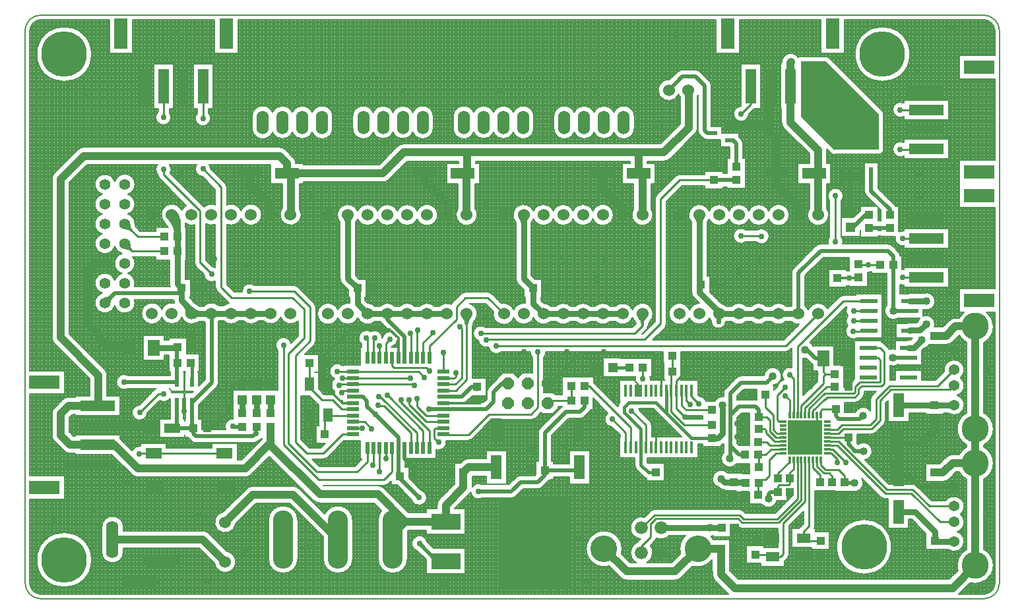
<source format=gtl>
%FSLAX23Y23*%
%MOIN*%
G70*
G01*
G75*
G04 Layer_Physical_Order=1*
G04 Layer_Color=255*
%ADD10C,0.008*%
%ADD11C,0.020*%
%ADD12C,0.010*%
%ADD13C,0.030*%
%ADD14R,0.048X0.048*%
%ADD15R,0.048X0.048*%
%ADD16R,0.071X0.048*%
%ADD17R,0.048X0.071*%
%ADD18R,0.087X0.024*%
%ADD19R,0.038X0.012*%
%ADD20R,0.012X0.038*%
%ADD21R,0.173X0.173*%
%ADD22R,0.060X0.020*%
%ADD23R,0.020X0.060*%
%ADD24R,0.022X0.048*%
%ADD25R,0.016X0.060*%
%ADD26R,0.150X0.082*%
%ADD27R,0.350X0.450*%
%ADD28R,0.083X0.052*%
%ADD29R,0.040X0.044*%
%ADD30R,0.044X0.040*%
%ADD31R,0.024X0.087*%
%ADD32R,0.046X0.021*%
%ADD33R,0.178X0.052*%
%ADD34R,0.154X0.071*%
%ADD35R,0.052X0.178*%
%ADD36R,0.071X0.154*%
%ADD37R,0.056X0.119*%
%ADD38R,0.043X0.042*%
%ADD39R,0.042X0.043*%
%ADD40R,0.060X0.079*%
%ADD41R,0.119X0.056*%
%ADD42R,0.079X0.048*%
%ADD43C,0.040*%
%ADD44C,0.012*%
%ADD45C,0.015*%
%ADD46C,0.006*%
%ADD47O,0.060X0.120*%
%ADD48C,0.054*%
%ADD49C,0.137*%
%ADD50C,0.060*%
%ADD51O,0.102X0.295*%
%ADD52O,0.181X0.059*%
%ADD53O,0.063X0.189*%
%ADD54C,0.066*%
%ADD55C,0.135*%
%ADD56P,0.065X8X22.5*%
%ADD57C,0.230*%
%ADD58C,0.056*%
%ADD59C,0.030*%
%ADD60C,0.040*%
G36*
X4313Y2452D02*
Y2273D01*
X4091D01*
X4089Y2271D01*
X3920Y2440D01*
Y2497D01*
Y2671D01*
X3921Y2672D01*
X3920D01*
Y2718D01*
X3920Y2718D01*
X3920Y2718D01*
X3921Y2720D01*
X4045D01*
X4313Y2452D01*
D02*
G37*
D10*
X4898Y2875D02*
G03*
X4843Y2929I-54J-0D01*
G01*
X4440Y2508D02*
G03*
X4440Y2440I-19J-34D01*
G01*
Y2308D02*
G03*
X4440Y2240I-19J-34D01*
G01*
X4397Y1987D02*
G03*
X4392Y1993I-29J-18D01*
G01*
X4470Y2756D02*
G03*
X4470Y2756I-139J0D01*
G01*
X4050Y2270D02*
G03*
X4050Y2276I-44J0D01*
G01*
X4050Y2270D02*
G03*
X4050Y2276I-44J0D01*
G01*
X3906Y2739D02*
G03*
X3837Y2747I-38J-23D01*
G01*
X3906Y2739D02*
G03*
X3837Y2747I-38J-23D01*
G01*
X4240Y2063D02*
G03*
X4250Y2039I34J0D01*
G01*
X4240Y2063D02*
G03*
X4250Y2039I34J0D01*
G01*
X4122Y2012D02*
G03*
X4133Y2039I-28J27D01*
G01*
D02*
G03*
X4064Y2014I-39J0D01*
G01*
X4440Y1862D02*
G03*
X4414Y1858I-7J-38D01*
G01*
X4397Y1987D02*
G03*
X4392Y1993I-29J-18D01*
G01*
X4395Y1832D02*
G03*
X4440Y1786I38J-8D01*
G01*
X4383Y1785D02*
G03*
X4359Y1795I-24J-24D01*
G01*
X4383Y1785D02*
G03*
X4359Y1795I-24J-24D01*
G01*
X4421Y1737D02*
G03*
X4411Y1757I-34J-4D01*
G01*
X4421Y1733D02*
G03*
X4421Y1737I-34J0D01*
G01*
D02*
G03*
X4411Y1757I-34J-4D01*
G01*
X4421Y1733D02*
G03*
X4421Y1737I-34J0D01*
G01*
X4440Y1665D02*
G03*
X4431Y1665I-6J-39D01*
G01*
X4421Y1589D02*
G03*
X4440Y1587I13J37D01*
G01*
X4743Y1450D02*
G03*
X4719Y1421I57J-72D01*
G01*
X4892Y1378D02*
G03*
X4857Y1450I-92J0D01*
G01*
X4597Y1505D02*
G03*
X4535Y1545I-44J0D01*
G01*
X4536Y1465D02*
G03*
X4597Y1505I18J40D01*
G01*
X4701Y1421D02*
G03*
X4669Y1409I0J-44D01*
G01*
X4701Y1421D02*
G03*
X4669Y1409I0J-44D01*
G01*
X4594Y1376D02*
G03*
X4596Y1390I-42J14D01*
G01*
D02*
G03*
X4536Y1431I-44J0D01*
G01*
X4468Y1545D02*
G03*
X4453Y1542I0J-39D01*
G01*
X4353Y1485D02*
G03*
X4411Y1420I34J-28D01*
G01*
X4520D02*
G03*
X4510Y1403I32J-30D01*
G01*
X4470Y1397D02*
G03*
X4451Y1392I0J-39D01*
G01*
X4470Y1397D02*
G03*
X4451Y1392I0J-39D01*
G01*
X4453Y1320D02*
G03*
X4480Y1319I15J36D01*
G01*
X4322Y1913D02*
G03*
X4310Y1912I-5J-39D01*
G01*
Y1836D02*
G03*
X4322Y1835I7J38D01*
G01*
X4132Y1806D02*
G03*
X4122Y1832I-39J0D01*
G01*
X4060Y1942D02*
G03*
X4050Y1973I-54J0D01*
G01*
X3962D02*
G03*
X4060Y1942I44J-31D01*
G01*
X4064Y1832D02*
G03*
X4056Y1795I29J-26D01*
G01*
X4130D02*
G03*
X4132Y1806I-37J11D01*
G01*
X4018Y1795D02*
G03*
X3994Y1785I0J-34D01*
G01*
X4018Y1795D02*
G03*
X3994Y1785I0J-34D01*
G01*
X4256Y1651D02*
G03*
X4276Y1655I2J39D01*
G01*
X4164Y1661D02*
G03*
X4149Y1659I-2J-39D01*
G01*
Y1585D02*
G03*
X4164Y1583I13J37D01*
G01*
X4152Y1477D02*
G03*
X4155Y1431I33J-20D01*
G01*
D02*
G03*
X4155Y1381I30J-25D01*
G01*
D02*
G03*
X4203Y1320I29J-27D01*
G01*
X4133Y1535D02*
G03*
X4112Y1527I0J-29D01*
G01*
X4133Y1535D02*
G03*
X4112Y1527I0J-29D01*
G01*
X4054Y1468D02*
G03*
X3956Y1462I-48J-26D01*
G01*
D02*
G03*
X3940Y1484I-50J-20D01*
G01*
X3869Y1403D02*
G03*
X3911Y1388I37J39D01*
G01*
X3834Y2744D02*
G03*
X3821Y2713I31J-31D01*
G01*
X3834Y2744D02*
G03*
X3821Y2713I31J-31D01*
G01*
Y2411D02*
G03*
X3834Y2380I44J0D01*
G01*
X3821Y2411D02*
G03*
X3834Y2380I44J0D01*
G01*
X3615Y2493D02*
G03*
X3656Y2452I2J-39D01*
G01*
X3410Y2666D02*
G03*
X3386Y2676I-24J-24D01*
G01*
X3410Y2666D02*
G03*
X3386Y2676I-24J-24D01*
G01*
X3466Y2596D02*
G03*
X3456Y2620I-34J0D01*
G01*
X3466Y2596D02*
G03*
X3456Y2620I-34J0D01*
G01*
X3301Y2552D02*
G03*
X3309Y2539I49J22D01*
G01*
X3626Y2303D02*
G03*
X3616Y2327I-34J0D01*
G01*
X3626Y2303D02*
G03*
X3616Y2327I-34J0D01*
G01*
X3427Y2329D02*
G03*
X3446Y2323I19J28D01*
G01*
X3427Y2329D02*
G03*
X3446Y2323I19J28D01*
G01*
X3422Y2333D02*
G03*
X3427Y2329I24J24D01*
G01*
X3422Y2333D02*
G03*
X3427Y2329I24J24D01*
G01*
X3384Y2353D02*
G03*
X3397Y2384I-31J31D01*
G01*
X3398Y2371D02*
G03*
X3408Y2347I34J0D01*
G01*
X3384Y2353D02*
G03*
X3397Y2384I-31J31D01*
G01*
X3398Y2371D02*
G03*
X3408Y2347I34J0D01*
G01*
X3320Y2676D02*
G03*
X3296Y2666I0J-34D01*
G01*
X3320Y2676D02*
G03*
X3295Y2666I0J-34D01*
G01*
X3257Y2628D02*
G03*
X3301Y2552I-6J-54D01*
G01*
X3078Y2441D02*
G03*
X2974Y2461I-54J0D01*
G01*
Y2361D02*
G03*
X3078Y2381I50J20D01*
G01*
X2974Y2461D02*
G03*
X2874Y2461I-50J-20D01*
G01*
D02*
G03*
X2774Y2461I-50J-20D01*
G01*
X2874Y2361D02*
G03*
X2974Y2361I50J20D01*
G01*
X2774Y2461D02*
G03*
X2670Y2441I-50J-20D01*
G01*
X2774Y2361D02*
G03*
X2874Y2361I50J20D01*
G01*
X2670Y2381D02*
G03*
X2774Y2361I54J0D01*
G01*
X3227Y2214D02*
G03*
X3258Y2227I0J44D01*
G01*
X3227Y2214D02*
G03*
X3258Y2227I0J44D01*
G01*
X3306Y2147D02*
G03*
X3285Y2139I0J-29D01*
G01*
X3306Y2147D02*
G03*
X3285Y2139I0J-29D01*
G01*
X3860Y1942D02*
G03*
X3756Y1962I-54J0D01*
G01*
Y1922D02*
G03*
X3860Y1942I50J20D01*
G01*
X3756Y1962D02*
G03*
X3656Y1962I-50J-20D01*
G01*
D02*
G03*
X3556Y1962I-50J-20D01*
G01*
X3656Y1922D02*
G03*
X3756Y1922I50J20D01*
G01*
X3556D02*
G03*
X3656Y1922I50J20D01*
G01*
X3759Y1834D02*
G03*
X3696Y1865I-39J0D01*
G01*
X3642D02*
G03*
X3642Y1807I-26J-29D01*
G01*
X3882Y1673D02*
G03*
X3872Y1649I24J-24D01*
G01*
X3882Y1673D02*
G03*
X3872Y1649I24J-24D01*
G01*
X3692Y1807D02*
G03*
X3759Y1834I28J27D01*
G01*
X3556Y1962D02*
G03*
X3456Y1962I-50J-20D01*
G01*
Y1922D02*
G03*
X3556Y1922I50J20D01*
G01*
X3445Y1905D02*
G03*
X3456Y1922I-39J37D01*
G01*
Y1962D02*
G03*
X3367Y1905I-50J-20D01*
G01*
Y1550D02*
G03*
X3378Y1522I39J0D01*
G01*
X3367Y1550D02*
G03*
X3378Y1522I39J0D01*
G01*
X3872Y1484D02*
G03*
X3869Y1481I34J-42D01*
G01*
X3843D02*
G03*
X3769Y1481I-37J-39D01*
G01*
X3743D02*
G03*
X3669Y1481I-37J-39D01*
G01*
X3643D02*
G03*
X3569Y1481I-37J-39D01*
G01*
X3769Y1403D02*
G03*
X3843Y1403I37J39D01*
G01*
X3669D02*
G03*
X3743Y1403I37J39D01*
G01*
X3569D02*
G03*
X3643Y1403I37J39D01*
G01*
X3543Y1481D02*
G03*
X3516Y1495I-37J-39D01*
G01*
X3456Y1422D02*
G03*
X3467Y1404I50J20D01*
G01*
X3405Y1496D02*
G03*
X3356Y1462I1J-54D01*
G01*
Y1422D02*
G03*
X3456Y1422I50J20D01*
G01*
X3356Y1462D02*
G03*
X3356Y1422I-50J-20D01*
G01*
X3537Y1398D02*
G03*
X3543Y1403I-31J44D01*
G01*
X3500Y1369D02*
G03*
X3537Y1398I6J31D01*
G01*
X3467Y1400D02*
G03*
X3500Y1369I32J0D01*
G01*
X3190Y2044D02*
G03*
X3182Y2023I21J-21D01*
G01*
X3190Y2044D02*
G03*
X3182Y2023I21J-21D01*
G01*
X3172Y1942D02*
G03*
X3162Y1973I-54J0D01*
G01*
X3074D02*
G03*
X3172Y1942I44J-31D01*
G01*
X2972D02*
G03*
X2868Y1962I-54J0D01*
G01*
Y1922D02*
G03*
X2972Y1942I50J20D01*
G01*
X2768Y1962D02*
G03*
X2668Y1962I-50J-20D01*
G01*
X2868D02*
G03*
X2768Y1962I-50J-20D01*
G01*
Y1922D02*
G03*
X2868Y1922I50J20D01*
G01*
X2668D02*
G03*
X2768Y1922I50J20D01*
G01*
X3172Y1442D02*
G03*
X3068Y1462I-54J0D01*
G01*
D02*
G03*
X2981Y1481I-50J-20D01*
G01*
X3156Y1403D02*
G03*
X3172Y1442I-38J39D01*
G01*
X3068Y1422D02*
G03*
X3080Y1403I50J20D01*
G01*
X2981Y1403D02*
G03*
X3068Y1422I37J39D01*
G01*
X3232Y1371D02*
G03*
X3240Y1392I-21J21D01*
G01*
X3232Y1371D02*
G03*
X3240Y1392I-21J21D01*
G01*
X3087Y1393D02*
G03*
X3080Y1403I-26J-10D01*
G01*
X3156D02*
G03*
X3147Y1383I20J-20D01*
G01*
X3139Y1362D02*
G03*
X3147Y1383I-21J21D01*
G01*
X3139Y1362D02*
G03*
X3147Y1383I-21J21D01*
G01*
X2955Y1481D02*
G03*
X2881Y1481I-37J-39D01*
G01*
X2855D02*
G03*
X2781Y1481I-37J-39D01*
G01*
X2881Y1403D02*
G03*
X2955Y1403I37J39D01*
G01*
X2781D02*
G03*
X2855Y1403I37J39D01*
G01*
X2755Y1481D02*
G03*
X2681Y1481I-37J-39D01*
G01*
Y1403D02*
G03*
X2755Y1403I37J39D01*
G01*
X4719Y1334D02*
G03*
X4756Y1296I81J44D01*
G01*
X4844D02*
G03*
X4892Y1378I-44J81D01*
G01*
X4654Y1287D02*
G03*
X4686Y1300I0J44D01*
G01*
X4654Y1287D02*
G03*
X4686Y1300I0J44D01*
G01*
X4725Y1119D02*
G03*
X4744Y1158I-32J40D01*
G01*
D02*
G03*
X4643Y1149I-51J0D01*
G01*
X4543Y1268D02*
G03*
X4567Y1286I-13J42D01*
G01*
X4464Y1309D02*
G03*
X4449Y1306I0J-39D01*
G01*
X4397Y1263D02*
G03*
X4365Y1261I-14J-42D01*
G01*
D02*
G03*
X4360Y1270I-26J-12D01*
G01*
X4365Y1261D02*
G03*
X4360Y1270I-26J-12D01*
G01*
X4407Y1184D02*
G03*
X4410Y1186I-24J37D01*
G01*
X4368Y1180D02*
G03*
X4407Y1184I15J41D01*
G01*
X4744Y1079D02*
G03*
X4725Y1119I-51J0D01*
G01*
X4707Y1030D02*
G03*
X4744Y1079I-14J49D01*
G01*
Y981D02*
G03*
X4707Y1030I-51J0D01*
G01*
X4892Y860D02*
G03*
X4844Y941I-92J0D01*
G01*
Y779D02*
G03*
X4892Y860I-44J81D01*
G01*
X4756Y941D02*
G03*
X4756Y779I44J-81D01*
G01*
X4663Y939D02*
G03*
X4744Y981I30J42D01*
G01*
X4339Y1291D02*
G03*
X4326Y1298I-21J-21D01*
G01*
X4339Y1291D02*
G03*
X4326Y1298I-21J-21D01*
G01*
X4172Y1094D02*
G03*
X4164Y1073I21J-21D01*
G01*
X4172Y1094D02*
G03*
X4164Y1073I21J-21D01*
G01*
X3980Y1281D02*
G03*
X3966Y1298I-39J-20D01*
G01*
X3982Y1277D02*
G03*
X3980Y1281I-41J-16D01*
G01*
X3931Y1218D02*
G03*
X3946Y1217I10J43D01*
G01*
X4003Y1148D02*
G03*
X4005Y1136I29J0D01*
G01*
D02*
G03*
X4004Y1127I28J-9D01*
G01*
X4003Y1148D02*
G03*
X4005Y1136I29J0D01*
G01*
X3970Y1193D02*
G03*
X3978Y1187I24J24D01*
G01*
X3970Y1193D02*
G03*
X3978Y1187I24J24D01*
G01*
X4005Y1136D02*
G03*
X4004Y1127I28J-9D01*
G01*
X3873Y1170D02*
G03*
X3832Y1108I-11J-37D01*
G01*
X4232Y1019D02*
G03*
X4240Y1040I-21J21D01*
G01*
X4232Y1019D02*
G03*
X4240Y1040I-21J21D01*
G01*
X4279Y1030D02*
G03*
X4271Y1009I21J-21D01*
G01*
X4279Y1030D02*
G03*
X4271Y1009I21J-21D01*
G01*
X4193Y993D02*
G03*
X4213Y1001I0J29D01*
G01*
X4193Y993D02*
G03*
X4213Y1001I0J29D01*
G01*
X4271Y950D02*
G03*
X4193Y943I-37J-24D01*
G01*
X4339Y883D02*
G03*
X4347Y904I-21J21D01*
G01*
X4339Y883D02*
G03*
X4347Y904I-21J21D01*
G01*
X4275Y832D02*
G03*
X4296Y840I0J29D01*
G01*
X4275Y832D02*
G03*
X4296Y840I0J29D01*
G01*
X4844Y605D02*
G03*
X4892Y687I-44J81D01*
G01*
D02*
G03*
X4844Y768I-92J0D01*
G01*
X4719Y642D02*
G03*
X4756Y605I81J44D01*
G01*
Y768D02*
G03*
X4719Y730I44J-81D01*
G01*
X4686D02*
G03*
X4654Y718I0J-44D01*
G01*
X4686Y730D02*
G03*
X4654Y718I0J-44D01*
G01*
X4640Y594D02*
G03*
X4669Y607I-2J44D01*
G01*
X4640Y594D02*
G03*
X4669Y607I-2J44D01*
G01*
X4744Y468D02*
G03*
X4651Y496I-51J0D01*
G01*
X4707Y339D02*
G03*
X4744Y388I-14J49D01*
G01*
X4725Y428D02*
G03*
X4744Y468I-32J40D01*
G01*
Y388D02*
G03*
X4725Y428I-51J0D01*
G01*
X4504Y573D02*
G03*
X4483Y581I-21J-21D01*
G01*
X4504Y573D02*
G03*
X4483Y581I-21J-21D01*
G01*
X4892Y169D02*
G03*
X4844Y250I-92J0D01*
G01*
X4756D02*
G03*
X4712Y143I44J-81D01*
G01*
X4843Y24D02*
G03*
X4898Y79I0J55D01*
G01*
X4774Y81D02*
G03*
X4892Y169I26J88D01*
G01*
X4744Y290D02*
G03*
X4707Y339I-51J0D01*
G01*
X4660Y251D02*
G03*
X4744Y290I33J39D01*
G01*
X4242Y703D02*
G03*
X4279Y747I-7J44D01*
G01*
D02*
G03*
X4208Y781I-44J0D01*
G01*
X4234Y587D02*
G03*
X4227Y610I-44J0D01*
G01*
X4179Y544D02*
G03*
X4234Y587I11J43D01*
G01*
X4324Y513D02*
G03*
X4345Y505I21J21D01*
G01*
X4324Y513D02*
G03*
X4345Y505I21J21D01*
G01*
X3856Y546D02*
G03*
X3873Y552I0J29D01*
G01*
X3856Y546D02*
G03*
X3873Y552I0J29D01*
G01*
X4377Y263D02*
G03*
X4377Y263I-139J0D01*
G01*
X3987Y355D02*
G03*
X3990Y368I-26J13D01*
G01*
X3913Y361D02*
G03*
X3909Y355I21J-21D01*
G01*
X3913Y361D02*
G03*
X3909Y355I21J-21D01*
G01*
X3987D02*
G03*
X3990Y368I-26J13D01*
G01*
X3843Y1250D02*
G03*
X3864Y1258I0J29D01*
G01*
X3843Y1250D02*
G03*
X3864Y1258I0J29D01*
G01*
X3832Y1108D02*
G03*
X3800Y1072I7J-38D01*
G01*
X3781Y1082D02*
G03*
X3821Y1126I-4J44D01*
G01*
D02*
G03*
X3733Y1130I-44J0D01*
G01*
X3617Y1128D02*
G03*
X3593Y1118I0J-34D01*
G01*
X3617Y1128D02*
G03*
X3593Y1118I0J-34D01*
G01*
X3538Y1063D02*
G03*
X3528Y1039I24J-24D01*
G01*
X3538Y1063D02*
G03*
X3528Y1039I24J-24D01*
G01*
X3696Y1006D02*
G03*
X3688Y1007I-8J-33D01*
G01*
X3696Y1006D02*
G03*
X3688Y1007I-8J-33D01*
G01*
X3528Y1024D02*
G03*
X3483Y1000I-6J-44D01*
G01*
X3606Y1007D02*
G03*
X3596Y1005I0J-34D01*
G01*
X3606Y1007D02*
G03*
X3596Y1005I0J-34D01*
G01*
X3516Y778D02*
G03*
X3527Y786I-16J35D01*
G01*
X3516Y778D02*
G03*
X3527Y786I-16J35D01*
G01*
X3440Y1000D02*
G03*
X3405Y1025I-37J-14D01*
G01*
X3318Y934D02*
G03*
X3338Y926I21J21D01*
G01*
X3318Y934D02*
G03*
X3338Y926I21J21D01*
G01*
X3293Y959D02*
G03*
X3295Y956I23J18D01*
G01*
X3293Y959D02*
G03*
X3295Y956I23J18D01*
G01*
X3159Y1112D02*
G03*
X3157Y1124I-39J0D01*
G01*
X3159Y1106D02*
G03*
X3159Y1112I-39J6D01*
G01*
X3083Y1124D02*
G03*
X3081Y1106I37J-12D01*
G01*
X3091Y1086D02*
G03*
X3104Y1076I29J26D01*
G01*
X3103Y953D02*
G03*
X3101Y962I-39J-2D01*
G01*
X3003Y993D02*
G03*
X2994Y972I22J-22D01*
G01*
X3003Y993D02*
G03*
X2994Y972I22J-22D01*
G01*
X2944Y940D02*
G03*
X2964Y869I22J-32D01*
G01*
X3165Y879D02*
G03*
X3157Y899I-29J0D01*
G01*
X3165Y879D02*
G03*
X3157Y899I-29J0D01*
G01*
X2713Y974D02*
G03*
X2708Y970I19J-28D01*
G01*
X2713Y974D02*
G03*
X2708Y970I19J-28D01*
G01*
X2849Y945D02*
G03*
X2857Y957I-24J24D01*
G01*
X2849Y945D02*
G03*
X2857Y957I-24J24D01*
G01*
X2802Y912D02*
G03*
X2826Y922I0J34D01*
G01*
X2802Y912D02*
G03*
X2826Y922I0J34D01*
G01*
X3720Y479D02*
G03*
X3798Y497I35J26D01*
G01*
X3528Y740D02*
G03*
X3595Y684I32J-30D01*
G01*
X3630Y444D02*
G03*
X3609Y452I-21J-21D01*
G01*
X3630Y444D02*
G03*
X3609Y452I-21J-21D01*
G01*
X3600Y365D02*
G03*
X3621Y357I21J21D01*
G01*
X3600Y365D02*
G03*
X3621Y357I21J21D01*
G01*
X3505Y563D02*
G03*
X3533Y551I28J28D01*
G01*
X3550Y635D02*
G03*
X3503Y565I-34J-28D01*
G01*
X3505Y563D02*
G03*
X3533Y551I28J28D01*
G01*
X3473Y318D02*
G03*
X3477Y320I-14J42D01*
G01*
X3464Y316D02*
G03*
X3473Y318I-5J44D01*
G01*
X3852Y206D02*
G03*
X3860Y227I-21J21D01*
G01*
X3852Y206D02*
G03*
X3860Y227I-21J21D01*
G01*
X3478Y298D02*
G03*
X3464Y316I-80J-45D01*
G01*
X3336Y320D02*
G03*
X3310Y227I62J-67D01*
G01*
X3372Y165D02*
G03*
X3471Y197I26J88D01*
G01*
X3472Y124D02*
G03*
X3484Y93I44J0D01*
G01*
X3472Y124D02*
G03*
X3484Y93I44J0D01*
G01*
X3178Y452D02*
G03*
X3158Y444I0J-29D01*
G01*
X3188Y307D02*
G03*
X3254Y320I24J52D01*
G01*
X3178Y452D02*
G03*
X3158Y444I0J-29D01*
G01*
X3079Y677D02*
G03*
X3088Y654I32J0D01*
G01*
X3079Y677D02*
G03*
X3088Y654I32J0D01*
G01*
X3126Y617D02*
G03*
X3141Y608I22J22D01*
G01*
X3126Y617D02*
G03*
X3141Y608I22J22D01*
G01*
X3128Y414D02*
G03*
X3108Y302I-14J-55D01*
G01*
X3181Y292D02*
G03*
X3188Y307I-21J21D01*
G01*
X3181Y292D02*
G03*
X3188Y307I-21J21D01*
G01*
X3092Y285D02*
G03*
X3089Y182I22J-52D01*
G01*
X3171Y233D02*
G03*
X3158Y270I-57J0D01*
G01*
X3139Y182D02*
G03*
X3171Y233I-25J51D01*
G01*
X3283Y94D02*
G03*
X3314Y107I0J44D01*
G01*
X3283Y94D02*
G03*
X3314Y107I0J44D01*
G01*
X3012Y227D02*
G03*
X3016Y253I-88J26D01*
G01*
D02*
G03*
X2950Y165I-91J0D01*
G01*
X3008Y107D02*
G03*
X3039Y94I31J31D01*
G01*
X3008Y107D02*
G03*
X3039Y94I31J31D01*
G01*
X2570Y2441D02*
G03*
X2466Y2461I-54J0D01*
G01*
D02*
G03*
X2366Y2461I-50J-20D01*
G01*
D02*
G03*
X2266Y2461I-50J-20D01*
G01*
X2466Y2361D02*
G03*
X2570Y2381I50J20D01*
G01*
X2366Y2361D02*
G03*
X2466Y2361I50J20D01*
G01*
X2266D02*
G03*
X2366Y2361I50J20D01*
G01*
X2266Y2461D02*
G03*
X2162Y2441I-50J-20D01*
G01*
X2062D02*
G03*
X1958Y2461I-54J0D01*
G01*
X2162Y2381D02*
G03*
X2266Y2361I54J0D01*
G01*
X1958D02*
G03*
X2062Y2381I50J20D01*
G01*
X1958Y2461D02*
G03*
X1858Y2461I-50J-20D01*
G01*
D02*
G03*
X1758Y2461I-50J-20D01*
G01*
D02*
G03*
X1654Y2441I-50J-20D01*
G01*
X1554D02*
G03*
X1450Y2461I-54J0D01*
G01*
D02*
G03*
X1350Y2461I-50J-20D01*
G01*
D02*
G03*
X1250Y2461I-50J-20D01*
G01*
X1858Y2361D02*
G03*
X1958Y2361I50J20D01*
G01*
X1912Y2302D02*
G03*
X1881Y2289I0J-44D01*
G01*
X1912Y2302D02*
G03*
X1881Y2289I0J-44D01*
G01*
X1758Y2361D02*
G03*
X1858Y2361I50J20D01*
G01*
X1654Y2381D02*
G03*
X1758Y2361I54J0D01*
G01*
X1806Y2108D02*
G03*
X1837Y2121I0J44D01*
G01*
X1806Y2108D02*
G03*
X1837Y2121I0J44D01*
G01*
X1450Y2361D02*
G03*
X1554Y2381I50J20D01*
G01*
X1350Y2361D02*
G03*
X1450Y2361I50J20D01*
G01*
X1250D02*
G03*
X1350Y2361I50J20D01*
G01*
X1316Y2272D02*
G03*
X1285Y2285I-31J-31D01*
G01*
X1316Y2272D02*
G03*
X1285Y2285I-31J-31D01*
G01*
X1367Y2204D02*
G03*
X1354Y2234I-44J-1D01*
G01*
X1367Y2204D02*
G03*
X1354Y2234I-44J-1D01*
G01*
X2568Y1922D02*
G03*
X2668Y1922I50J20D01*
G01*
Y1962D02*
G03*
X2568Y1962I-50J-20D01*
G01*
X2557Y1905D02*
G03*
X2568Y1922I-39J37D01*
G01*
Y1962D02*
G03*
X2479Y1905I-50J-20D01*
G01*
X2284Y1942D02*
G03*
X2274Y1973I-54J0D01*
G01*
X2186D02*
G03*
X2284Y1942I44J-31D01*
G01*
X2084D02*
G03*
X1980Y1962I-54J0D01*
G01*
D02*
G03*
X1880Y1962I-50J-20D01*
G01*
X1980Y1922D02*
G03*
X2084Y1942I50J20D01*
G01*
X1880Y1922D02*
G03*
X1980Y1922I50J20D01*
G01*
X2479Y1620D02*
G03*
X2490Y1592I39J0D01*
G01*
X2479Y1620D02*
G03*
X2490Y1592I39J0D01*
G01*
X2358Y1544D02*
G03*
X2337Y1552I-21J-21D01*
G01*
X2358Y1544D02*
G03*
X2337Y1552I-21J-21D01*
G01*
X2224D02*
G03*
X2203Y1544I0J-29D01*
G01*
X2224Y1552D02*
G03*
X2203Y1544I0J-29D01*
G01*
X2655Y1481D02*
G03*
X2619Y1496I-37J-39D01*
G01*
X2568Y1422D02*
G03*
X2655Y1403I50J20D01*
G01*
X2527Y1495D02*
G03*
X2468Y1462I-9J-53D01*
G01*
Y1422D02*
G03*
X2568Y1422I50J20D01*
G01*
X2468Y1462D02*
G03*
X2406Y1495I-50J-20D01*
G01*
X2365Y1454D02*
G03*
X2468Y1422I53J-12D01*
G01*
X2157Y1498D02*
G03*
X2153Y1491I21J-21D01*
G01*
X2157Y1498D02*
G03*
X2153Y1491I21J-21D01*
G01*
X2067Y1481D02*
G03*
X1993Y1481I-37J-39D01*
G01*
X1967D02*
G03*
X1893Y1481I-37J-39D01*
G01*
X2268Y1404D02*
G03*
X2284Y1442I-38J38D01*
G01*
X2268Y1404D02*
G03*
X2264Y1394I10J-10D01*
G01*
X2284Y1442D02*
G03*
X2245Y1494I-54J0D01*
G01*
X2153Y1491D02*
G03*
X2093Y1481I-23J-49D01*
G01*
X2259Y1376D02*
G03*
X2264Y1394I-29J18D01*
G01*
X2259Y1376D02*
G03*
X2264Y1394I-29J18D01*
G01*
X1880Y1962D02*
G03*
X1780Y1962I-50J-20D01*
G01*
Y1922D02*
G03*
X1880Y1922I50J20D01*
G01*
X1780Y1962D02*
G03*
X1680Y1962I-50J-20D01*
G01*
Y1922D02*
G03*
X1780Y1922I50J20D01*
G01*
X1680Y1962D02*
G03*
X1591Y1905I-50J-20D01*
G01*
X1669D02*
G03*
X1680Y1922I-39J37D01*
G01*
X1395Y1944D02*
G03*
X1386Y1974I-54J0D01*
G01*
X1298Y1977D02*
G03*
X1395Y1944I43J-33D01*
G01*
X1867Y1481D02*
G03*
X1793Y1481I-37J-39D01*
G01*
X1767D02*
G03*
X1731Y1496I-37J-39D01*
G01*
X1793Y1403D02*
G03*
X1800Y1397I37J39D01*
G01*
D02*
G03*
X1806Y1389I30J16D01*
G01*
X1800Y1397D02*
G03*
X1806Y1389I30J16D01*
G01*
X1639Y1495D02*
G03*
X1580Y1462I-9J-53D01*
G01*
X1680Y1422D02*
G03*
X1767Y1403I50J20D01*
G01*
X1580Y1422D02*
G03*
X1680Y1422I50J20D01*
G01*
X1591Y1620D02*
G03*
X1602Y1592I39J0D01*
G01*
X1591Y1620D02*
G03*
X1602Y1592I39J0D01*
G01*
X1380Y1577D02*
G03*
X1359Y1585I-21J-21D01*
G01*
X1380Y1577D02*
G03*
X1359Y1585I-21J-21D01*
G01*
X1580Y1462D02*
G03*
X1580Y1422I-50J-20D01*
G01*
X1468Y1476D02*
G03*
X1460Y1497I-29J0D01*
G01*
X1468Y1476D02*
G03*
X1460Y1497I-29J0D01*
G01*
X1291Y1424D02*
G03*
X1379Y1406I50J20D01*
G01*
X1250Y2461D02*
G03*
X1146Y2441I-50J-20D01*
G01*
Y2381D02*
G03*
X1250Y2361I54J0D01*
G01*
X937Y2431D02*
G03*
X927Y2457I-39J0D01*
G01*
X869D02*
G03*
X937Y2431I29J-26D01*
G01*
X737Y2436D02*
G03*
X730Y2459I-39J0D01*
G01*
X672Y2465D02*
G03*
X737Y2436I26J-29D01*
G01*
X1019Y2083D02*
G03*
X1011Y2104I-29J0D01*
G01*
X1019Y2083D02*
G03*
X1011Y2104I-29J0D01*
G01*
X866Y2197D02*
G03*
X896Y2136I32J-22D01*
G01*
X937Y2177D02*
G03*
X930Y2197I-39J-2D01*
G01*
X669D02*
G03*
X670Y2146I30J-25D01*
G01*
X733Y2153D02*
G03*
X738Y2172I-34J19D01*
G01*
D02*
G03*
X729Y2197I-39J0D01*
G01*
X670Y2146D02*
G03*
X678Y2126I29J1D01*
G01*
X670Y2146D02*
G03*
X678Y2126I29J1D01*
G01*
X79Y2929D02*
G03*
X24Y2875I-0J-55D01*
G01*
X336Y2756D02*
G03*
X336Y2756I-139J0D01*
G01*
X517Y2047D02*
G03*
X555Y2097I-14J50D01*
G01*
D02*
G03*
X453Y2111I-52J0D01*
G01*
D02*
G03*
X389Y2047I-50J-14D01*
G01*
X296Y2285D02*
G03*
X265Y2272I0J-44D01*
G01*
X296Y2285D02*
G03*
X265Y2272I0J-44D01*
G01*
X148Y2155D02*
G03*
X135Y2124I31J-31D01*
G01*
X148Y2155D02*
G03*
X135Y2124I31J-31D01*
G01*
X1195Y1944D02*
G03*
X1091Y1964I-54J0D01*
G01*
Y1924D02*
G03*
X1195Y1944I50J20D01*
G01*
X1019Y1895D02*
G03*
X1091Y1924I22J49D01*
G01*
Y1964D02*
G03*
X1019Y1993I-50J-20D01*
G01*
X961Y1994D02*
G03*
X904Y1983I-20J-50D01*
G01*
X913Y1898D02*
G03*
X961Y1894I28J46D01*
G01*
Y1676D02*
G03*
X946Y1681I-19J-34D01*
G01*
X903Y1642D02*
G03*
X961Y1608I39J0D01*
G01*
X808Y1901D02*
G03*
X855Y1892I33J43D01*
G01*
X814Y1991D02*
G03*
X792Y1966I27J-47D01*
G01*
X792D02*
G03*
X786Y1974I-80J-54D01*
G01*
X722Y1878D02*
G03*
X704Y1904I-82J-39D01*
G01*
X786Y1974D02*
G03*
X698Y1912I-45J-30D01*
G01*
D02*
G03*
X704Y1904I34J20D01*
G01*
X855Y1702D02*
G03*
X863Y1681I29J0D01*
G01*
X855Y1702D02*
G03*
X863Y1681I29J0D01*
G01*
X1160Y1585D02*
G03*
X1095Y1552I-26J-29D01*
G01*
X961Y1577D02*
G03*
X969Y1556I29J0D01*
G01*
X961Y1577D02*
G03*
X969Y1556I29J0D01*
G01*
X1023Y1502D02*
G03*
X1031Y1497I21J21D01*
G01*
X1023Y1502D02*
G03*
X1031Y1497I21J21D01*
G01*
D02*
G03*
X1004Y1483I10J-53D01*
G01*
X1204Y1405D02*
G03*
X1291Y1424I37J39D01*
G01*
X1104Y1405D02*
G03*
X1178Y1405I37J39D01*
G01*
X1004D02*
G03*
X1078Y1405I37J39D01*
G01*
X976Y1403D02*
G03*
X978Y1405I-35J41D01*
G01*
Y1483D02*
G03*
X902Y1481I-37J-39D01*
G01*
X730Y1592D02*
G03*
X732Y1581I39J0D01*
G01*
X730Y1592D02*
G03*
X732Y1581I39J0D01*
G01*
X751Y1510D02*
G03*
X753Y1497I39J0D01*
G01*
X751Y1510D02*
G03*
X753Y1497I39J0D01*
G01*
X880Y1481D02*
G03*
X861Y1494I-39J-37D01*
G01*
X858Y1393D02*
G03*
X879Y1403I-6J39D01*
G01*
X791Y1424D02*
G03*
X858Y1393I50J20D01*
G01*
X753Y1497D02*
G03*
X691Y1464I-12J-53D01*
G01*
Y1424D02*
G03*
X791Y1424I50J20D01*
G01*
X691Y1464D02*
G03*
X691Y1424I-50J-20D01*
G01*
X555Y1997D02*
G03*
X517Y2047I-52J0D01*
G01*
Y1947D02*
G03*
X555Y1997I-14J50D01*
G01*
X389Y2047D02*
G03*
X389Y1947I14J-50D01*
G01*
X555Y1897D02*
G03*
X517Y1947I-52J0D01*
G01*
X389D02*
G03*
X389Y1847I14J-50D01*
G01*
X555Y1897D02*
G03*
X563Y1878I27J0D01*
G01*
X453Y1783D02*
G03*
X489Y1747I50J14D01*
G01*
X389Y1847D02*
G03*
X453Y1783I14J-50D01*
G01*
X555Y1697D02*
G03*
X542Y1731I-52J0D01*
G01*
X517Y1647D02*
G03*
X555Y1697I-14J50D01*
G01*
Y1597D02*
G03*
X517Y1647I-52J0D01*
G01*
X489Y1747D02*
G03*
X489Y1647I14J-50D01*
G01*
D02*
G03*
X453Y1611I14J-50D01*
G01*
D02*
G03*
X389Y1547I-50J-14D01*
G01*
X552Y1581D02*
G03*
X555Y1597I-49J16D01*
G01*
Y1497D02*
G03*
X552Y1513I-52J0D01*
G01*
X453Y1483D02*
G03*
X555Y1497I50J14D01*
G01*
X389Y1547D02*
G03*
X453Y1483I14J-50D01*
G01*
X2552Y1250D02*
G03*
X2562Y1222I39J-2D01*
G01*
X2620D02*
G03*
X2630Y1248I-29J26D01*
G01*
X2557Y905D02*
G03*
X2578Y913I0J29D01*
G01*
X2557Y905D02*
G03*
X2578Y913I0J29D01*
G01*
X2341Y1274D02*
G03*
X2406Y1250I39J5D01*
G01*
X2290Y1306D02*
G03*
X2341Y1274I39J5D01*
G01*
X2328Y1372D02*
G03*
X2290Y1306I-26J-29D01*
G01*
X2343Y1071D02*
G03*
X2333Y1047I24J-24D01*
G01*
X2343Y1071D02*
G03*
X2333Y1047I24J-24D01*
G01*
X2223Y993D02*
G03*
X2230Y998I-17J29D01*
G01*
X2223Y993D02*
G03*
X2230Y998I-17J29D01*
G01*
X2602Y864D02*
G03*
X2592Y840I24J-24D01*
G01*
X2602Y865D02*
G03*
X2592Y840I24J-24D01*
G01*
X2238Y801D02*
G03*
X2259Y809I0J29D01*
G01*
X2238Y801D02*
G03*
X2259Y809I0J29D01*
G01*
X2128Y792D02*
G03*
X2127Y799I-39J0D01*
G01*
X2077Y755D02*
G03*
X2128Y792I12J37D01*
G01*
X2239Y709D02*
G03*
X2208Y696I0J-44D01*
G01*
X2239Y709D02*
G03*
X2208Y696I0J-44D01*
G01*
X1843Y1352D02*
G03*
X1804Y1318I0J-39D01*
G01*
X1804Y1319D02*
G03*
X1745Y1352I-39J0D01*
G01*
X1745D02*
G03*
X1699Y1289I-21J-33D01*
G01*
X1851Y1275D02*
G03*
X1882Y1313I-8J38D01*
G01*
X1605Y1178D02*
G03*
X1603Y1180I-28J-27D01*
G01*
D02*
G03*
X1564Y1114I-26J-29D01*
G01*
X1564Y1114D02*
G03*
X1562Y1050I21J-33D01*
G01*
X1460Y1284D02*
G03*
X1468Y1305I-21J21D01*
G01*
X1460Y1284D02*
G03*
X1468Y1305I-21J21D01*
G01*
X1343Y1294D02*
G03*
X1276Y1258I-38J-10D01*
G01*
X1562Y1050D02*
G03*
X1562Y1032I38J-7D01*
G01*
X1595Y1004D02*
G03*
X1603Y1004I5J39D01*
G01*
X1562Y1032D02*
G03*
X1553Y1034I-9J-27D01*
G01*
X1562Y1032D02*
G03*
X1553Y1034I-9J-27D01*
G01*
X1506Y706D02*
G03*
X1527Y714I0J29D01*
G01*
X1506Y706D02*
G03*
X1527Y714I0J29D01*
G01*
X1478Y984D02*
G03*
X1482Y982I21J21D01*
G01*
X1478Y984D02*
G03*
X1482Y982I21J21D01*
G01*
X2502Y624D02*
G03*
X2478Y614I0J-34D01*
G01*
X2502Y624D02*
G03*
X2478Y614I0J-34D01*
G01*
X2309Y578D02*
G03*
X2258Y567I-19J-34D01*
G01*
X2590Y556D02*
G03*
X2614Y566I0J34D01*
G01*
X2590Y556D02*
G03*
X2614Y566I0J34D01*
G01*
X2483Y523D02*
G03*
X2486Y526I-21J27D01*
G01*
X2456Y510D02*
G03*
X2483Y523I0J34D01*
G01*
X2251Y539D02*
G03*
X2309Y510I39J5D01*
G01*
X2246Y532D02*
G03*
X2251Y539I-31J31D01*
G01*
X2246Y532D02*
G03*
X2251Y539I-31J31D01*
G01*
X2094Y505D02*
G03*
X2081Y474I31J-31D01*
G01*
X2094Y505D02*
G03*
X2081Y474I31J-31D01*
G01*
X1952Y501D02*
G03*
X2029Y512I38J11D01*
G01*
D02*
G03*
X2001Y550I-39J0D01*
G01*
X2030Y291D02*
G03*
X1981Y242I-38J-11D01*
G01*
X1813Y573D02*
G03*
X1834Y581I0J29D01*
G01*
X1813Y573D02*
G03*
X1834Y581I0J29D01*
G01*
X1813Y559D02*
G03*
X1782Y572I-31J-31D01*
G01*
X1813Y559D02*
G03*
X1782Y572I-31J-31D01*
G01*
X1801Y447D02*
G03*
X1782Y396I56J-50D01*
G01*
X1655D02*
G03*
X1513Y430I-75J0D01*
G01*
X1457Y497D02*
G03*
X1488Y484I31J31D01*
G01*
X1457Y497D02*
G03*
X1488Y484I31J31D01*
G01*
X1385Y557D02*
G03*
X1354Y570I-31J-31D01*
G01*
X1385Y557D02*
G03*
X1354Y570I-31J-31D01*
G01*
X1378Y396D02*
G03*
X1228Y396I-75J0D01*
G01*
X1782Y204D02*
G03*
X1932Y204I75J0D01*
G01*
X1505D02*
G03*
X1655Y204I75J0D01*
G01*
X1228D02*
G03*
X1378Y204I75J0D01*
G01*
X966Y1070D02*
G03*
X976Y1094I-24J24D01*
G01*
X966Y1070D02*
G03*
X976Y1094I-24J24D01*
G01*
X732Y1060D02*
G03*
X729Y1063I-31J-24D01*
G01*
X661D02*
G03*
X651Y1057I11J-27D01*
G01*
X661Y1063D02*
G03*
X651Y1057I11J-27D01*
G01*
X1050Y911D02*
G03*
X1012Y856I-2J-39D01*
G01*
X740Y1042D02*
G03*
X738Y1049I-39J-6D01*
G01*
D02*
G03*
X732Y1060I-37J-13D01*
G01*
X680Y1003D02*
G03*
X732Y1012I21J33D01*
G01*
X518Y1131D02*
G03*
X518Y1063I-19J-34D01*
G01*
X414Y1131D02*
G03*
X401Y1162I-44J0D01*
G01*
X414Y1131D02*
G03*
X401Y1162I-44J0D01*
G01*
X135Y1322D02*
G03*
X148Y1291I44J0D01*
G01*
X135Y1322D02*
G03*
X148Y1291I44J0D01*
G01*
X576Y981D02*
G03*
X617Y940I2J-39D01*
G01*
X221Y1021D02*
G03*
X190Y1008I0J-44D01*
G01*
X221Y1021D02*
G03*
X190Y1008I0J-44D01*
G01*
X148Y966D02*
G03*
X135Y935I31J-31D01*
G01*
X148Y966D02*
G03*
X135Y935I31J-31D01*
G01*
X1177Y799D02*
G03*
X1196Y812I-11J38D01*
G01*
X1151Y788D02*
G03*
X1175Y798I0J34D01*
G01*
X1151Y788D02*
G03*
X1175Y798I0J34D01*
G01*
X1149Y570D02*
G03*
X1118Y557I0J-44D01*
G01*
X1149Y570D02*
G03*
X1118Y557I0J-44D01*
G01*
X1112Y616D02*
G03*
X1143Y629I0J44D01*
G01*
X1112Y616D02*
G03*
X1143Y629I0J44D01*
G01*
X821Y817D02*
G03*
X825Y813I28J20D01*
G01*
X821Y817D02*
G03*
X825Y813I28J20D01*
G01*
X840Y798D02*
G03*
X864Y788I24J24D01*
G01*
X840Y798D02*
G03*
X864Y788I24J24D01*
G01*
X1001Y440D02*
G03*
X1063Y378I9J-53D01*
G01*
X1064Y187D02*
G03*
X1019Y240I-54J0D01*
G01*
X957Y178D02*
G03*
X1064Y187I53J9D01*
G01*
X928Y331D02*
G03*
X897Y344I-31J-31D01*
G01*
X928Y331D02*
G03*
X897Y344I-31J-31D01*
G01*
X582Y773D02*
G03*
X541Y750I-5J-39D01*
G01*
X538Y629D02*
G03*
X569Y616I31J31D01*
G01*
X538Y629D02*
G03*
X569Y616I31J31D01*
G01*
X480Y811D02*
G03*
X478Y813I-31J-31D01*
G01*
X480Y811D02*
G03*
X478Y813I-31J-31D01*
G01*
X497Y363D02*
G03*
X386Y363I-55J0D01*
G01*
X195Y749D02*
G03*
X226Y736I31J31D01*
G01*
X195Y749D02*
G03*
X226Y736I31J31D01*
G01*
X135Y827D02*
G03*
X148Y796I44J0D01*
G01*
X135Y827D02*
G03*
X148Y796I44J0D01*
G01*
X336Y197D02*
G03*
X336Y197I-139J0D01*
G01*
X386Y237D02*
G03*
X497Y237I55J0D01*
G01*
X24Y79D02*
G03*
X79Y24I55J0D01*
G01*
X4872Y2750D02*
Y2921D01*
X4880Y2750D02*
Y2915D01*
X4896Y2750D02*
Y2889D01*
X4898Y2750D02*
Y2875D01*
X4888Y2750D02*
Y2906D01*
X4840Y2750D02*
Y2929D01*
X4848Y2750D02*
Y2929D01*
X4832Y2750D02*
Y2929D01*
X4864Y2750D02*
Y2925D01*
X4856Y2750D02*
Y2928D01*
X4800Y2750D02*
Y2929D01*
X4808Y2750D02*
Y2929D01*
X4792Y2750D02*
Y2929D01*
X4824Y2750D02*
Y2929D01*
X4816Y2750D02*
Y2929D01*
X4760Y2750D02*
Y2929D01*
X4768Y2750D02*
Y2929D01*
X4752Y2750D02*
Y2929D01*
X4784Y2750D02*
Y2929D01*
X4776Y2750D02*
Y2929D01*
X4442Y2840D02*
X4898D01*
X4447Y2832D02*
X4898D01*
X4435Y2848D02*
X4898D01*
X4456Y2816D02*
X4898D01*
X4460Y2808D02*
X4898D01*
X4452Y2824D02*
X4898D01*
X4394Y2880D02*
X4898D01*
X4408Y2872D02*
X4898D01*
X4375Y2888D02*
X4896D01*
X4428Y2856D02*
X4898D01*
X4419Y2864D02*
X4898D01*
X4465Y2792D02*
X4898D01*
X4467Y2784D02*
X4898D01*
X4463Y2800D02*
X4898D01*
X4469Y2768D02*
X4898D01*
X4469Y2776D02*
X4898D01*
X4736Y2750D02*
Y2929D01*
X4744Y2750D02*
Y2929D01*
X4728Y2750D02*
Y2929D01*
X4470Y2752D02*
X4898D01*
X4470Y2760D02*
X4898D01*
X4720Y2750D02*
X4898D01*
X4469Y2736D02*
X4720D01*
X4467Y2728D02*
X4720D01*
Y2631D02*
X4898D01*
X4666Y2520D02*
X4898D01*
X4666Y2512D02*
X4898D01*
X4469Y2744D02*
X4720D01*
Y2631D02*
Y2750D01*
X4465Y2720D02*
X4720D01*
X4463Y2712D02*
X4720D01*
X4460Y2704D02*
X4720D01*
X4666Y2456D02*
X4898D01*
X4666Y2448D02*
X4898D01*
X4666Y2464D02*
X4898D01*
X4666Y2432D02*
X4898D01*
X4666Y2440D02*
X4898D01*
X4666Y2496D02*
X4898D01*
X4666Y2488D02*
X4898D01*
X4666Y2504D02*
X4898D01*
X4666Y2472D02*
X4898D01*
X4666Y2480D02*
X4898D01*
X4408Y2640D02*
X4720D01*
X4394Y2632D02*
X4720D01*
X4375Y2624D02*
X4898D01*
X4337Y2416D02*
X4898D01*
X4337Y2408D02*
X4898D01*
X4337Y2424D02*
X4898D01*
X4456Y2696D02*
X4720D01*
X4442Y2672D02*
X4720D01*
X4435Y2664D02*
X4720D01*
X4428Y2656D02*
X4720D01*
X4419Y2648D02*
X4720D01*
X4337Y2352D02*
X4898D01*
X4337Y2344D02*
X4898D01*
X4337Y2360D02*
X4898D01*
X4337Y2328D02*
X4898D01*
X4337Y2336D02*
X4898D01*
X4337Y2392D02*
X4898D01*
X4337Y2384D02*
X4898D01*
X4337Y2400D02*
X4898D01*
X4337Y2368D02*
X4898D01*
X4337Y2376D02*
X4898D01*
X4544Y2524D02*
Y2929D01*
X4552Y2524D02*
Y2929D01*
X4536Y2524D02*
Y2929D01*
X4568Y2524D02*
Y2929D01*
X4576Y2524D02*
Y2929D01*
X4560Y2524D02*
Y2929D01*
X4504Y2524D02*
Y2929D01*
X4512Y2524D02*
Y2929D01*
X4496Y2524D02*
Y2929D01*
X4528Y2524D02*
Y2929D01*
X4520Y2524D02*
Y2929D01*
X4640Y2524D02*
Y2929D01*
X4648Y2524D02*
Y2929D01*
X4632Y2524D02*
Y2929D01*
X4664Y2524D02*
Y2929D01*
X4656Y2524D02*
Y2929D01*
X4592Y2524D02*
Y2929D01*
X4608Y2524D02*
Y2929D01*
X4584Y2524D02*
Y2929D01*
X4624Y2524D02*
Y2929D01*
X4616Y2524D02*
Y2929D01*
X4368Y2890D02*
Y2929D01*
X4384Y2884D02*
Y2929D01*
X4352Y2893D02*
Y2929D01*
X4400Y2877D02*
Y2929D01*
X4408Y2872D02*
Y2929D01*
X4392Y2881D02*
Y2929D01*
X4328Y2895D02*
Y2929D01*
X4320Y2895D02*
Y2929D01*
X4312Y2894D02*
Y2929D01*
X4344Y2894D02*
Y2929D01*
X4336Y2895D02*
Y2929D01*
X4464Y2796D02*
Y2929D01*
X4472Y2524D02*
Y2929D01*
X4456Y2817D02*
Y2929D01*
X4488Y2524D02*
Y2929D01*
X4480Y2524D02*
Y2929D01*
X4424Y2859D02*
Y2929D01*
X4432Y2851D02*
Y2929D01*
X4416Y2866D02*
Y2929D01*
X4448Y2831D02*
Y2929D01*
X4440Y2842D02*
Y2929D01*
X4464Y2524D02*
Y2716D01*
X4600Y2524D02*
Y2929D01*
X4456Y2524D02*
Y2695D01*
X4452Y2688D02*
X4720D01*
X4447Y2680D02*
X4720D01*
X4440Y2524D02*
X4666D01*
X4440D02*
Y2670D01*
X4448Y2524D02*
Y2681D01*
X4424Y2513D02*
Y2653D01*
X4430Y2512D02*
X4440D01*
X4416Y2513D02*
Y2646D01*
X4666Y2424D02*
Y2524D01*
X4528Y2327D02*
Y2424D01*
X4440D02*
X4666D01*
X4520Y2327D02*
Y2424D01*
X4512Y2327D02*
Y2424D01*
X4440Y2508D02*
Y2524D01*
Y2508D02*
Y2524D01*
X4432Y2511D02*
Y2661D01*
X4440Y2424D02*
Y2440D01*
Y2424D02*
Y2440D01*
X4408Y2511D02*
Y2640D01*
X4400Y2507D02*
Y2635D01*
X4392Y2500D02*
Y2631D01*
X4384Y2486D02*
Y2628D01*
X4320Y2480D02*
X4382D01*
X4312Y2488D02*
X4385D01*
X4360Y2892D02*
Y2929D01*
X4376Y2888D02*
Y2929D01*
X4312Y2488D02*
Y2618D01*
X4328Y2472D02*
X4382D01*
X4320Y2480D02*
Y2617D01*
X4337Y2448D02*
X4392D01*
X4337Y2456D02*
X4386D01*
X4337Y2432D02*
X4440D01*
X4337Y2440D02*
X4402D01*
X4330Y2469D02*
X4336Y2461D01*
X4336Y2459D02*
Y2617D01*
X4328Y2472D02*
Y2617D01*
X4336Y2460D02*
X4337Y2452D01*
X4334Y2464D02*
X4383D01*
X4792Y2219D02*
Y2631D01*
X4800Y2219D02*
Y2631D01*
X4784Y2219D02*
Y2631D01*
X4816Y2219D02*
Y2631D01*
X4824Y2219D02*
Y2631D01*
X4808Y2219D02*
Y2631D01*
X4752Y2219D02*
Y2631D01*
X4760Y2219D02*
Y2631D01*
X4744Y2219D02*
Y2631D01*
X4776Y2219D02*
Y2631D01*
X4768Y2219D02*
Y2631D01*
X4880Y2219D02*
Y2631D01*
X4888Y2219D02*
Y2631D01*
X4872Y2219D02*
Y2631D01*
X4898Y2219D02*
Y2631D01*
X4896Y2219D02*
Y2631D01*
X4840Y2219D02*
Y2631D01*
X4848Y2219D02*
Y2631D01*
X4832Y2219D02*
Y2631D01*
X4864Y2219D02*
Y2631D01*
X4856Y2219D02*
Y2631D01*
X4648Y2327D02*
Y2424D01*
X4656Y2327D02*
Y2424D01*
X4640Y2327D02*
Y2424D01*
X4664Y2327D02*
Y2424D01*
X4666Y2320D02*
X4898D01*
X4440Y2327D02*
X4666D01*
X4608D02*
Y2424D01*
X4616Y2327D02*
Y2424D01*
X4600Y2327D02*
Y2424D01*
X4632Y2327D02*
Y2424D01*
X4624Y2327D02*
Y2424D01*
X4720Y1423D02*
Y2929D01*
X4712Y1421D02*
Y2929D01*
X4704Y1421D02*
Y2929D01*
X4736Y2219D02*
Y2631D01*
X4728Y2219D02*
Y2631D01*
X4696Y1421D02*
Y2929D01*
X4688Y1420D02*
Y2929D01*
X4680Y1416D02*
Y2929D01*
X4672Y1411D02*
Y2929D01*
X4666Y2227D02*
Y2327D01*
Y2264D02*
X4898D01*
X4666Y2256D02*
X4898D01*
X4666Y2272D02*
X4898D01*
X4666Y2240D02*
X4898D01*
X4666Y2232D02*
X4898D01*
X4666Y2248D02*
X4898D01*
X4666Y2304D02*
X4898D01*
X4666Y2296D02*
X4898D01*
X4666Y2312D02*
X4898D01*
X4666Y2280D02*
X4898D01*
X4666Y2288D02*
X4898D01*
X4720Y2219D02*
X4898D01*
X4664Y1874D02*
Y2227D01*
X4656Y1874D02*
Y2227D01*
X4720Y1981D02*
Y2100D01*
Y2100D02*
Y2219D01*
X4624Y1874D02*
Y2227D01*
X4632Y1874D02*
Y2227D01*
X4616Y1874D02*
Y2227D01*
X4648Y1874D02*
Y2227D01*
X4640Y1874D02*
Y2227D01*
X4310Y2128D02*
X4720D01*
X4310Y2104D02*
X4720D01*
X4310Y2136D02*
X4720D01*
X4310Y2088D02*
X4720D01*
X4313Y2072D02*
X4720D01*
X4310Y2096D02*
X4720D01*
X4440Y2227D02*
X4666D01*
X4310Y2184D02*
X4720D01*
X4310Y2176D02*
X4720D01*
X4310Y2144D02*
X4720D01*
X4310Y2152D02*
X4720D01*
X4329Y2056D02*
X4720D01*
X4337Y2048D02*
X4720D01*
X4321Y2064D02*
X4720D01*
X4353Y2032D02*
X4720D01*
X4345Y2040D02*
X4720D01*
X4369Y2016D02*
X4720D01*
X4608Y1874D02*
Y2227D01*
X4361Y2024D02*
X4720D01*
X4385Y2000D02*
X4720D01*
X4377Y2008D02*
X4720D01*
X4560Y2327D02*
Y2424D01*
X4568Y2327D02*
Y2424D01*
X4552Y2327D02*
Y2424D01*
X4584Y2327D02*
Y2424D01*
X4592Y2327D02*
Y2424D01*
X4576Y2327D02*
Y2424D01*
X4496Y2327D02*
Y2424D01*
X4504Y2327D02*
Y2424D01*
X4488Y2327D02*
Y2424D01*
X4544Y2327D02*
Y2424D01*
X4536Y2327D02*
Y2424D01*
X4456Y2327D02*
Y2424D01*
X4464Y2327D02*
Y2424D01*
X4448Y2327D02*
Y2424D01*
X4480Y2327D02*
Y2424D01*
X4472Y2327D02*
Y2424D01*
X4440Y2327D02*
Y2424D01*
Y2308D02*
Y2327D01*
X4432Y2311D02*
Y2437D01*
X4440Y2308D02*
Y2327D01*
X4430Y2312D02*
X4440D01*
X4416Y2313D02*
Y2435D01*
X4408Y2311D02*
Y2437D01*
X4400Y2307D02*
Y2441D01*
X4337Y2320D02*
X4440D01*
X4424Y2313D02*
Y2435D01*
X4337Y2312D02*
X4412D01*
X4392Y2300D02*
Y2448D01*
X4384Y2286D02*
Y2462D01*
X4337Y2304D02*
X4396D01*
X4337Y2288D02*
X4385D01*
X4337Y2296D02*
X4389D01*
X4376Y2009D02*
Y2624D01*
X4368Y2017D02*
Y2622D01*
X4337Y2280D02*
X4382D01*
X4337Y2272D02*
X4382D01*
X4352Y2033D02*
Y2619D01*
X4360Y2025D02*
Y2620D01*
X4344Y2041D02*
Y2618D01*
X4337Y2273D02*
Y2452D01*
X4336Y2264D02*
X4337Y2273D01*
X4488Y1874D02*
Y2227D01*
X4496Y1874D02*
Y2227D01*
X4480Y1874D02*
Y2227D01*
X4512Y1874D02*
Y2227D01*
X4520Y1874D02*
Y2227D01*
X4504Y1874D02*
Y2227D01*
X4448Y1874D02*
Y2227D01*
X4456Y1874D02*
Y2227D01*
X4440D02*
Y2240D01*
X4472Y1874D02*
Y2227D01*
X4464Y1874D02*
Y2227D01*
X4576Y1874D02*
Y2227D01*
X4584Y1874D02*
Y2227D01*
X4568Y1874D02*
Y2227D01*
X4600Y1874D02*
Y2227D01*
X4592Y1874D02*
Y2227D01*
X4536Y1874D02*
Y2227D01*
X4544Y1874D02*
Y2227D01*
X4528Y1874D02*
Y2227D01*
X4560Y1874D02*
Y2227D01*
X4552Y1874D02*
Y2227D01*
X4336Y2264D02*
X4383D01*
X4336Y2049D02*
Y2266D01*
X4330Y2256D02*
X4336Y2264D01*
X4331Y2256D02*
X4386D01*
X4440Y2227D02*
Y2240D01*
X4322Y2250D02*
X4330Y2256D01*
X4320Y2065D02*
Y2250D01*
X4328Y2057D02*
Y2254D01*
X4313Y2249D02*
X4322Y2250D01*
X4312Y2073D02*
Y2249D01*
X4310Y2075D02*
Y2207D01*
X4432Y1863D02*
Y2237D01*
X4416Y1859D02*
Y2235D01*
X4408Y1987D02*
Y2237D01*
X4440Y1874D02*
Y2227D01*
X4424Y1862D02*
Y2235D01*
X4392Y1993D02*
Y2248D01*
X4400Y1987D02*
Y2241D01*
X4384Y2001D02*
Y2262D01*
X4310Y2075D02*
X4392Y1993D01*
X4288Y2888D02*
Y2929D01*
X4280Y2885D02*
Y2929D01*
X4272Y2882D02*
Y2929D01*
X4304Y2892D02*
Y2929D01*
X4296Y2891D02*
Y2929D01*
X4140Y2928D02*
X4854D01*
X4248Y2867D02*
Y2929D01*
X4240Y2861D02*
Y2929D01*
X4232Y2854D02*
Y2929D01*
X4264Y2878D02*
Y2929D01*
X4256Y2873D02*
Y2929D01*
X4224Y2845D02*
Y2929D01*
X4216Y2834D02*
Y2929D01*
X4140Y2824D02*
X4210D01*
X4140Y2832D02*
X4215D01*
X4208Y2821D02*
Y2929D01*
X4200Y2802D02*
Y2929D01*
X4140Y2816D02*
X4206D01*
X4140Y2800D02*
X4199D01*
X4140Y2808D02*
X4202D01*
X4140Y2920D02*
X4874D01*
X4140Y2912D02*
X4883D01*
X4140Y2929D02*
X4843D01*
X4140Y2896D02*
X4894D01*
X4140Y2888D02*
X4287D01*
X4140Y2904D02*
X4889D01*
X4140Y2872D02*
X4254D01*
X4140Y2864D02*
X4243D01*
X4140Y2880D02*
X4268D01*
X4140Y2848D02*
X4227D01*
X4140Y2856D02*
X4234D01*
X4140Y2840D02*
X4220D01*
X4140Y2792D02*
X4197D01*
X4062Y2737D02*
X4330Y2469D01*
X4080Y2720D02*
X4197D01*
X4072Y2728D02*
X4195D01*
X4140Y2776D02*
X4193D01*
X4140Y2768D02*
X4193D01*
X4140Y2784D02*
X4195D01*
X4064Y2736D02*
X4193D01*
X4047Y2744D02*
X4193D01*
X4240Y2560D02*
X4898D01*
X4264Y2536D02*
Y2634D01*
X4232Y2568D02*
X4898D01*
X4256Y2544D02*
X4898D01*
X4264Y2536D02*
X4898D01*
X4248Y2552D02*
X4898D01*
X4232Y2568D02*
Y2658D01*
X4240Y2560D02*
Y2651D01*
X4224Y2576D02*
Y2667D01*
X4256Y2544D02*
Y2639D01*
X4248Y2552D02*
Y2645D01*
X4280Y2520D02*
X4440D01*
X4288Y2512D02*
X4412D01*
X4272Y2528D02*
X4898D01*
X4304Y2496D02*
X4389D01*
X4296Y2504D02*
X4396D01*
X4280Y2520D02*
Y2627D01*
X4288Y2512D02*
Y2624D01*
X4272Y2528D02*
Y2630D01*
X4304Y2496D02*
Y2620D01*
X4296Y2504D02*
Y2621D01*
X4136Y2664D02*
X4227D01*
X4144Y2656D02*
X4234D01*
X4128Y2672D02*
X4220D01*
X4160Y2640D02*
X4254D01*
X4168Y2632D02*
X4268D01*
X4152Y2648D02*
X4243D01*
X4096Y2704D02*
X4202D01*
X4104Y2696D02*
X4206D01*
X4088Y2712D02*
X4199D01*
X4120Y2680D02*
X4215D01*
X4112Y2688D02*
X4210D01*
X4192Y2608D02*
X4898D01*
X4200Y2600D02*
X4898D01*
X4184Y2616D02*
X4898D01*
X4216Y2584D02*
X4898D01*
X4208Y2592D02*
X4898D01*
X4208Y2592D02*
Y2691D01*
X4216Y2584D02*
Y2678D01*
X4200Y2600D02*
Y2710D01*
X4224Y2576D02*
X4898D01*
X4176Y2624D02*
X4287D01*
X4008Y2744D02*
Y2929D01*
X4016Y2744D02*
Y2929D01*
X4000Y2744D02*
Y2929D01*
X4140Y2759D02*
Y2929D01*
X4192Y2756D02*
Y2929D01*
X4021Y2759D02*
Y2929D01*
X3936Y2744D02*
Y2929D01*
X3944Y2744D02*
Y2929D01*
X3928Y2744D02*
Y2929D01*
X3992Y2744D02*
Y2929D01*
X3984Y2744D02*
Y2929D01*
X4160Y2640D02*
Y2929D01*
X4168Y2632D02*
Y2929D01*
X4152Y2648D02*
Y2929D01*
X4184Y2616D02*
Y2929D01*
X4176Y2624D02*
Y2929D01*
X3960Y2744D02*
Y2929D01*
X3968Y2744D02*
Y2929D01*
X3952Y2744D02*
Y2929D01*
X4144Y2656D02*
Y2929D01*
X3976Y2744D02*
Y2929D01*
X3609Y2888D02*
X4021D01*
X3609Y2880D02*
X4021D01*
X3609Y2896D02*
X4021D01*
X3609Y2864D02*
X4021D01*
X3609Y2856D02*
X4021D01*
X3609Y2872D02*
X4021D01*
X3609Y2928D02*
X4021D01*
X3609Y2920D02*
X4021D01*
X3609Y2929D02*
X4021D01*
X3609Y2904D02*
X4021D01*
X3609Y2912D02*
X4021D01*
X3609Y2840D02*
X4021D01*
X3609Y2832D02*
X4021D01*
X3609Y2848D02*
X4021D01*
X3609Y2816D02*
X4021D01*
X3609Y2824D02*
X4021D01*
X3920Y2744D02*
Y2929D01*
X3912Y2743D02*
Y2929D01*
X3904Y2741D02*
Y2929D01*
X3609Y2800D02*
X4021D01*
X3609Y2808D02*
X4021D01*
X4140Y2760D02*
X4192D01*
X4088Y2712D02*
Y2759D01*
X4080Y2720D02*
Y2759D01*
X4064Y2736D02*
Y2759D01*
X4072Y2728D02*
Y2759D01*
X4054Y2743D02*
X4062Y2737D01*
X4048Y2744D02*
Y2759D01*
X4056Y2742D02*
Y2759D01*
X4032Y2744D02*
Y2759D01*
X4045Y2744D02*
X4053Y2743D01*
X4040Y2744D02*
Y2759D01*
X4120Y2680D02*
Y2759D01*
X4128Y2672D02*
Y2759D01*
X4112Y2688D02*
Y2759D01*
X4192Y2608D02*
Y2756D01*
X4136Y2664D02*
Y2759D01*
X4096Y2704D02*
Y2759D01*
X4104Y2696D02*
Y2759D01*
X4050Y2272D02*
X4053D01*
X4021Y2759D02*
X4140D01*
X4024Y2744D02*
Y2759D01*
X3609Y2776D02*
X4021D01*
X3921Y2744D02*
X4045D01*
X3918Y2744D02*
X4047D01*
X3893Y2752D02*
X4192D01*
X3609Y2784D02*
X4021D01*
X3609Y2768D02*
X4021D01*
X3609Y2792D02*
X4021D01*
X3902Y2744D02*
X3918D01*
X3868Y2760D02*
X4021D01*
X3914Y2743D02*
X3921Y2744D01*
X3626Y2288D02*
X3926D01*
X3626Y2280D02*
X3934D01*
X3626Y2264D02*
X3950D01*
X3626Y2272D02*
X3942D01*
X3907Y2739D02*
X3911Y2743D01*
X3626Y2296D02*
X3918D01*
X3626Y2304D02*
X3910D01*
X4288Y2207D02*
Y2249D01*
X4296Y2207D02*
Y2249D01*
X4280Y2207D02*
Y2249D01*
X4304Y2207D02*
Y2249D01*
X4310Y2200D02*
X4720D01*
X4238Y2207D02*
X4310D01*
X4248D02*
Y2249D01*
X4256Y2207D02*
Y2249D01*
X4240Y2207D02*
Y2249D01*
X4272Y2207D02*
Y2249D01*
X4264Y2207D02*
Y2249D01*
X4224Y1986D02*
Y2249D01*
X4232Y1986D02*
Y2249D01*
X4216Y1961D02*
Y2249D01*
X4310Y2192D02*
X4720D01*
X4238Y2072D02*
Y2207D01*
X4192Y1937D02*
Y2249D01*
X4184Y1929D02*
Y2249D01*
X4176Y1929D02*
Y2249D01*
X4208Y1953D02*
Y2249D01*
X4200Y1945D02*
Y2249D01*
X4096Y2248D02*
X4392D01*
X4050Y2240D02*
X4402D01*
X4050Y2232D02*
X4440D01*
X4050Y2216D02*
X4720D01*
X4050Y2208D02*
X4720D01*
X4050Y2224D02*
X4898D01*
X4099Y2249D02*
X4313D01*
X4070Y2200D02*
X4238D01*
X4070Y2192D02*
X4238D01*
X4070Y2176D02*
X4238D01*
X4070Y2184D02*
X4238D01*
X4152Y1929D02*
Y2249D01*
X4160Y1929D02*
Y2249D01*
X4144Y1929D02*
Y2249D01*
X4168Y1929D02*
Y2249D01*
X4070Y2168D02*
X4238D01*
X4112Y2074D02*
Y2249D01*
X4120Y2068D02*
Y2249D01*
X4104Y2077D02*
Y2249D01*
X4136Y1929D02*
Y2249D01*
X4128Y2058D02*
Y2249D01*
X4310Y2160D02*
X4720D01*
X4310Y2120D02*
X4720D01*
X4310Y2168D02*
X4720D01*
X4310Y2112D02*
X4720D01*
X4310Y2080D02*
X4720D01*
X4240Y2063D02*
Y2072D01*
Y2063D02*
Y2072D01*
X4133Y2040D02*
X4249D01*
X4132Y2048D02*
X4243D01*
X4250Y2039D02*
X4302Y1986D01*
X4272D02*
Y2017D01*
X4130Y2024D02*
X4265D01*
X4288Y1986D02*
Y2001D01*
X4280Y1986D02*
Y2009D01*
X4248Y1986D02*
Y2041D01*
X4256Y1986D02*
Y2033D01*
X4240Y1986D02*
Y2063D01*
X4264Y1986D02*
Y2025D01*
X4132Y2032D02*
X4257D01*
X4070Y2112D02*
X4238D01*
X4070Y2104D02*
X4238D01*
X4070Y2120D02*
X4238D01*
X4050Y2088D02*
X4238D01*
X4050Y2080D02*
X4238D01*
X4050Y2096D02*
X4238D01*
X4070Y2152D02*
X4238D01*
X4070Y2144D02*
X4238D01*
X4070Y2160D02*
X4238D01*
X4070Y2128D02*
X4238D01*
X4070Y2136D02*
X4238D01*
X4129Y2056D02*
X4241D01*
X4125Y2016D02*
X4273D01*
X4124Y2064D02*
X4240D01*
X4122Y2000D02*
X4289D01*
X4122Y2008D02*
X4281D01*
X4115Y2072D02*
X4240D01*
X4128Y1929D02*
Y2020D01*
X4122Y1929D02*
Y2012D01*
X4050Y2256D02*
X4069D01*
X4072Y2254D02*
X4080Y2248D01*
X4050Y2276D02*
X4072Y2254D01*
X4080Y2248D02*
X4089Y2247D01*
X4098Y2248D01*
X4050Y2248D02*
X4082D01*
X4050Y2204D02*
Y2270D01*
X4056Y2204D02*
Y2269D01*
X3944Y2204D02*
Y2270D01*
X4064Y2204D02*
Y2261D01*
X4050Y2264D02*
X4061D01*
X4096Y2078D02*
Y2248D01*
X4080Y2075D02*
Y2248D01*
X4072Y2071D02*
Y2253D01*
X4088Y2078D02*
Y2247D01*
X4050Y2204D02*
X4070D01*
X3952D02*
Y2262D01*
X3960Y2204D02*
Y2254D01*
X3936Y2204D02*
Y2278D01*
X4070Y2100D02*
Y2204D01*
X3962D02*
Y2252D01*
X3834Y2380D02*
X3962Y2252D01*
X3626Y2248D02*
X3962D01*
X3626Y2240D02*
X3962D01*
X3638Y2224D02*
X3962D01*
X3638Y2208D02*
X3962D01*
X3626Y2232D02*
X3962D01*
X3920Y2204D02*
Y2294D01*
X3928Y2204D02*
Y2286D01*
X3904Y2204D02*
Y2310D01*
X3638Y2216D02*
X3962D01*
X3626Y2256D02*
X3958D01*
X3904Y2204D02*
X3962D01*
X3912D02*
Y2302D01*
X3638Y2200D02*
X3904D01*
X3638Y2176D02*
X3904D01*
X3638Y2192D02*
X3904D01*
X3638Y2168D02*
X3904D01*
Y2100D02*
Y2204D01*
X3638Y2160D02*
X3904D01*
X3638Y2120D02*
X3904D01*
X3638Y2152D02*
X3904D01*
X4050Y2100D02*
X4070D01*
X4064Y2064D02*
Y2100D01*
X4050Y2072D02*
X4073D01*
X4050Y2056D02*
X4059D01*
X4050Y2016D02*
X4063D01*
X4050Y2064D02*
X4064D01*
X4050Y2048D02*
X4056D01*
X4056Y2048D02*
Y2100D01*
X4050Y2040D02*
X4055D01*
X4050Y2024D02*
X4058D01*
X4050Y2032D02*
X4056D01*
X4064Y1832D02*
Y2014D01*
Y1832D02*
Y2014D01*
X4056Y1962D02*
Y2030D01*
X4050Y2000D02*
X4064D01*
X4050Y2008D02*
X4064D01*
X3960Y1970D02*
Y2100D01*
X3952Y1942D02*
Y2100D01*
X3944Y1735D02*
Y2100D01*
X4050Y1973D02*
Y2100D01*
X3962Y1973D02*
Y2100D01*
X3301Y2072D02*
X3962D01*
X3293Y2064D02*
X3962D01*
X3285Y2056D02*
X3962D01*
X3277Y2048D02*
X3962D01*
X3269Y2040D02*
X3962D01*
X3638Y2104D02*
X3904D01*
Y2100D02*
X3962D01*
X3638Y2096D02*
X3962D01*
X3638Y2080D02*
X3962D01*
X3638Y2088D02*
X3962D01*
X3261Y2032D02*
X3962D01*
X3253Y2024D02*
X3962D01*
X3245Y2016D02*
X3962D01*
X3240Y2000D02*
X3962D01*
X3240Y2008D02*
X3962D01*
X3920Y1711D02*
Y2100D01*
X3912Y1703D02*
Y2100D01*
X3904Y1695D02*
Y2100D01*
X3936Y1727D02*
Y2100D01*
X3928Y1719D02*
Y2100D01*
X4792Y1569D02*
Y1981D01*
X4800Y1569D02*
Y1981D01*
X4784Y1569D02*
Y1981D01*
X4816Y1569D02*
Y1981D01*
X4824Y1569D02*
Y1981D01*
X4808Y1569D02*
Y1981D01*
X4752Y1569D02*
Y1981D01*
X4760Y1569D02*
Y1981D01*
X4744Y1569D02*
Y1981D01*
X4776Y1569D02*
Y1981D01*
X4768Y1569D02*
Y1981D01*
X4880Y1569D02*
Y1981D01*
X4888Y1569D02*
Y1981D01*
X4872Y1569D02*
Y1981D01*
X4898Y1569D02*
Y1981D01*
X4896Y1569D02*
Y1981D01*
X4840Y1569D02*
Y1981D01*
X4848Y1569D02*
Y1981D01*
X4832Y1569D02*
Y1981D01*
X4864Y1569D02*
Y1981D01*
X4856Y1569D02*
Y1981D01*
X4414Y1952D02*
X4898D01*
X4414Y1944D02*
X4898D01*
X4414Y1960D02*
X4898D01*
X4414Y1928D02*
X4898D01*
X4414Y1920D02*
X4898D01*
X4414Y1936D02*
X4898D01*
X4414Y1984D02*
X4720D01*
Y1981D02*
X4898D01*
X4393Y1992D02*
X4720D01*
X4414Y1968D02*
X4898D01*
X4414Y1976D02*
X4898D01*
X4414Y1904D02*
X4898D01*
X4414Y1896D02*
X4898D01*
X4414Y1912D02*
X4898D01*
X4414Y1880D02*
X4898D01*
X4414Y1888D02*
X4898D01*
X4728Y1569D02*
Y1981D01*
X4736Y1569D02*
Y1981D01*
X4666Y1872D02*
X4898D01*
X4666Y1856D02*
X4898D01*
X4666Y1864D02*
X4898D01*
X4666Y1800D02*
X4898D01*
X4666Y1792D02*
X4898D01*
X4666Y1808D02*
X4898D01*
X4666Y1776D02*
X4898D01*
X4666Y1672D02*
X4898D01*
X4666Y1784D02*
X4898D01*
X4666Y1840D02*
X4898D01*
X4666Y1832D02*
X4898D01*
X4666Y1848D02*
X4898D01*
X4666Y1816D02*
X4898D01*
X4666Y1824D02*
X4898D01*
X4666Y1656D02*
X4898D01*
X4666Y1648D02*
X4898D01*
X4666Y1664D02*
X4898D01*
X4666Y1624D02*
X4898D01*
X4666Y1640D02*
X4898D01*
X4666Y1616D02*
X4898D01*
X4666Y1592D02*
X4898D01*
X4666Y1577D02*
Y1677D01*
X4720Y1569D02*
X4898D01*
X4666Y1584D02*
X4898D01*
X4431Y1720D02*
X4898D01*
X4431Y1712D02*
X4898D01*
X4431Y1728D02*
X4898D01*
X4431Y1696D02*
X4898D01*
X4431Y1688D02*
X4898D01*
X4431Y1704D02*
X4898D01*
X4408Y1760D02*
X4898D01*
X4415Y1752D02*
X4898D01*
X4400Y1768D02*
X4898D01*
X4431Y1736D02*
X4898D01*
X4419Y1744D02*
X4898D01*
X4666Y1632D02*
X4898D01*
X4666Y1608D02*
X4898D01*
X4431Y1680D02*
X4898D01*
X4666Y1600D02*
X4898D01*
X4421Y1576D02*
X4898D01*
X4440Y1677D02*
X4666D01*
X4440Y1577D02*
X4666D01*
X4421Y1568D02*
X4720D01*
X4421Y1552D02*
X4720D01*
X4421Y1560D02*
X4720D01*
X4440Y1862D02*
Y1874D01*
X4666Y1774D02*
Y1874D01*
X4440D02*
X4666D01*
X4440Y1774D02*
Y1786D01*
Y1774D02*
Y1786D01*
Y1862D02*
Y1874D01*
X4414Y1899D02*
Y1920D01*
Y1899D02*
Y1920D01*
Y1987D01*
Y1858D02*
Y1899D01*
X4528Y1677D02*
Y1774D01*
X4536Y1677D02*
Y1774D01*
X4520Y1677D02*
Y1774D01*
X4552Y1677D02*
Y1774D01*
X4544Y1677D02*
Y1774D01*
X4424Y1737D02*
Y1786D01*
X4432Y1665D02*
Y1785D01*
X4416Y1751D02*
Y1789D01*
X4512Y1677D02*
Y1774D01*
X4504Y1677D02*
Y1774D01*
X4397Y1987D02*
X4414D01*
Y1872D02*
X4440D01*
X4414Y1864D02*
X4440D01*
X4376Y1790D02*
Y1832D01*
X4373Y1792D02*
X4411D01*
X4344Y1795D02*
Y1832D01*
X4352Y1795D02*
Y1832D01*
X4336Y1795D02*
Y1832D01*
X4368Y1794D02*
Y1832D01*
X4360Y1795D02*
Y1832D01*
X4408Y1760D02*
Y1794D01*
X4383Y1785D02*
X4411Y1757D01*
X4392Y1776D02*
X4440D01*
X4384Y1784D02*
X4440D01*
X4392Y1776D02*
Y1832D01*
X4400Y1768D02*
Y1803D01*
X4384Y1784D02*
Y1832D01*
X4632Y1677D02*
Y1774D01*
X4640Y1677D02*
Y1774D01*
X4624Y1677D02*
Y1774D01*
X4656Y1677D02*
Y1774D01*
X4664Y1677D02*
Y1774D01*
X4648Y1677D02*
Y1774D01*
X4592Y1677D02*
Y1774D01*
X4600Y1677D02*
Y1774D01*
X4584Y1677D02*
Y1774D01*
X4616Y1677D02*
Y1774D01*
X4608Y1677D02*
Y1774D01*
X4568Y1677D02*
Y1774D01*
X4576Y1677D02*
Y1774D01*
X4560Y1677D02*
Y1774D01*
Y1548D02*
Y1577D01*
X4552Y1549D02*
Y1577D01*
X4472Y1677D02*
Y1774D01*
X4480Y1677D02*
Y1774D01*
X4464Y1677D02*
Y1774D01*
X4496Y1677D02*
Y1774D01*
X4488Y1677D02*
Y1774D01*
X4448Y1677D02*
Y1774D01*
X4456Y1677D02*
Y1774D01*
X4440D02*
X4666D01*
X4440Y1677D02*
Y1774D01*
X4431Y1672D02*
X4440D01*
X4421Y1736D02*
X4431D01*
X4421Y1737D02*
X4431D01*
X4440Y1665D02*
Y1677D01*
Y1665D02*
Y1677D01*
Y1577D02*
Y1587D01*
X4431Y1665D02*
Y1737D01*
X4343Y1645D02*
X4353D01*
X4343D02*
X4353D01*
X4440Y1577D02*
Y1587D01*
X4421Y1584D02*
X4440D01*
X4736Y1444D02*
Y1450D01*
X4728Y1435D02*
Y1450D01*
X4597Y1504D02*
X4720D01*
X4857Y1450D02*
X4898D01*
X4872Y1435D02*
Y1450D01*
X4596Y1512D02*
X4720D01*
Y1450D02*
Y1569D01*
X4594Y1520D02*
X4720D01*
X4596Y1496D02*
X4720D01*
X4594Y1488D02*
X4720D01*
X4656Y1395D02*
Y1577D01*
X4648Y1387D02*
Y1577D01*
X4640Y1379D02*
Y1577D01*
X4664Y1403D02*
Y1577D01*
X4608Y1376D02*
Y1577D01*
X4616Y1376D02*
Y1577D01*
X4600Y1376D02*
Y1577D01*
X4632Y1376D02*
Y1577D01*
X4624Y1376D02*
Y1577D01*
X4573Y1544D02*
X4720D01*
X4584Y1536D02*
X4720D01*
X4591Y1528D02*
X4720D01*
X4589Y1480D02*
X4720D01*
X4582Y1472D02*
X4720D01*
X4568Y1546D02*
Y1577D01*
X4576Y1543D02*
Y1577D01*
X4544Y1548D02*
Y1577D01*
X4592Y1525D02*
Y1577D01*
X4584Y1536D02*
Y1577D01*
Y1420D02*
Y1474D01*
X4592Y1408D02*
Y1485D01*
X4569Y1464D02*
X4720D01*
X4536Y1456D02*
X4720D01*
X4568Y1431D02*
Y1464D01*
X4576Y1427D02*
Y1467D01*
X4544Y1433D02*
Y1462D01*
X4560Y1433D02*
Y1462D01*
X4552Y1434D02*
Y1461D01*
X4868Y1440D02*
X4898D01*
X4874Y1432D02*
X4898D01*
X4859Y1448D02*
X4898D01*
X4884Y1416D02*
X4898D01*
X4889Y1400D02*
X4898D01*
X4880Y1424D02*
X4898D01*
X4880Y1423D02*
Y1450D01*
X4888Y1405D02*
Y1450D01*
X4864Y1444D02*
Y1450D01*
X4891Y1392D02*
X4898D01*
X4887Y1408D02*
X4898D01*
X4886Y1344D02*
X4898D01*
X4882Y1336D02*
X4898D01*
X4878Y1328D02*
X4898D01*
X4872Y1320D02*
X4898D01*
X4865Y1312D02*
X4898D01*
X4892Y1384D02*
X4898D01*
X4892Y1376D02*
X4898D01*
X4892Y1368D02*
X4898D01*
X4891Y1360D02*
X4898D01*
X4889Y1352D02*
X4898D01*
X4720Y1450D02*
X4743D01*
X4536Y1448D02*
X4741D01*
X4536Y1440D02*
X4732D01*
X4580Y1424D02*
X4720D01*
X4701Y1421D02*
X4719D01*
X4565Y1432D02*
X4726D01*
X4536D02*
X4539D01*
X4592Y1408D02*
X4669D01*
X4587Y1416D02*
X4679D01*
X4637Y1376D02*
X4669Y1409D01*
X4713Y1328D02*
X4722D01*
X4595Y1400D02*
X4661D01*
X4705Y1320D02*
X4728D01*
X4697Y1312D02*
X4735D01*
X4596Y1392D02*
X4653D01*
X4596Y1384D02*
X4645D01*
X4594Y1376D02*
X4637D01*
X4536Y1546D02*
Y1577D01*
X4528Y1545D02*
Y1577D01*
X4520Y1545D02*
Y1577D01*
X4504Y1545D02*
Y1577D01*
X4512Y1545D02*
Y1577D01*
X4468Y1545D02*
X4535D01*
X4472D02*
Y1577D01*
X4480Y1545D02*
Y1577D01*
X4464Y1545D02*
Y1577D01*
X4496Y1545D02*
Y1577D01*
X4488Y1545D02*
Y1577D01*
X4536Y1431D02*
Y1464D01*
X4536Y1431D02*
Y1465D01*
X4512Y1408D02*
Y1420D01*
X4496Y1397D02*
Y1420D01*
X4440Y1542D02*
Y1577D01*
X4448Y1542D02*
Y1577D01*
X4432Y1542D02*
Y1587D01*
X4464Y1397D02*
Y1420D01*
X4456Y1543D02*
Y1577D01*
X4421Y1542D02*
Y1589D01*
X4424Y1542D02*
Y1588D01*
X4421Y1544D02*
X4459D01*
X4421Y1542D02*
X4453D01*
X4330Y1496D02*
X4353D01*
X4330Y1488D02*
X4353D01*
Y1485D02*
Y1645D01*
X4352Y1484D02*
Y1645D01*
X4330Y1470D02*
Y1492D01*
Y1472D02*
X4346D01*
X4330Y1480D02*
X4349D01*
X4344Y1466D02*
Y1645D01*
X4330Y1448D02*
X4344D01*
X4330Y1432D02*
X4351D01*
X4330Y1440D02*
X4346D01*
X4330Y1464D02*
X4344D01*
X4330Y1456D02*
X4343D01*
X4330Y1442D02*
Y1470D01*
Y1420D02*
Y1442D01*
Y1420D02*
Y1442D01*
X4504Y1397D02*
Y1420D01*
X4488Y1397D02*
Y1420D01*
X4480Y1397D02*
Y1420D01*
X4504Y1397D02*
X4510Y1403D01*
X4470Y1397D02*
X4504D01*
X4472D02*
Y1420D01*
X4456Y1394D02*
Y1420D01*
X4432Y1392D02*
Y1420D01*
X4480Y1319D02*
X4484D01*
X4474Y1309D02*
X4484Y1319D01*
X4480Y1315D02*
Y1319D01*
X4464Y1309D02*
X4474D01*
X4448Y1392D02*
Y1420D01*
X4456Y1308D02*
Y1319D01*
X4440Y1392D02*
Y1420D01*
X4472Y1309D02*
Y1317D01*
X4464Y1309D02*
Y1317D01*
X4411Y1420D02*
X4520D01*
X4424Y1392D02*
Y1420D01*
X4403Y1416D02*
X4517D01*
X4400Y1392D02*
X4451D01*
X4400D02*
X4451D01*
X4408D02*
Y1418D01*
X4416Y1392D02*
Y1420D01*
X4330Y1370D02*
Y1392D01*
Y1376D02*
X4400D01*
X4330Y1392D02*
X4400D01*
X4330Y1344D02*
X4400D01*
X4330Y1336D02*
X4400D01*
X4330Y1368D02*
X4400D01*
Y1320D02*
X4453D01*
X4400D02*
X4453D01*
X4330Y1370D02*
Y1392D01*
X4400Y1320D02*
Y1392D01*
X4330Y1320D02*
Y1370D01*
Y1320D02*
X4400D01*
X4330Y1328D02*
X4400D01*
X4310Y1979D02*
X4322Y1967D01*
Y1920D02*
Y1967D01*
X4310Y1960D02*
X4322D01*
X4310Y1944D02*
X4322D01*
X4310Y1936D02*
X4322D01*
X4310Y1952D02*
X4322D01*
X4310Y1919D02*
Y1979D01*
X4320Y1913D02*
Y1969D01*
X4310Y1968D02*
X4321D01*
X4310Y1920D02*
X4322D01*
X4310Y1928D02*
X4322D01*
Y1913D02*
Y1920D01*
Y1913D02*
Y1920D01*
Y1832D02*
Y1835D01*
X4312Y1913D02*
Y1977D01*
X4310Y1912D02*
Y1919D01*
Y1831D02*
Y1836D01*
X4320Y1795D02*
Y1835D01*
X4312Y1795D02*
Y1835D01*
X4218Y1986D02*
X4302D01*
X4296D02*
Y1993D01*
X4122Y1992D02*
X4297D01*
X4122Y1984D02*
X4218D01*
X4302Y1986D02*
X4310Y1979D01*
X4122Y1976D02*
X4218D01*
X4122Y1968D02*
X4218D01*
Y1963D02*
Y1986D01*
X4122Y1960D02*
X4215D01*
X4122Y1944D02*
X4199D01*
X4122Y1952D02*
X4207D01*
X4184Y1929D02*
X4218Y1963D01*
X4310Y1912D02*
Y1919D01*
X4122Y1936D02*
X4191D01*
X4218Y1833D02*
Y1867D01*
Y1833D02*
Y1867D01*
X4176Y1795D02*
Y1833D01*
X4184Y1795D02*
Y1833D01*
X4122Y1929D02*
X4184D01*
X4168Y1795D02*
Y1833D01*
X4160Y1795D02*
Y1833D01*
X4322Y1832D02*
X4395D01*
X4328Y1795D02*
Y1832D01*
X4310Y1832D02*
X4322D01*
X4296Y1795D02*
Y1831D01*
X4304Y1795D02*
Y1831D01*
X4218D02*
X4310D01*
X4264Y1795D02*
Y1831D01*
X4272Y1795D02*
Y1831D01*
X4256Y1795D02*
Y1831D01*
X4288Y1795D02*
Y1831D01*
X4280Y1795D02*
Y1831D01*
X4224Y1795D02*
Y1831D01*
X4232Y1795D02*
Y1831D01*
X4216Y1795D02*
Y1833D01*
X4248Y1795D02*
Y1831D01*
X4240Y1795D02*
Y1831D01*
X4200Y1795D02*
Y1833D01*
X4208Y1795D02*
Y1833D01*
X4192Y1795D02*
Y1833D01*
X4164Y1669D02*
Y1727D01*
X4152Y1795D02*
Y1833D01*
X4128Y1824D02*
X4394D01*
X4131Y1816D02*
X4395D01*
X4122Y1832D02*
X4218D01*
X4132Y1808D02*
X4397D01*
X4132Y1800D02*
X4402D01*
X4130Y1795D02*
X4359D01*
X4136D02*
Y1833D01*
X4144Y1795D02*
Y1833D01*
X4122D02*
X4218D01*
X4032Y1727D02*
X4164D01*
X4025Y1720D02*
X4164D01*
X4017Y1712D02*
X4164D01*
X4009Y1704D02*
X4164D01*
X4001Y1696D02*
X4164D01*
X3993Y1688D02*
X4164D01*
X4136Y1667D02*
Y1727D01*
X4144Y1667D02*
Y1727D01*
X3985Y1680D02*
X4164D01*
X4058Y1667D02*
X4149D01*
X3977Y1672D02*
X4164D01*
X4050Y1984D02*
X4064D01*
X4050Y1976D02*
X4064D01*
X4050Y1992D02*
X4064D01*
X4057Y1960D02*
X4064D01*
X4059Y1952D02*
X4064D01*
X4053Y1968D02*
X4064D01*
X4060Y1944D02*
X4064D01*
X4060Y1936D02*
X4064D01*
X4058Y1928D02*
X4064D01*
X4055Y1920D02*
X4064D01*
X4122Y1833D02*
Y1929D01*
Y1833D02*
Y1929D01*
X4051Y1912D02*
X4064D01*
X4044Y1904D02*
X4064D01*
X4034Y1896D02*
X4064D01*
X4056Y1818D02*
Y1922D01*
X4048Y1795D02*
Y1908D01*
X4040Y1795D02*
Y1900D01*
X4032Y1795D02*
Y1895D01*
X4024Y1795D02*
Y1891D01*
X3840Y1984D02*
X3962D01*
X3848Y1976D02*
X3962D01*
X3826Y1992D02*
X3962D01*
X3853Y1968D02*
X3959D01*
X3855Y1920D02*
X3957D01*
X3851Y1912D02*
X3961D01*
X3859Y1952D02*
X3953D01*
X3860Y1944D02*
X3952D01*
X3857Y1960D02*
X3955D01*
X3860Y1936D02*
X3952D01*
X3858Y1928D02*
X3954D01*
X3984Y1775D02*
Y1893D01*
X3834Y1896D02*
X3978D01*
X4016Y1795D02*
Y1889D01*
X3992Y1783D02*
Y1890D01*
X3960Y1751D02*
Y1914D01*
X3952Y1743D02*
Y1942D01*
X3844Y1904D02*
X3968D01*
X3976Y1767D02*
Y1897D01*
X3968Y1759D02*
Y1904D01*
X4006Y1888D02*
X4064D01*
X4128Y1823D02*
Y1833D01*
X3759Y1840D02*
X4064D01*
X3759Y1832D02*
X4064D01*
X4008Y1793D02*
Y1888D01*
X4000Y1790D02*
Y1888D01*
X3806Y1888D02*
X4006D01*
X4018Y1795D02*
X4056D01*
X3758Y1824D02*
X4058D01*
X4104Y1667D02*
Y1727D01*
X4112Y1667D02*
Y1727D01*
X4088Y1667D02*
Y1727D01*
X4128Y1667D02*
Y1727D01*
X4120Y1667D02*
Y1727D01*
X3882Y1673D02*
X3994Y1785D01*
X4080Y1667D02*
Y1727D01*
X4072Y1667D02*
Y1727D01*
X3729Y1872D02*
X4064D01*
X3745Y1864D02*
X4064D01*
X3445Y1880D02*
X4064D01*
X3756Y1848D02*
X4064D01*
X3755Y1816D02*
X4055D01*
X3752Y1856D02*
X4064D01*
X3749Y1808D02*
X4054D01*
X3739Y1800D02*
X4054D01*
X3445Y1792D02*
X4004D01*
X3445Y1776D02*
X3985D01*
X3445Y1784D02*
X3993D01*
X3445Y1760D02*
X3969D01*
X3445Y1752D02*
X3961D01*
X3445Y1768D02*
X3977D01*
X3445Y1736D02*
X3945D01*
X3445Y1744D02*
X3953D01*
X3445Y1720D02*
X3929D01*
X3445Y1712D02*
X3921D01*
X3445Y1728D02*
X3937D01*
X3445Y1696D02*
X3905D01*
X3445Y1704D02*
X3913D01*
X4256Y1648D02*
X4276D01*
Y1645D02*
X4343D01*
X4256Y1632D02*
X4353D01*
X4256Y1592D02*
X4353D01*
X4256Y1640D02*
X4353D01*
X4276Y1645D02*
Y1655D01*
X4256Y1581D02*
Y1651D01*
Y1648D02*
Y1651D01*
Y1581D02*
Y1648D01*
Y1651D01*
X4304Y1542D02*
Y1645D01*
X4312Y1542D02*
Y1645D01*
X4296Y1542D02*
Y1645D01*
X4328Y1542D02*
Y1645D01*
X4320Y1542D02*
Y1645D01*
X4272Y1542D02*
Y1654D01*
X4288Y1542D02*
Y1645D01*
X4264Y1542D02*
Y1651D01*
X4280Y1542D02*
Y1645D01*
X4256Y1542D02*
Y1581D01*
X4164Y1661D02*
Y1669D01*
X4256Y1624D02*
X4353D01*
X4164Y1661D02*
Y1669D01*
X4256Y1608D02*
X4353D01*
X4256Y1600D02*
X4353D01*
X4256Y1616D02*
X4353D01*
X4160Y1661D02*
Y1727D01*
X4152Y1660D02*
Y1727D01*
X4149Y1664D02*
X4164D01*
X4149Y1584D02*
X4153D01*
X4256D02*
X4353D01*
X4248Y1542D02*
Y1581D01*
X4164D02*
X4256D01*
X4240Y1542D02*
Y1581D01*
X4208Y1542D02*
Y1581D01*
X4152Y1535D02*
Y1584D01*
X4160Y1535D02*
Y1583D01*
X4200Y1542D02*
Y1581D01*
X4168Y1535D02*
Y1581D01*
X4330Y1528D02*
X4353D01*
X4330Y1520D02*
X4353D01*
X4330Y1536D02*
X4353D01*
X4330Y1504D02*
X4353D01*
X4330Y1470D02*
Y1492D01*
Y1512D02*
X4353D01*
X4224Y1542D02*
Y1581D01*
X4232Y1542D02*
Y1581D01*
X4216Y1542D02*
Y1581D01*
X4330Y1492D02*
Y1542D01*
X4195Y1535D02*
Y1542D01*
X4330Y1400D02*
X4507D01*
X4330Y1384D02*
X4400D01*
X4330Y1408D02*
X4512D01*
X4330Y1352D02*
X4400D01*
X4330Y1360D02*
X4400D01*
X4330Y1416D02*
X4371D01*
X4330Y1392D02*
Y1420D01*
Y1424D02*
X4358D01*
X4203Y1320D02*
X4330D01*
X4203D02*
X4330D01*
X3940Y1568D02*
X4353D01*
X3940Y1560D02*
X4353D01*
X3940Y1576D02*
X4353D01*
X3940Y1544D02*
X4353D01*
X4195Y1542D02*
X4330D01*
X3940Y1552D02*
X4353D01*
X4184Y1535D02*
Y1581D01*
X4192Y1535D02*
Y1581D01*
X4176Y1535D02*
Y1581D01*
X4133Y1535D02*
X4195D01*
X3940Y1536D02*
X4195D01*
X3988Y1320D02*
X4165D01*
X3980Y1312D02*
X4477D01*
X4152Y1427D02*
Y1436D01*
Y1376D02*
Y1385D01*
X4100Y1432D02*
X4155D01*
X4052Y1384D02*
X4153D01*
X3996Y1328D02*
X4155D01*
X4149Y1659D02*
Y1667D01*
Y1577D02*
Y1585D01*
X4058Y1577D02*
X4149D01*
X4136Y1535D02*
Y1577D01*
X4144Y1535D02*
Y1577D01*
X4128Y1535D02*
Y1577D01*
X4064Y1667D02*
Y1727D01*
X4096Y1667D02*
Y1727D01*
X4058Y1577D02*
Y1667D01*
X4120Y1532D02*
Y1577D01*
X4104Y1518D02*
Y1577D01*
X4080Y1494D02*
Y1577D01*
X4056Y1470D02*
Y1727D01*
X4048Y1476D02*
Y1727D01*
X4096Y1510D02*
Y1577D01*
X4088Y1502D02*
Y1577D01*
X4032Y1489D02*
Y1727D01*
X4040Y1484D02*
Y1727D01*
X4024Y1493D02*
Y1719D01*
X4016Y1495D02*
Y1711D01*
X4008Y1496D02*
Y1703D01*
X3969Y1664D02*
X4058D01*
X3961Y1656D02*
X4058D01*
X3953Y1648D02*
X4058D01*
X3945Y1640D02*
X4058D01*
X3940Y1632D02*
X4058D01*
X3940Y1608D02*
X4058D01*
X3940Y1624D02*
X4058D01*
X3940Y1616D02*
X4058D01*
X3940Y1635D02*
X4032Y1727D01*
X3940Y1592D02*
X4058D01*
X3940Y1600D02*
X4058D01*
X4000Y1496D02*
Y1695D01*
X3992Y1494D02*
Y1687D01*
X3984Y1491D02*
Y1679D01*
X3976Y1487D02*
Y1671D01*
X3940Y1584D02*
X4058D01*
X3968Y1480D02*
Y1663D01*
X3960Y1470D02*
Y1655D01*
X3952Y1470D02*
Y1647D01*
X3944Y1480D02*
Y1639D01*
X3940Y1484D02*
Y1635D01*
X4054Y1468D02*
X4112Y1527D01*
X4145Y1477D02*
X4152D01*
X4140Y1472D02*
X4149D01*
X4132Y1464D02*
X4147D01*
X4112Y1526D02*
Y1577D01*
X4072Y1486D02*
Y1577D01*
X4064Y1478D02*
Y1577D01*
X4051Y1472D02*
X4058D01*
X4044Y1480D02*
X4066D01*
X4108Y1440D02*
X4150D01*
X4092Y1424D02*
X4150D01*
X4060Y1392D02*
X4149D01*
X4044Y1376D02*
X4152D01*
X4036Y1368D02*
X4148D01*
X4124Y1456D02*
X4146D01*
X4116Y1448D02*
X4147D01*
X4084Y1416D02*
X4147D01*
X4076Y1408D02*
X4146D01*
X4068Y1400D02*
X4146D01*
X3940Y1520D02*
X4106D01*
X3940Y1512D02*
X4098D01*
X3940Y1528D02*
X4114D01*
X4006Y1496D02*
X4082D01*
X3940Y1504D02*
X4090D01*
X3940Y1496D02*
X4006D01*
X4034Y1488D02*
X4074D01*
X3940D02*
X3978D01*
X3951Y1472D02*
X3961D01*
X3944Y1480D02*
X3968D01*
X4028Y1360D02*
X4145D01*
X4020Y1352D02*
X4145D01*
X4012Y1344D02*
X4146D01*
X4004Y1336D02*
X4149D01*
X3831Y1308D02*
X3911Y1388D01*
X3904Y1381D02*
Y1388D01*
X3533Y1384D02*
X3907D01*
X3864Y2760D02*
Y2929D01*
X3872Y2760D02*
Y2929D01*
X3856Y2758D02*
Y2929D01*
X3888Y2755D02*
Y2929D01*
X3896Y2750D02*
Y2929D01*
X3880Y2758D02*
Y2929D01*
X3848Y2755D02*
Y2929D01*
X3840Y2750D02*
Y2929D01*
X3824Y2729D02*
Y2929D01*
X3834Y2744D02*
X3837Y2747D01*
X3832Y2742D02*
Y2929D01*
X3816Y2705D02*
Y2929D01*
X3821Y2705D02*
Y2713D01*
X3815Y2705D02*
X3821D01*
X3717Y2688D02*
X3815D01*
Y2479D02*
Y2705D01*
X3717Y2680D02*
X3815D01*
X3717Y2648D02*
X3815D01*
X3717Y2672D02*
X3815D01*
X3704Y2705D02*
Y2929D01*
X3712Y2705D02*
Y2929D01*
X3688Y2705D02*
Y2929D01*
X3617Y2705D02*
X3717D01*
X3696D02*
Y2929D01*
X3609Y2760D02*
X3868D01*
X3632Y2705D02*
Y2929D01*
X3664Y2705D02*
Y2929D01*
X3624Y2705D02*
Y2929D01*
X3680Y2705D02*
Y2929D01*
X3672Y2705D02*
Y2929D01*
X3717Y2696D02*
X3815D01*
X3717Y2664D02*
X3815D01*
X3717Y2704D02*
X3815D01*
X3717Y2640D02*
X3815D01*
X3717Y2656D02*
X3815D01*
X3648Y2705D02*
Y2929D01*
X3656Y2705D02*
Y2929D01*
X3640Y2705D02*
Y2929D01*
X3717Y2479D02*
Y2705D01*
X3420Y2656D02*
X3617D01*
X3717Y2576D02*
X3815D01*
X3717Y2568D02*
X3815D01*
X3717Y2592D02*
X3815D01*
X3717Y2552D02*
X3815D01*
X3717Y2544D02*
X3815D01*
X3717Y2560D02*
X3815D01*
X3717Y2624D02*
X3815D01*
X3717Y2616D02*
X3815D01*
X3717Y2632D02*
X3815D01*
X3717Y2600D02*
X3815D01*
X3717Y2608D02*
X3815D01*
Y2479D02*
X3821D01*
Y2411D02*
Y2479D01*
X3717Y2496D02*
X3815D01*
X3717Y2528D02*
X3815D01*
X3717Y2520D02*
X3815D01*
X3717Y2536D02*
X3815D01*
X3717Y2504D02*
X3815D01*
X3717Y2512D02*
X3815D01*
X3717Y2488D02*
X3815D01*
X3676Y2472D02*
X3821D01*
X3668Y2464D02*
X3821D01*
X3660Y2456D02*
X3821D01*
X3656Y2448D02*
X3821D01*
X3653Y2440D02*
X3821D01*
X3717Y2584D02*
X3815D01*
X3717Y2480D02*
X3815D01*
X3459Y2616D02*
X3617D01*
X3683Y2479D02*
X3717D01*
X3656Y2452D02*
X3683Y2479D01*
X3466Y2392D02*
X3825D01*
X3521Y2384D02*
X3830D01*
X3466Y2400D02*
X3822D01*
X3521Y2368D02*
X3846D01*
X3521Y2376D02*
X3838D01*
X3649Y2432D02*
X3821D01*
X3642Y2424D02*
X3821D01*
X3626Y2416D02*
X3821D01*
X3466Y2408D02*
X3821D01*
X3609Y2759D02*
Y2929D01*
X3616Y2494D02*
Y2929D01*
X3490Y2759D02*
Y2929D01*
X3617Y2495D02*
Y2705D01*
X3608Y2492D02*
Y2759D01*
X3490D02*
X3609D01*
X3440Y2636D02*
Y2929D01*
X3448Y2628D02*
Y2929D01*
X3432Y2644D02*
Y2929D01*
X3464Y2607D02*
Y2929D01*
X3456Y2620D02*
Y2929D01*
X3584Y2475D02*
Y2759D01*
X3520Y2391D02*
Y2759D01*
X3512Y2391D02*
Y2759D01*
X3600Y2489D02*
Y2759D01*
X3592Y2484D02*
Y2759D01*
X3480Y2391D02*
Y2929D01*
X3488Y2391D02*
Y2929D01*
X3472Y2391D02*
Y2929D01*
X3504Y2391D02*
Y2759D01*
X3496Y2391D02*
Y2759D01*
X3384Y2676D02*
Y2929D01*
X3392Y2675D02*
Y2929D01*
X3376Y2676D02*
Y2929D01*
X3360Y2676D02*
Y2929D01*
X3368Y2676D02*
Y2929D01*
X3320Y2676D02*
X3386D01*
X3328D02*
Y2929D01*
X3336Y2676D02*
Y2929D01*
X3320Y2676D02*
Y2929D01*
X3352Y2676D02*
Y2929D01*
X3344Y2676D02*
Y2929D01*
X3416Y2660D02*
Y2929D01*
X3424Y2652D02*
Y2929D01*
X3410Y2666D02*
X3456Y2620D01*
X3402Y2672D02*
X3617D01*
X3312Y2675D02*
Y2929D01*
X3400Y2673D02*
Y2929D01*
X3304Y2672D02*
Y2929D01*
X3408Y2668D02*
Y2929D01*
X3466Y2544D02*
X3617D01*
X3466Y2536D02*
X3617D01*
X3466Y2552D02*
X3617D01*
X3466Y2520D02*
X3617D01*
X3466Y2512D02*
X3617D01*
X3466Y2528D02*
X3617D01*
X3466Y2584D02*
X3617D01*
X3466Y2576D02*
X3617D01*
X3466Y2592D02*
X3617D01*
X3466Y2560D02*
X3617D01*
X3466Y2568D02*
X3617D01*
X3466Y2496D02*
X3617D01*
X3615Y2493D02*
X3617Y2495D01*
X3466Y2504D02*
X3617D01*
X3466Y2416D02*
X3608D01*
X3466Y2424D02*
X3592D01*
X3466Y2448D02*
X3578D01*
X3466Y2440D02*
X3581D01*
X3466Y2391D02*
Y2596D01*
Y2391D02*
X3521D01*
X3466Y2432D02*
X3585D01*
X3428Y2648D02*
X3617D01*
X3436Y2640D02*
X3617D01*
X3412Y2664D02*
X3617D01*
X3452Y2624D02*
X3617D01*
X3464Y2608D02*
X3617D01*
X3444Y2632D02*
X3617D01*
X3466Y2600D02*
X3617D01*
X3466Y2488D02*
X3598D01*
X3466Y2472D02*
X3582D01*
X3466Y2464D02*
X3579D01*
X3466Y2480D02*
X3588D01*
X3466Y2456D02*
X3578D01*
X3390Y2360D02*
X3400D01*
X3397Y2384D02*
Y2547D01*
X3398Y2371D02*
Y2549D01*
X3304Y2397D02*
Y2546D01*
X3394Y2368D02*
X3398D01*
X3309Y2402D02*
Y2539D01*
X3800Y1996D02*
Y2929D01*
X3792Y1994D02*
Y2929D01*
X3784Y1991D02*
Y2929D01*
X3816Y1995D02*
Y2479D01*
X3824Y1993D02*
Y2395D01*
X3808Y1996D02*
Y2929D01*
X3720Y1994D02*
Y2929D01*
X3728Y1991D02*
Y2929D01*
X3712Y1996D02*
Y2479D01*
X3704Y1996D02*
Y2479D01*
X3696Y1995D02*
Y2479D01*
X3832Y1989D02*
Y2382D01*
X3840Y1984D02*
Y2374D01*
X3776Y1987D02*
Y2929D01*
X3856Y1962D02*
Y2358D01*
X3848Y1976D02*
Y2366D01*
X3744Y1980D02*
Y2929D01*
X3752Y1970D02*
Y2929D01*
X3736Y1987D02*
Y2929D01*
X3768Y1980D02*
Y2929D01*
X3760Y1970D02*
Y2929D01*
X3600Y2355D02*
Y2419D01*
X3608Y2335D02*
Y2416D01*
X3592Y2355D02*
Y2424D01*
X3521Y2360D02*
X3854D01*
X3607Y2336D02*
Y2355D01*
X3521D02*
X3607D01*
X3560D02*
Y2759D01*
X3568Y2355D02*
Y2759D01*
X3552Y2355D02*
Y2759D01*
X3584Y2355D02*
Y2433D01*
X3576Y2355D02*
Y2759D01*
X3688Y1993D02*
Y2479D01*
X3680Y1989D02*
Y2476D01*
X3672Y1984D02*
Y2468D01*
X3664Y1976D02*
Y2460D01*
X3656Y1962D02*
Y2452D01*
X3640Y1984D02*
Y2423D01*
X3648Y1976D02*
Y2430D01*
X3632Y2230D02*
Y2418D01*
X3624Y2314D02*
Y2416D01*
X3616Y2327D02*
Y2415D01*
X3621Y2320D02*
X3894D01*
X3625Y2312D02*
X3902D01*
X3615Y2328D02*
X3886D01*
X3638Y2144D02*
X3904D01*
X3638Y2142D02*
Y2163D01*
Y2184D02*
X3904D01*
X3626Y2230D02*
Y2303D01*
X3638Y2163D02*
Y2230D01*
X3626D02*
X3638D01*
X3896Y1687D02*
Y2318D01*
X3888Y1679D02*
Y2326D01*
X3638Y2136D02*
X3904D01*
X3638Y2112D02*
X3904D01*
X3638Y2128D02*
X3904D01*
X3880Y1671D02*
Y2334D01*
X3872Y1649D02*
Y2342D01*
X3864Y1481D02*
Y2350D01*
X3638Y2075D02*
Y2142D01*
Y2163D01*
X3607Y2344D02*
X3870D01*
X3607Y2336D02*
X3616Y2327D01*
X3607Y2352D02*
X3862D01*
X3607Y2336D02*
X3878D01*
X3513Y2286D02*
X3558D01*
X3311Y2280D02*
X3558D01*
X3552Y2230D02*
Y2286D01*
X3558Y2230D02*
Y2286D01*
X3303Y2272D02*
X3558D01*
X3546Y2230D02*
X3558D01*
X3546Y2163D02*
Y2230D01*
Y2152D02*
Y2163D01*
Y2152D02*
Y2163D01*
X3526Y2160D02*
X3546D01*
X3526Y2152D02*
X3546D01*
X3526D02*
X3546D01*
X3544D02*
Y2286D01*
Y1980D02*
Y2084D01*
X3526D02*
X3546D01*
Y2075D02*
Y2084D01*
X3526Y2080D02*
X3546D01*
X3536Y2355D02*
Y2759D01*
X3544Y2355D02*
Y2759D01*
X3528Y2355D02*
Y2759D01*
X3521Y2355D02*
Y2391D01*
X3513Y2286D02*
Y2322D01*
X3427D02*
X3513D01*
X3427D02*
Y2329D01*
X3496Y2162D02*
Y2322D01*
X3432D02*
Y2326D01*
X3480Y2162D02*
Y2322D01*
X3488Y2162D02*
Y2322D01*
X3472Y2162D02*
Y2322D01*
X3512Y2162D02*
Y2322D01*
X3504Y2162D02*
Y2322D01*
X3440Y2162D02*
Y2322D01*
X3448Y2162D02*
Y2322D01*
X3432Y2147D02*
Y2322D01*
X3464Y2162D02*
Y2322D01*
X3456Y2162D02*
Y2322D01*
X3375Y2344D02*
X3411D01*
X3408Y2347D02*
X3422Y2333D01*
X3367Y2336D02*
X3419D01*
X3359Y2328D02*
X3427D01*
X3383Y2352D02*
X3404D01*
X3400Y2147D02*
Y2360D01*
X3408Y2147D02*
Y2347D01*
X3392Y2147D02*
Y2364D01*
X3424Y2147D02*
Y2331D01*
X3416Y2147D02*
Y2339D01*
X3376Y2147D02*
Y2345D01*
X3384Y2147D02*
Y2353D01*
X3368Y2147D02*
Y2337D01*
X3360Y2147D02*
Y2329D01*
X3352Y2147D02*
Y2321D01*
X3528Y2152D02*
Y2286D01*
X3536Y2152D02*
Y2286D01*
X3520Y2162D02*
Y2286D01*
X3526Y2152D02*
Y2162D01*
Y2074D02*
Y2084D01*
X3434Y2162D02*
X3526D01*
X3434Y2147D02*
Y2162D01*
Y2074D02*
Y2089D01*
X3416Y1995D02*
Y2089D01*
X3408Y1996D02*
Y2089D01*
X3400Y1996D02*
Y2089D01*
X3424Y1993D02*
Y2089D01*
X3432Y1989D02*
Y2089D01*
X3392Y1994D02*
Y2089D01*
X3536Y1987D02*
Y2084D01*
X3528Y1991D02*
Y2084D01*
X3368Y1980D02*
Y2089D01*
X3360Y1970D02*
Y2089D01*
X3352Y1942D02*
Y2089D01*
X3384Y1991D02*
Y2089D01*
X3376Y1987D02*
Y2089D01*
X3351Y2320D02*
X3513D01*
X3343Y2312D02*
X3513D01*
X3335Y2304D02*
X3513D01*
X3327Y2296D02*
X3513D01*
X3319Y2288D02*
X3513D01*
X3336Y2147D02*
Y2305D01*
X3344Y2147D02*
Y2313D01*
X3328Y2147D02*
Y2297D01*
X3320Y2147D02*
Y2289D01*
X3312Y2147D02*
Y2281D01*
X3318Y2089D02*
X3434D01*
X3344Y1480D02*
Y2089D01*
X3306Y2147D02*
X3434D01*
X3317Y2088D02*
X3434D01*
X3309Y2080D02*
X3434D01*
X3328Y1491D02*
Y2089D01*
X3336Y1487D02*
Y2089D01*
X3304Y2147D02*
Y2273D01*
X3320Y1494D02*
Y2089D01*
X3312Y1496D02*
Y2083D01*
X3296Y2667D02*
Y2929D01*
X3288Y2659D02*
Y2929D01*
X3280Y2651D02*
Y2929D01*
X3257Y2628D02*
X3295Y2666D01*
X3248Y2628D02*
Y2929D01*
X3256Y2628D02*
Y2929D01*
X3240Y2627D02*
Y2929D01*
X3272Y2643D02*
Y2929D01*
X3264Y2635D02*
Y2929D01*
X3296Y2544D02*
X3305D01*
X3296Y2389D02*
Y2543D01*
X3232Y2624D02*
Y2929D01*
X3290Y2536D02*
X3309D01*
X3288Y2381D02*
Y2534D01*
X3224Y2620D02*
Y2929D01*
X3216Y2615D02*
Y2929D01*
X3208Y2606D02*
Y2929D01*
X3216Y2309D02*
Y2533D01*
X3208Y2302D02*
Y2542D01*
X3200Y2590D02*
Y2929D01*
X3176Y2302D02*
Y2929D01*
X3160Y2302D02*
Y2929D01*
X3200Y2302D02*
Y2558D01*
X3168Y2302D02*
Y2929D01*
X3048Y2489D02*
Y2929D01*
X3056Y2484D02*
Y2929D01*
X3040Y2493D02*
Y2929D01*
X3072Y2466D02*
Y2929D01*
X3064Y2477D02*
Y2929D01*
X3144Y2302D02*
Y2929D01*
X3152Y2302D02*
Y2929D01*
X3136Y2302D02*
Y2929D01*
X3192Y2302D02*
Y2929D01*
X3184Y2302D02*
Y2929D01*
X3088Y2302D02*
Y2929D01*
X3096Y2302D02*
Y2929D01*
X3080Y2302D02*
Y2929D01*
X3112Y2302D02*
Y2929D01*
X3104Y2302D02*
Y2929D01*
X3280Y2528D02*
X3309D01*
X3252Y2520D02*
X3309D01*
X3078Y2440D02*
X3309D01*
X3078Y2424D02*
X3309D01*
X3078Y2416D02*
X3309D01*
X3078Y2432D02*
X3309D01*
X3078Y2408D02*
X3309D01*
X3078Y2400D02*
X3307D01*
X3078Y2381D02*
Y2441D01*
Y2384D02*
X3291D01*
X3078Y2392D02*
X3299D01*
X3280Y2373D02*
Y2528D01*
X3272Y2365D02*
Y2524D01*
X3264Y2357D02*
Y2521D01*
X3256Y2349D02*
Y2520D01*
X3209Y2302D02*
X3309Y2402D01*
X3240Y2333D02*
Y2521D01*
X3232Y2325D02*
Y2524D01*
X3224Y2317D02*
Y2528D01*
X3248Y2341D02*
Y2520D01*
X3088Y2302D02*
X3209D01*
X3061Y2480D02*
X3309D01*
X3068Y2472D02*
X3309D01*
X3051Y2488D02*
X3309D01*
X3076Y2456D02*
X3309D01*
X3078Y2448D02*
X3309D01*
X3073Y2464D02*
X3309D01*
X3078Y2376D02*
X3283D01*
X3076Y2368D02*
X3275D01*
X3074Y2360D02*
X3267D01*
X3070Y2352D02*
X3259D01*
X3063Y2344D02*
X3251D01*
X3072Y2302D02*
Y2356D01*
X3054Y2336D02*
X3243D01*
X3034Y2328D02*
X3235D01*
X3056Y2302D02*
Y2338D01*
X3064Y2302D02*
Y2345D01*
X3048Y2302D02*
Y2333D01*
X3040Y2302D02*
Y2329D01*
X3032Y2302D02*
Y2328D01*
X3008Y2493D02*
Y2929D01*
X3000Y2489D02*
Y2929D01*
X2944Y2491D02*
Y2929D01*
X3024Y2495D02*
Y2929D01*
X3032Y2494D02*
Y2929D01*
X3016Y2494D02*
Y2929D01*
X2920Y2495D02*
Y2929D01*
X2912Y2494D02*
Y2929D01*
X2904Y2491D02*
Y2929D01*
X2936Y2494D02*
Y2929D01*
X2928Y2495D02*
Y2929D01*
X2968Y2472D02*
Y2929D01*
X2976Y2466D02*
Y2929D01*
X2960Y2481D02*
Y2929D01*
X2992Y2484D02*
Y2929D01*
X2984Y2477D02*
Y2929D01*
X2888Y2481D02*
Y2929D01*
X2880Y2472D02*
Y2929D01*
X2872Y2466D02*
Y2929D01*
X2952Y2487D02*
Y2929D01*
X2896Y2487D02*
Y2929D01*
X2816Y2494D02*
Y2929D01*
X2808Y2493D02*
Y2929D01*
X2800Y2489D02*
Y2929D01*
X2832Y2494D02*
Y2929D01*
X2840Y2493D02*
Y2929D01*
X2824Y2495D02*
Y2929D01*
X2720Y2495D02*
Y2929D01*
X2728Y2495D02*
Y2929D01*
X2712Y2494D02*
Y2929D01*
X2744Y2491D02*
Y2929D01*
X2736Y2494D02*
Y2929D01*
X2848Y2489D02*
Y2929D01*
X2792Y2484D02*
Y2929D01*
X2752Y2487D02*
Y2929D01*
X2864Y2477D02*
Y2929D01*
X2856Y2484D02*
Y2929D01*
X2656Y2302D02*
Y2929D01*
X2664Y2302D02*
Y2929D01*
X2648Y2302D02*
Y2929D01*
X2680Y2472D02*
Y2929D01*
X2672Y2456D02*
Y2929D01*
X2951Y2488D02*
X2997D01*
X2851D02*
X2897D01*
X2968Y2472D02*
X2980D01*
X2970Y2352D02*
X2978D01*
X2961Y2480D02*
X2987D01*
X2784Y2477D02*
Y2929D01*
X2776Y2466D02*
Y2929D01*
X2868Y2472D02*
X2880D01*
X2861Y2480D02*
X2887D01*
X2963Y2344D02*
X2985D01*
X2954Y2336D02*
X2994D01*
X2934Y2328D02*
X3014D01*
X3024Y2302D02*
Y2327D01*
X3016Y2302D02*
Y2328D01*
X2870Y2352D02*
X2878D01*
X2863Y2344D02*
X2885D01*
X2854Y2336D02*
X2894D01*
X2834Y2328D02*
X2914D01*
X2751Y2488D02*
X2797D01*
X2768Y2472D02*
Y2929D01*
X2768Y2472D02*
X2780D01*
X2770Y2352D02*
X2778D01*
X2761Y2480D02*
X2787D01*
X2704Y2491D02*
Y2929D01*
X2760Y2481D02*
Y2929D01*
X2696Y2487D02*
Y2929D01*
X2688Y2481D02*
Y2929D01*
X2670Y2381D02*
Y2441D01*
X2763Y2344D02*
X2785D01*
X2754Y2336D02*
X2794D01*
X2734Y2328D02*
X2814D01*
X2672Y2302D02*
Y2366D01*
X2680Y2302D02*
Y2350D01*
X2640Y2302D02*
Y2929D01*
X2696Y2302D02*
Y2335D01*
X2688Y2302D02*
Y2341D01*
X3295Y2264D02*
X3558D01*
X3287Y2256D02*
X3558D01*
X3279Y2248D02*
X3558D01*
X3271Y2240D02*
X3558D01*
X3263Y2232D02*
X3558D01*
X3240Y2216D02*
X3546D01*
X3258Y2227D02*
X3384Y2353D01*
X3296Y2145D02*
Y2265D01*
X3255Y2224D02*
X3546D01*
X3288Y2141D02*
Y2257D01*
X3280Y2133D02*
Y2249D01*
X3272Y2125D02*
Y2241D01*
X3264Y2117D02*
Y2233D01*
X3256Y2109D02*
Y2225D01*
X3248Y2101D02*
Y2219D01*
X3240Y2093D02*
Y2216D01*
X3232Y2085D02*
Y2214D01*
X3224Y2077D02*
Y2214D01*
X3216Y2069D02*
Y2214D01*
X3143Y2204D02*
Y2214D01*
X3144Y2204D02*
Y2214D01*
X3128Y2302D02*
Y2929D01*
X3152Y2204D02*
Y2214D01*
X3176Y2204D02*
Y2214D01*
X3143D02*
X3227D01*
X3000Y2302D02*
Y2333D01*
X3120Y2302D02*
Y2929D01*
X2992Y2302D02*
Y2338D01*
X3032Y2204D02*
Y2214D01*
X3008Y2302D02*
Y2329D01*
X3192Y2045D02*
Y2214D01*
X3184Y2034D02*
Y2214D01*
X3055Y2204D02*
Y2214D01*
X3208Y2061D02*
Y2214D01*
X3200Y2053D02*
Y2214D01*
X3024Y2204D02*
Y2214D01*
X3008Y1495D02*
Y2214D01*
X3000Y1493D02*
Y2214D01*
X3048Y2204D02*
Y2214D01*
X3040Y2204D02*
Y2214D01*
X3182Y2192D02*
X3546D01*
X3182Y2184D02*
X3546D01*
X3182Y2200D02*
X3546D01*
X3182Y2168D02*
X3546D01*
X3182Y2152D02*
X3434D01*
X3182Y2176D02*
X3546D01*
X3182Y2160D02*
X3434D01*
X3168Y2204D02*
Y2214D01*
X3182Y2144D02*
X3293D01*
X3182Y2136D02*
X3283D01*
X3190Y2044D02*
X3285Y2139D01*
X3182Y2128D02*
X3275D01*
X3240Y2011D02*
X3318Y2089D01*
X3182Y2120D02*
X3267D01*
X3182Y2112D02*
X3259D01*
X3182Y2104D02*
X3251D01*
X3182Y2100D02*
Y2204D01*
X3176Y1398D02*
Y2100D01*
X3168Y1962D02*
Y2100D01*
X3143Y2204D02*
X3182D01*
X3162Y2100D02*
X3182D01*
X3143Y2208D02*
X3546D01*
X3162Y2088D02*
X3235D01*
X3162Y2080D02*
X3227D01*
X3162Y2096D02*
X3243D01*
X3016Y2204D02*
Y2214D01*
X3160Y2204D02*
Y2214D01*
X3016Y2204D02*
X3055D01*
X3016Y2100D02*
X3074D01*
X3016D02*
Y2204D01*
X3072Y1970D02*
Y2100D01*
X3064Y1942D02*
Y2100D01*
X3056Y1480D02*
Y2100D01*
X3162Y1973D02*
Y2100D01*
X3074Y1973D02*
Y2100D01*
X3024Y1496D02*
Y2100D01*
X3032Y1494D02*
Y2100D01*
X3016Y1496D02*
Y2100D01*
X3048Y1487D02*
Y2100D01*
X3040Y1491D02*
Y2100D01*
X2976Y2302D02*
Y2356D01*
X2984Y2302D02*
Y2345D01*
X2968Y2302D02*
Y2350D01*
X2952Y2302D02*
Y2335D01*
X2960Y2302D02*
Y2341D01*
X2944Y2302D02*
Y2331D01*
X2888Y2302D02*
Y2341D01*
X2936Y2302D02*
Y2328D01*
X2864Y2302D02*
Y2345D01*
X2928Y2302D02*
Y2327D01*
X2920Y2302D02*
Y2327D01*
X2912Y2302D02*
Y2328D01*
X2944Y1989D02*
Y2214D01*
X2904Y2302D02*
Y2331D01*
X2968Y1962D02*
Y2214D01*
X2960Y1976D02*
Y2214D01*
X2880Y2302D02*
Y2350D01*
X2896Y2302D02*
Y2335D01*
X2872Y2302D02*
Y2356D01*
X2888Y1987D02*
Y2214D01*
X2880Y1980D02*
Y2214D01*
X2768Y2302D02*
Y2350D01*
X2776Y2302D02*
Y2356D01*
X2760Y2302D02*
Y2341D01*
X2744Y2302D02*
Y2331D01*
X2752Y2302D02*
Y2335D01*
X2736Y2302D02*
Y2328D01*
X2704Y2302D02*
Y2331D01*
X2712Y2302D02*
Y2328D01*
X2632Y2302D02*
Y2929D01*
X2728Y2302D02*
Y2327D01*
X2720Y2302D02*
Y2327D01*
X2848Y2302D02*
Y2333D01*
X2856Y2302D02*
Y2338D01*
X2840Y2302D02*
Y2329D01*
X2832Y2302D02*
Y2328D01*
X2824Y2302D02*
Y2327D01*
X2792Y2302D02*
Y2338D01*
X2800Y2302D02*
Y2333D01*
X2784Y2302D02*
Y2345D01*
X2816Y2302D02*
Y2328D01*
X2808Y2302D02*
Y2329D01*
X2912Y1996D02*
Y2214D01*
X2904Y1994D02*
Y2214D01*
X2896Y1991D02*
Y2214D01*
X2928Y1995D02*
Y2214D01*
X2936Y1993D02*
Y2214D01*
X2920Y1996D02*
Y2214D01*
X2816Y1996D02*
Y2214D01*
X2808Y1995D02*
Y2214D01*
X2800Y1993D02*
Y2214D01*
X2832Y1994D02*
Y2214D01*
X2824Y1996D02*
Y2214D01*
X2952Y1984D02*
Y2214D01*
X2976Y1481D02*
Y2214D01*
X2872Y1970D02*
Y2214D01*
X2992Y1489D02*
Y2214D01*
X2984Y1484D02*
Y2214D01*
X2840Y1991D02*
Y2214D01*
X2848Y1987D02*
Y2214D01*
X2792Y1989D02*
Y2214D01*
X2864Y1970D02*
Y2214D01*
X2856Y1980D02*
Y2214D01*
X2720Y1996D02*
Y2214D01*
X2728Y1995D02*
Y2214D01*
X2712Y1996D02*
Y2214D01*
X2744Y1989D02*
Y2214D01*
X2736Y1993D02*
Y2214D01*
X2640Y1991D02*
Y2214D01*
X2648Y1987D02*
Y2214D01*
X2632Y1994D02*
Y2214D01*
X2704Y1994D02*
Y2214D01*
X2696Y1991D02*
Y2214D01*
X2760Y1976D02*
Y2214D01*
X2768Y1962D02*
Y2214D01*
X2752Y1984D02*
Y2214D01*
X2784Y1984D02*
Y2214D01*
X2776Y1976D02*
Y2214D01*
X2664Y1970D02*
Y2214D01*
X2672Y1970D02*
Y2214D01*
X2656Y1980D02*
Y2214D01*
X2688Y1987D02*
Y2214D01*
X2680Y1980D02*
Y2214D01*
X3740Y1984D02*
X3772D01*
X3726Y1992D02*
X3786D01*
X3744Y1904D02*
X3768D01*
X3734Y1896D02*
X3778D01*
X3753Y1968D02*
X3759D01*
X3751Y1912D02*
X3761D01*
X3748Y1976D02*
X3764D01*
X3728Y1872D02*
Y1893D01*
X3720Y1873D02*
Y1890D01*
X3744Y1865D02*
Y1904D01*
X3752Y1856D02*
Y1914D01*
X3736Y1870D02*
Y1897D01*
X3712Y1872D02*
Y1888D01*
X3696Y1865D02*
Y1889D01*
X3664Y1865D02*
Y1908D01*
X3672Y1865D02*
Y1900D01*
X3656Y1865D02*
Y1922D01*
X3688Y1865D02*
Y1891D01*
X3680Y1865D02*
Y1895D01*
X3626Y1992D02*
X3686D01*
X3648Y1976D02*
X3664D01*
X3653Y1968D02*
X3659D01*
X3640Y1984D02*
X3672D01*
X3616Y1995D02*
Y2075D01*
X3624Y1993D02*
Y2075D01*
X3608Y1996D02*
Y2075D01*
X3632Y1989D02*
Y2075D01*
X3546D02*
X3638D01*
X3651Y1912D02*
X3661D01*
X3644Y1904D02*
X3668D01*
X3634Y1896D02*
X3678D01*
X3640Y1867D02*
Y1900D01*
X3648Y1865D02*
Y1908D01*
X3632Y1872D02*
Y1895D01*
X3624Y1874D02*
Y1891D01*
X3616Y1875D02*
Y1889D01*
X3706Y1888D02*
X3806D01*
X3704Y1870D02*
Y1888D01*
X3606Y1888D02*
X3706D01*
X3631Y1872D02*
X3711D01*
X3631Y1800D02*
X3701D01*
X3608Y1874D02*
Y1888D01*
X3506Y1888D02*
X3606D01*
X3642Y1807D02*
X3692D01*
X3642Y1865D02*
X3696D01*
X3491Y1520D02*
X3872D01*
X3507Y1504D02*
X3872D01*
X3499Y1512D02*
X3872D01*
X3806Y1496D02*
X3872D01*
X3808Y1496D02*
Y1888D01*
X3706Y1496D02*
X3806D01*
X3606D02*
X3706D01*
X3445Y1680D02*
X3889D01*
X3445Y1672D02*
X3881D01*
X3445Y1688D02*
X3897D01*
X3445Y1656D02*
X3873D01*
X3445Y1648D02*
X3872D01*
X3445Y1664D02*
X3875D01*
X3459Y1632D02*
X3872D01*
X3459Y1624D02*
X3872D01*
X3445Y1640D02*
X3872D01*
X3459Y1608D02*
X3872D01*
X3459Y1616D02*
X3872D01*
X3459Y1552D02*
X3872D01*
X3467Y1544D02*
X3872D01*
X3459Y1560D02*
X3872D01*
X3483Y1528D02*
X3872D01*
X3475Y1536D02*
X3872D01*
X3459Y1592D02*
X3872D01*
X3459Y1584D02*
X3872D01*
X3459Y1600D02*
X3872D01*
X3459Y1568D02*
X3872D01*
X3459Y1576D02*
X3872D01*
X3600Y1996D02*
Y2075D01*
X3592Y1994D02*
Y2075D01*
X3584Y1991D02*
Y2075D01*
X3526Y1992D02*
X3586D01*
X3576Y1987D02*
Y2075D01*
X3520Y1994D02*
Y2074D01*
X3496Y1995D02*
Y2074D01*
X3488Y1993D02*
Y2074D01*
X3480Y1989D02*
Y2074D01*
X3512Y1996D02*
Y2074D01*
X3504Y1996D02*
Y2074D01*
X3568Y1980D02*
Y2075D01*
X3560Y1970D02*
Y2075D01*
X3540Y1984D02*
X3572D01*
X3551Y1912D02*
X3561D01*
X3548Y1976D02*
X3564D01*
X3472Y1984D02*
Y2074D01*
X3552Y1970D02*
Y2075D01*
X3464Y1976D02*
Y2074D01*
X3553Y1968D02*
X3559D01*
X3464Y1547D02*
Y1908D01*
X3434Y2074D02*
X3526D01*
X3426Y1992D02*
X3486D01*
X3448Y1976D02*
X3464D01*
X3453Y1968D02*
X3459D01*
X3440Y1984D02*
X3472D01*
X3440Y1984D02*
Y2074D01*
X3448Y1976D02*
Y2074D01*
X3240Y1992D02*
X3386D01*
X3240Y1976D02*
X3364D01*
X3240Y1984D02*
X3372D01*
X3456Y1962D02*
Y2074D01*
Y1633D02*
Y1922D01*
X3451Y1912D02*
X3461D01*
X3240Y1928D02*
X3354D01*
X3240Y1920D02*
X3357D01*
X3448Y1633D02*
Y1908D01*
X3240Y1912D02*
X3361D01*
X3600Y1872D02*
Y1888D01*
X3592Y1867D02*
Y1890D01*
X3584Y1858D02*
Y1893D01*
X3445Y1864D02*
X3589D01*
X3445Y1856D02*
X3583D01*
X3445Y1872D02*
X3601D01*
X3544Y1904D02*
X3568D01*
X3534Y1896D02*
X3578D01*
X3445D02*
X3478D01*
X3445Y1824D02*
X3579D01*
X3445Y1888D02*
X3506D01*
X3504Y1507D02*
Y1888D01*
X3512Y1499D02*
Y1888D01*
X3445Y1816D02*
X3583D01*
X3515Y1496D02*
X3606D01*
X3445Y1808D02*
X3589D01*
X3480Y1531D02*
Y1895D01*
X3488Y1523D02*
Y1891D01*
X3472Y1539D02*
Y1900D01*
X3496Y1515D02*
Y1889D01*
X3459Y1553D02*
Y1633D01*
X3240Y1904D02*
X3367D01*
X3445D02*
X3468D01*
X3240Y1896D02*
X3367D01*
X3445Y1848D02*
X3579D01*
X3445Y1840D02*
X3577D01*
X3240Y1888D02*
X3367D01*
X3240Y1856D02*
X3367D01*
X3240Y1848D02*
X3367D01*
X3240Y1864D02*
X3367D01*
X3240Y1832D02*
X3367D01*
X3240Y1840D02*
X3367D01*
X3445Y1832D02*
X3577D01*
X3445Y1800D02*
X3601D01*
X3445Y1633D02*
Y1905D01*
Y1633D02*
X3459D01*
X3378Y1522D02*
X3405Y1496D01*
X3367Y1550D02*
Y1905D01*
X3240Y1800D02*
X3367D01*
X3306Y1496D02*
X3405D01*
X3832Y1489D02*
Y1895D01*
X3840Y1484D02*
Y1900D01*
X3824Y1493D02*
Y1891D01*
X3834Y1488D02*
X3872D01*
Y1484D02*
Y1649D01*
X3816Y1495D02*
Y1889D01*
X3792Y1494D02*
Y1890D01*
X3784Y1491D02*
Y1893D01*
X3776Y1487D02*
Y1897D01*
X3800Y1496D02*
Y1888D01*
X3736Y1487D02*
Y1798D01*
X3872Y1484D02*
Y1649D01*
X3856Y1481D02*
Y1922D01*
X3848Y1481D02*
Y1908D01*
X3760Y1481D02*
Y1914D01*
X3768Y1481D02*
Y1904D01*
X3752Y1481D02*
Y1812D01*
X3744Y1481D02*
Y1803D01*
X3743Y1481D02*
X3769D01*
X3704Y1496D02*
Y1798D01*
X3696Y1495D02*
Y1803D01*
X3688Y1493D02*
Y1807D01*
X3720Y1494D02*
Y1795D01*
X3728Y1491D02*
Y1796D01*
X3712Y1496D02*
Y1796D01*
X3624Y1493D02*
Y1798D01*
X3632Y1489D02*
Y1800D01*
X3600Y1496D02*
Y1800D01*
X3616Y1495D02*
Y1797D01*
X3608Y1496D02*
Y1798D01*
X3680Y1489D02*
Y1807D01*
X3672Y1484D02*
Y1807D01*
X3734Y1488D02*
X3778D01*
X3634D02*
X3678D01*
X3656Y1481D02*
Y1807D01*
X3664Y1481D02*
Y1807D01*
X3648Y1481D02*
Y1807D01*
X3640Y1484D02*
Y1805D01*
X3880Y1357D02*
Y1395D01*
X3872Y1349D02*
Y1400D01*
X3840Y1400D02*
X3872D01*
X3896Y1373D02*
Y1389D01*
X3888Y1365D02*
Y1391D01*
X3826Y1392D02*
X3886D01*
X3843Y1403D02*
X3869D01*
X3864Y1341D02*
Y1403D01*
X3843Y1481D02*
X3869D01*
X3743Y1403D02*
X3769D01*
X3856Y1333D02*
Y1403D01*
X3848Y1325D02*
Y1403D01*
X3840Y1317D02*
Y1400D01*
X3832Y1309D02*
Y1395D01*
X3824Y1308D02*
Y1391D01*
X3792Y1308D02*
Y1390D01*
X3816Y1308D02*
Y1389D01*
X3744Y1308D02*
Y1403D01*
X3808Y1308D02*
Y1388D01*
X3800Y1308D02*
Y1388D01*
X3740Y1400D02*
X3772D01*
X3726Y1392D02*
X3786D01*
X3527Y1376D02*
X3899D01*
X3720Y1308D02*
Y1390D01*
X3508Y1368D02*
X3891D01*
X3643Y1481D02*
X3669D01*
X3643Y1403D02*
X3669D01*
X3640Y1400D02*
X3672D01*
X3626Y1392D02*
X3686D01*
X3728Y1308D02*
Y1393D01*
X3736Y1308D02*
Y1397D01*
X3696Y1308D02*
Y1389D01*
X3712Y1308D02*
Y1388D01*
X3704Y1308D02*
Y1388D01*
X3656Y1308D02*
Y1403D01*
X3672Y1308D02*
Y1400D01*
X3632Y1308D02*
Y1395D01*
X3624Y1308D02*
Y1391D01*
X3616Y1308D02*
Y1389D01*
X3528Y1491D02*
Y1893D01*
X3536Y1487D02*
Y1897D01*
X3520Y1494D02*
Y1890D01*
X3592Y1494D02*
Y1805D01*
X3584Y1491D02*
Y1814D01*
X3534Y1488D02*
X3578D01*
X3459Y1553D02*
X3516Y1495D01*
X3384Y1491D02*
Y1517D01*
X3376Y1487D02*
Y1525D01*
X3400Y1496D02*
Y1501D01*
X3392Y1494D02*
Y1509D01*
X3560Y1481D02*
Y1914D01*
X3568Y1481D02*
Y1904D01*
X3552Y1481D02*
Y1914D01*
X3576Y1487D02*
Y1897D01*
X3543Y1481D02*
X3569D01*
X3544D02*
Y1904D01*
X3456Y1308D02*
Y1422D01*
X3453Y1416D02*
X3459D01*
X3368Y1480D02*
Y1541D01*
X3352Y1470D02*
Y1942D01*
X3304Y1496D02*
Y2075D01*
X3344Y1480D02*
X3368D01*
X3351Y1472D02*
X3361D01*
X3334Y1488D02*
X3378D01*
X3296Y1495D02*
Y2067D01*
X3288Y1493D02*
Y2059D01*
X3280Y1489D02*
Y2051D01*
X3272Y1484D02*
Y2043D01*
X3264Y1476D02*
Y2035D01*
X3360Y1470D02*
Y1914D01*
Y1308D02*
Y1414D01*
X3353Y1416D02*
X3359D01*
X3256Y1462D02*
Y2027D01*
X3248Y1308D02*
Y2019D01*
X3240Y1308D02*
Y2011D01*
X3256Y1308D02*
Y1422D01*
X3543Y1403D02*
X3569D01*
X3540Y1400D02*
X3572D01*
X3576Y1308D02*
Y1397D01*
X3600Y1308D02*
Y1388D01*
X3537Y1392D02*
X3586D01*
X3448Y1408D02*
X3464D01*
X3467Y1400D02*
Y1404D01*
X3440Y1400D02*
X3467D01*
X3560Y1308D02*
Y1403D01*
X3568Y1308D02*
Y1403D01*
X3552Y1308D02*
Y1403D01*
X3496Y1308D02*
Y1369D01*
X3488Y1308D02*
Y1370D01*
X3448Y1308D02*
Y1408D01*
X3464Y1308D02*
Y1408D01*
X3440Y1308D02*
Y1400D01*
X3480Y1308D02*
Y1375D01*
X3472Y1308D02*
Y1384D01*
X3426Y1392D02*
X3469D01*
X3432Y1308D02*
Y1395D01*
X3424Y1308D02*
Y1391D01*
X3416Y1308D02*
Y1389D01*
X3400Y1308D02*
Y1388D01*
X3348Y1408D02*
X3364D01*
X3376Y1308D02*
Y1397D01*
X3340Y1400D02*
X3372D01*
X3392Y1308D02*
Y1390D01*
X3326Y1392D02*
X3386D01*
X3352Y1308D02*
Y1414D01*
X3368Y1308D02*
Y1404D01*
X3328Y1308D02*
Y1393D01*
X3408Y1308D02*
Y1388D01*
X3320Y1308D02*
Y1390D01*
X3280Y1308D02*
Y1395D01*
X3296Y1308D02*
Y1389D01*
X3272Y1308D02*
Y1400D01*
X3312Y1308D02*
Y1388D01*
X3304Y1308D02*
Y1388D01*
X3240Y1968D02*
X3359D01*
X3240Y1952D02*
X3353D01*
X3240Y1944D02*
X3352D01*
X3240Y1960D02*
X3355D01*
X3162Y2024D02*
X3182D01*
X3165Y1968D02*
X3182D01*
X3162Y2032D02*
X3183D01*
X3171Y1952D02*
X3182D01*
X3169Y1960D02*
X3182D01*
X3240Y1880D02*
X3367D01*
X3240Y1872D02*
X3367D01*
X3240Y1936D02*
X3352D01*
X3240Y1816D02*
X3367D01*
X3240Y1824D02*
X3367D01*
X3172Y1944D02*
X3182D01*
X3172Y1936D02*
X3182D01*
X3170Y1928D02*
X3182D01*
X3167Y1920D02*
X3182D01*
X3163Y1912D02*
X3182D01*
X3162Y2064D02*
X3211D01*
X3162Y2056D02*
X3203D01*
X3162Y2072D02*
X3219D01*
X3162Y2040D02*
X3188D01*
X3162Y2016D02*
X3182D01*
X3162Y2048D02*
X3195D01*
X3162Y2000D02*
X3182D01*
X3162Y1992D02*
X3182D01*
X3162Y2008D02*
X3182D01*
X3162Y1976D02*
X3182D01*
X3162Y1984D02*
X3182D01*
X3156Y1904D02*
X3182D01*
X3146Y1896D02*
X3182D01*
X3118Y1888D02*
X3182D01*
X3136Y1493D02*
Y1891D01*
X3144Y1489D02*
Y1895D01*
X3128Y1495D02*
Y1889D01*
X3120Y1496D02*
Y1888D01*
X2918Y1888D02*
X3118D01*
X3240Y1752D02*
X3367D01*
X3240Y1744D02*
X3367D01*
X3240Y1760D02*
X3367D01*
X3240Y1728D02*
X3367D01*
X3240Y1720D02*
X3367D01*
X3240Y1736D02*
X3367D01*
X3240Y1792D02*
X3367D01*
X3240Y1784D02*
X3367D01*
X3240Y1808D02*
X3367D01*
X3240Y1768D02*
X3367D01*
X3240Y1776D02*
X3367D01*
X3240Y1664D02*
X3367D01*
X3240Y1656D02*
X3367D01*
X3240Y1672D02*
X3367D01*
X3240Y1640D02*
X3367D01*
X3240Y1648D02*
X3367D01*
X3240Y1704D02*
X3367D01*
X3240Y1696D02*
X3367D01*
X3240Y1712D02*
X3367D01*
X3240Y1680D02*
X3367D01*
X3240Y1688D02*
X3367D01*
X3240Y1584D02*
X3367D01*
X3240Y1576D02*
X3367D01*
X3240Y1592D02*
X3367D01*
X3240Y1560D02*
X3367D01*
X3240Y1552D02*
X3367D01*
X3240Y1568D02*
X3367D01*
X3240Y1624D02*
X3367D01*
X3240Y1616D02*
X3367D01*
X3240Y1632D02*
X3367D01*
X3240Y1600D02*
X3367D01*
X3240Y1608D02*
X3367D01*
X3240Y1528D02*
X3374D01*
X3240Y1520D02*
X3381D01*
X3240Y1536D02*
X3370D01*
X3240Y1504D02*
X3397D01*
X3240Y1512D02*
X3389D01*
X3240Y1544D02*
X3367D01*
X3240Y1496D02*
X3306D01*
X3118D02*
X3182D01*
X3240Y1488D02*
X3278D01*
X3146D02*
X3182D01*
X2952Y1984D02*
X3074D01*
X2960Y1976D02*
X3074D01*
X2938Y1992D02*
X3074D01*
X2969Y1960D02*
X3067D01*
X2971Y1952D02*
X3065D01*
X2965Y1968D02*
X3071D01*
X2865D02*
X2871D01*
X2860Y1976D02*
X2876D01*
X2972Y1944D02*
X3064D01*
X2972Y1936D02*
X3064D01*
X2970Y1928D02*
X3066D01*
X2967Y1920D02*
X3069D01*
X2963Y1912D02*
X3073D01*
X3088Y1487D02*
Y1897D01*
X2956Y1904D02*
X3080D01*
X2863Y1912D02*
X2873D01*
X2856Y1904D02*
X2880D01*
X2952Y1484D02*
Y1900D01*
X2888Y1487D02*
Y1897D01*
X2838Y1992D02*
X2898D01*
X2852Y1984D02*
X2884D01*
X2738Y1992D02*
X2798D01*
X2760Y1976D02*
X2776D01*
X2765Y1968D02*
X2771D01*
X2752Y1984D02*
X2784D01*
X2652D02*
X2684D01*
X2638Y1992D02*
X2698D01*
X2665Y1968D02*
X2671D01*
X2660Y1976D02*
X2676D01*
X2756Y1904D02*
X2780D01*
X2848Y1487D02*
Y1897D01*
X2784Y1484D02*
Y1900D01*
X2763Y1912D02*
X2773D01*
X2663D02*
X2673D01*
X2688Y1487D02*
Y1897D01*
X2656Y1904D02*
X2680D01*
X2946Y1896D02*
X3090D01*
X3104Y1494D02*
Y1890D01*
X2928Y1495D02*
Y1889D01*
X3018Y1496D02*
X3118D01*
X3112Y1496D02*
Y1888D01*
X2918Y1496D02*
X3018D01*
X2846Y1896D02*
X2890D01*
X2912Y1496D02*
Y1888D01*
X2824Y1496D02*
Y1888D01*
X2920Y1496D02*
Y1888D01*
X2818Y1888D02*
X2918D01*
X3096Y1491D02*
Y1893D01*
X2944Y1489D02*
Y1895D01*
X2936Y1493D02*
Y1891D01*
X3046Y1488D02*
X3090D01*
X2946D02*
X2990D01*
X2904Y1494D02*
Y1890D01*
X2896Y1491D02*
Y1893D01*
X2840Y1491D02*
Y1893D01*
X2846Y1488D02*
X2890D01*
X2832Y1494D02*
Y1890D01*
X2816Y1496D02*
Y1888D01*
X2808Y1495D02*
Y1889D01*
X2746Y1896D02*
X2790D01*
X2718Y1888D02*
X2818D01*
Y1496D02*
X2918D01*
X2718D02*
X2818D01*
X2646Y1896D02*
X2690D01*
X2728Y1495D02*
Y1889D01*
X2632Y1494D02*
Y1890D01*
X2720Y1496D02*
Y1888D01*
X2712Y1496D02*
Y1888D01*
X2800Y1493D02*
Y1891D01*
X2792Y1489D02*
Y1895D01*
X2744Y1489D02*
Y1895D01*
X2746Y1488D02*
X2790D01*
X2736Y1493D02*
Y1891D01*
X2696Y1491D02*
Y1893D01*
X2648Y1487D02*
Y1897D01*
X2640Y1491D02*
Y1893D01*
X2704Y1494D02*
Y1890D01*
X2646Y1488D02*
X2690D01*
X3240Y1472D02*
X3261D01*
X3240Y1464D02*
X3257D01*
X3240Y1480D02*
X3268D01*
X3240Y1448D02*
X3252D01*
X3240Y1440D02*
X3252D01*
X3240Y1456D02*
X3254D01*
X3168Y1462D02*
Y1922D01*
X3170Y1456D02*
X3182D01*
X3167Y1464D02*
X3182D01*
X3172Y1440D02*
X3182D01*
X3172Y1448D02*
X3182D01*
X3240Y1432D02*
X3253D01*
X3240Y1424D02*
X3255D01*
X3240Y1392D02*
Y2011D01*
Y1408D02*
X3264D01*
X3240Y1416D02*
X3259D01*
X3171Y1432D02*
X3182D01*
Y1404D02*
Y2023D01*
X3169Y1424D02*
X3182D01*
X3168Y1390D02*
Y1422D01*
X3165Y1416D02*
X3182D01*
X3152Y1484D02*
Y1900D01*
X3160Y1476D02*
Y1908D01*
X3080Y1480D02*
Y1904D01*
X3156Y1480D02*
X3182D01*
X3163Y1472D02*
X3182D01*
X3064Y1470D02*
Y1942D01*
X3072Y1470D02*
Y1914D01*
X3063Y1472D02*
X3073D01*
X3056Y1480D02*
X3080D01*
X3160Y1382D02*
Y1408D01*
X3160Y1408D02*
X3182D01*
X3119Y1341D02*
X3182Y1404D01*
X3065Y1416D02*
X3071D01*
X3072Y1378D02*
Y1414D01*
X3064Y1372D02*
Y1414D01*
X3060Y1408D02*
X3076D01*
X3240Y1392D02*
X3286D01*
X3239Y1384D02*
X3472D01*
X3235Y1376D02*
X3479D01*
X3228Y1368D02*
X3504D01*
X3220Y1360D02*
X3883D01*
X3212Y1352D02*
X3875D01*
X3153Y1400D02*
X3178D01*
X3240D02*
X3272D01*
X3152Y1374D02*
Y1399D01*
X3204Y1344D02*
X3867D01*
X3196Y1336D02*
X3859D01*
X3188Y1328D02*
X3851D01*
X3180Y1320D02*
X3843D01*
X3172Y1312D02*
X3835D01*
X3224Y1308D02*
Y1364D01*
X3232Y1308D02*
Y1372D01*
X3216Y1308D02*
Y1356D01*
X3208Y1308D02*
Y1348D01*
X3168Y1308D02*
X3831D01*
X3038Y1392D02*
X3086D01*
X3148D02*
X3170D01*
X3147Y1384D02*
X3162D01*
X3146Y1376D02*
X3154D01*
X3052Y1400D02*
X3083D01*
X3080Y1386D02*
Y1404D01*
X3008Y1372D02*
Y1389D01*
X3024Y1372D02*
Y1388D01*
X3016Y1372D02*
Y1388D01*
X3144Y1366D02*
Y1370D01*
X3143Y1368D02*
X3146D01*
X3117Y1341D02*
X3139Y1362D01*
X3056Y1372D02*
Y1404D01*
X3066Y1372D02*
X3087Y1393D01*
X3048Y1372D02*
Y1397D01*
X3040Y1372D02*
Y1393D01*
X3032Y1372D02*
Y1390D01*
X2960Y1481D02*
Y1908D01*
X2968Y1481D02*
Y1922D01*
X2855Y1481D02*
X2881D01*
X2955D02*
X2981D01*
X2855Y1403D02*
X2881D01*
X2872Y1481D02*
Y1914D01*
X2880Y1481D02*
Y1904D01*
X2864Y1481D02*
Y1914D01*
X2856Y1481D02*
Y1904D01*
X2960Y1372D02*
Y1403D01*
X2968Y1372D02*
Y1403D01*
X2976Y1372D02*
Y1403D01*
X2955D02*
X2981D01*
X2856Y1372D02*
Y1403D01*
X2864Y1372D02*
Y1403D01*
X2880Y1372D02*
Y1403D01*
X2872Y1372D02*
Y1403D01*
X2768Y1481D02*
Y1922D01*
X2776Y1481D02*
Y1908D01*
X2760Y1481D02*
Y1908D01*
X2752Y1484D02*
Y1900D01*
X2755Y1481D02*
X2781D01*
X2672D02*
Y1914D01*
X2680Y1481D02*
Y1904D01*
X2664Y1481D02*
Y1914D01*
X2656Y1481D02*
Y1904D01*
X2655Y1481D02*
X2681D01*
X2760Y1372D02*
Y1403D01*
X2768Y1372D02*
Y1403D01*
X2776Y1372D02*
Y1403D01*
X2755D02*
X2781D01*
X2664Y1372D02*
Y1403D01*
X2672Y1372D02*
Y1403D01*
X2656Y1372D02*
Y1403D01*
X2680Y1372D02*
Y1403D01*
X2655D02*
X2681D01*
X2952Y1372D02*
Y1400D01*
X2984Y1372D02*
Y1400D01*
X2952Y1400D02*
X2984D01*
X2992Y1372D02*
Y1395D01*
X3000Y1372D02*
Y1391D01*
X2938Y1392D02*
X2998D01*
X2852Y1400D02*
X2884D01*
X2944Y1372D02*
Y1395D01*
X2838Y1392D02*
X2898D01*
X2936Y1372D02*
Y1391D01*
X2928Y1372D02*
Y1389D01*
X2896Y1372D02*
Y1393D01*
X2904Y1372D02*
Y1390D01*
X2888Y1372D02*
Y1397D01*
X2920Y1372D02*
Y1388D01*
X2912Y1372D02*
Y1388D01*
X2840Y1372D02*
Y1393D01*
X2848Y1372D02*
Y1397D01*
X2832Y1372D02*
Y1390D01*
X2824Y1372D02*
Y1388D01*
X2816Y1372D02*
Y1388D01*
X2752Y1400D02*
X2784D01*
X2784Y1372D02*
Y1400D01*
X2738Y1392D02*
X2798D01*
X2808Y1372D02*
Y1389D01*
X2800Y1372D02*
Y1391D01*
X2744Y1372D02*
Y1395D01*
X2752Y1372D02*
Y1400D01*
X2652Y1400D02*
X2684D01*
X2736Y1372D02*
Y1391D01*
X2638Y1392D02*
X2698D01*
X2728Y1372D02*
Y1389D01*
X2792Y1372D02*
Y1395D01*
X2704Y1372D02*
Y1390D01*
X2720Y1372D02*
Y1388D01*
X2712Y1372D02*
Y1388D01*
X2688Y1372D02*
Y1397D01*
X2696Y1372D02*
Y1393D01*
X2648Y1372D02*
Y1397D01*
X2640Y1372D02*
Y1393D01*
X2632Y1372D02*
Y1390D01*
X4856Y1304D02*
X4898D01*
X4844Y1296D02*
X4898D01*
X4844Y1288D02*
X4898D01*
X4844Y1256D02*
X4898D01*
X4844Y1248D02*
X4898D01*
X4844Y1280D02*
X4898D01*
X4689Y1304D02*
X4744D01*
X4844Y1264D02*
X4898D01*
X4844Y1272D02*
X4898D01*
X4844Y1240D02*
X4898D01*
X4744Y1158D02*
Y1304D01*
X4736Y1186D02*
Y1311D01*
X4844Y1224D02*
X4898D01*
X4844Y1232D02*
X4898D01*
X4720Y1202D02*
Y1332D01*
X4728Y1196D02*
Y1320D01*
X4712Y1206D02*
Y1327D01*
X4704Y1208D02*
Y1319D01*
X4696Y1209D02*
Y1311D01*
X4681Y1296D02*
X4756D01*
X4661Y1288D02*
X4756D01*
X4562Y1280D02*
X4756D01*
X4552Y1272D02*
X4756D01*
X4531Y1256D02*
X4756D01*
X4531Y1248D02*
X4756D01*
X4686Y1300D02*
X4719Y1334D01*
X4640Y1287D02*
X4654D01*
X4539Y1264D02*
X4756D01*
X4688Y1209D02*
Y1303D01*
X4680Y1208D02*
Y1296D01*
X4531Y1240D02*
X4756D01*
X4531Y1224D02*
X4756D01*
X4531Y1232D02*
X4756D01*
X4672Y1205D02*
Y1291D01*
X4664Y1200D02*
Y1288D01*
X4656Y1194D02*
Y1287D01*
X4648Y1183D02*
Y1287D01*
X4640Y1147D02*
Y1287D01*
X4844Y1208D02*
X4898D01*
X4844Y1200D02*
X4898D01*
X4844Y1216D02*
X4898D01*
X4844Y1184D02*
X4898D01*
X4844Y1176D02*
X4898D01*
X4844Y1192D02*
X4898D01*
X4743Y1168D02*
X4756D01*
X4844D02*
X4898D01*
X4741Y1176D02*
X4756D01*
X4844Y1160D02*
X4898D01*
X4744D02*
X4756D01*
X4844Y1144D02*
X4898D01*
X4844Y1136D02*
X4898D01*
X4844Y1152D02*
X4898D01*
X4844Y1112D02*
X4898D01*
X4844Y1128D02*
X4898D01*
X4744Y1152D02*
X4756D01*
X4742Y1144D02*
X4756D01*
X4739Y1136D02*
X4756D01*
X4844Y1104D02*
X4898D01*
X4844Y1120D02*
X4898D01*
X4531Y1208D02*
X4681D01*
X4705D02*
X4756D01*
X4531Y1216D02*
X4756D01*
X4731Y1192D02*
X4756D01*
X4737Y1184D02*
X4756D01*
X4723Y1200D02*
X4756D01*
X4531Y1192D02*
X4655D01*
X4531Y1184D02*
X4649D01*
X4531Y1200D02*
X4663D01*
X4368Y1168D02*
X4643D01*
X4368Y1176D02*
X4645D01*
X4734Y1128D02*
X4756D01*
X4732Y1112D02*
X4756D01*
X4726Y1120D02*
X4756D01*
X4531Y1152D02*
X4642D01*
X4598Y1105D02*
X4643Y1149D01*
X4368Y1160D02*
X4642D01*
X4736Y1106D02*
Y1131D01*
X4728Y1116D02*
Y1121D01*
X4632Y1139D02*
Y1286D01*
X4624Y1131D02*
Y1286D01*
X4567D02*
X4640D01*
X4616Y1123D02*
Y1286D01*
X4531Y1256D02*
X4543Y1268D01*
X4531Y1234D02*
Y1256D01*
X4448Y1306D02*
Y1320D01*
X4531Y1184D02*
Y1234D01*
Y1256D01*
X4584Y1105D02*
Y1286D01*
X4592Y1105D02*
Y1286D01*
X4576Y1105D02*
Y1286D01*
X4608Y1115D02*
Y1286D01*
X4600Y1107D02*
Y1286D01*
X4560Y1105D02*
Y1278D01*
X4568Y1105D02*
Y1286D01*
X4552Y1105D02*
Y1272D01*
X4544Y1105D02*
Y1268D01*
X4536Y1105D02*
Y1261D01*
X4416Y1306D02*
Y1320D01*
X4424Y1306D02*
Y1320D01*
X4408Y1306D02*
Y1320D01*
X4432Y1306D02*
Y1320D01*
X4440Y1306D02*
Y1320D01*
X4397Y1306D02*
X4449D01*
X4400D02*
Y1415D01*
X4360Y1269D02*
Y1422D01*
X4352Y1277D02*
Y1430D01*
X4357Y1272D02*
X4397D01*
X4349Y1280D02*
X4397D01*
X4392Y1264D02*
Y1413D01*
X4397Y1263D02*
Y1306D01*
X4384Y1265D02*
Y1413D01*
X4392Y1264D02*
X4397D01*
X4376Y1264D02*
Y1414D01*
X4368Y1262D02*
Y1417D01*
X4364Y1264D02*
X4374D01*
X4496Y1156D02*
Y1184D01*
X4504Y1156D02*
Y1184D01*
X4488Y1156D02*
Y1184D01*
X4520Y1156D02*
Y1184D01*
X4528Y1156D02*
Y1184D01*
X4512Y1156D02*
Y1184D01*
X4432Y1156D02*
Y1184D01*
X4440Y1156D02*
Y1184D01*
X4424Y1156D02*
Y1184D01*
X4480Y1156D02*
Y1184D01*
X4448Y1156D02*
Y1184D01*
X4531Y1136D02*
X4629D01*
X4531Y1128D02*
X4621D01*
X4531Y1144D02*
X4637D01*
X4531Y1112D02*
X4605D01*
X4531Y1120D02*
X4613D01*
X4464Y1156D02*
Y1184D01*
X4472Y1156D02*
Y1184D01*
X4456Y1156D02*
Y1184D01*
X4531Y1105D02*
X4598D01*
X4531D02*
Y1156D01*
X4407Y1184D02*
X4531D01*
X4407D02*
X4531D01*
X4408Y1156D02*
Y1184D01*
X4416Y1156D02*
Y1184D01*
X4397Y1156D02*
X4531D01*
X4400D02*
Y1180D01*
X4368Y1152D02*
X4397D01*
X4368Y1136D02*
X4397D01*
X4368Y1144D02*
X4397D01*
X4368Y1128D02*
X4397D01*
Y1105D02*
Y1156D01*
X4368Y1120D02*
X4397D01*
X4368Y1105D02*
X4397D01*
X4368Y1112D02*
X4397D01*
X4368Y1105D02*
Y1180D01*
X4392Y1105D02*
Y1178D01*
X4368Y1105D02*
Y1180D01*
X4384Y1105D02*
Y1177D01*
X4376Y1105D02*
Y1178D01*
X4844Y1048D02*
X4898D01*
X4844Y1040D02*
X4898D01*
X4844Y1056D02*
X4898D01*
X4844Y1024D02*
X4898D01*
X4844Y1016D02*
X4898D01*
X4844Y1032D02*
X4898D01*
X4844Y1088D02*
X4898D01*
X4844Y1080D02*
X4898D01*
X4844Y1096D02*
X4898D01*
X4844Y1064D02*
X4898D01*
X4844Y1072D02*
X4898D01*
Y79D02*
Y1450D01*
X4896Y64D02*
Y1450D01*
X4888Y888D02*
Y1350D01*
X4880Y906D02*
Y1332D01*
X4844Y1008D02*
X4898D01*
X4864Y926D02*
Y1311D01*
X4872Y918D02*
Y1320D01*
X4856Y933D02*
Y1304D01*
X4848Y939D02*
Y1299D01*
X4844Y941D02*
Y1296D01*
X4741Y1096D02*
X4756D01*
X4743Y1088D02*
X4756D01*
X4737Y1104D02*
X4756D01*
X4744Y1080D02*
X4756D01*
X4744Y1072D02*
X4756D01*
X4733Y1048D02*
X4756D01*
X4744Y1079D02*
Y1158D01*
X4742Y1064D02*
X4756D01*
X4739Y1056D02*
X4756D01*
X4726Y1040D02*
X4756D01*
X4720Y1024D02*
X4756D01*
X4730Y1016D02*
X4756D01*
X4713Y1032D02*
X4756D01*
X4740Y1000D02*
X4756D01*
X4736Y1008D02*
X4756D01*
Y941D02*
Y1296D01*
X4752Y939D02*
Y1299D01*
X4744Y981D02*
Y1079D01*
X4881Y904D02*
X4898D01*
X4885Y896D02*
X4898D01*
X4876Y912D02*
X4898D01*
X4890Y880D02*
X4898D01*
X4891Y872D02*
X4898D01*
X4888Y888D02*
X4898D01*
X4844Y944D02*
X4898D01*
X4852Y936D02*
X4898D01*
X4844Y984D02*
X4898D01*
X4870Y920D02*
X4898D01*
X4862Y928D02*
X4898D01*
X4892Y864D02*
X4898D01*
X4892Y856D02*
X4898D01*
X4891Y848D02*
X4898D01*
X4890Y840D02*
X4898D01*
X4888Y832D02*
X4898D01*
X4885Y824D02*
X4898D01*
X4888Y714D02*
Y832D01*
X4881Y816D02*
X4898D01*
X4880Y732D02*
Y814D01*
X4876Y808D02*
X4898D01*
X4844Y992D02*
X4898D01*
X4844Y976D02*
X4898D01*
X4844Y1000D02*
X4898D01*
X4844Y960D02*
X4898D01*
X4844Y952D02*
X4898D01*
X4844Y968D02*
X4898D01*
X4744Y984D02*
X4756D01*
X4744Y976D02*
X4756D01*
X4743Y992D02*
X4756D01*
X4742Y968D02*
X4756D01*
X4739Y960D02*
X4756D01*
X4735Y952D02*
X4756D01*
X4728Y944D02*
X4756D01*
X4744Y933D02*
Y981D01*
X4736Y926D02*
Y954D01*
X4717Y936D02*
X4748D01*
X4465Y928D02*
X4738D01*
X4728Y1018D02*
Y1042D01*
X4736Y1008D02*
Y1052D01*
X4720Y1024D02*
Y1036D01*
X4728Y918D02*
Y944D01*
X4720Y906D02*
Y938D01*
X4712Y1028D02*
Y1032D01*
X4640Y939D02*
X4663D01*
X4640Y933D02*
Y939D01*
X4549Y933D02*
Y939D01*
X4672Y728D02*
Y935D01*
X4640Y936D02*
X4669D01*
X4648Y711D02*
Y939D01*
X4640Y703D02*
Y939D01*
X4544Y532D02*
Y939D01*
X4664Y725D02*
Y939D01*
X4656Y719D02*
Y939D01*
X4512Y564D02*
Y939D01*
X4520Y556D02*
Y939D01*
X4504Y572D02*
Y939D01*
X4536Y540D02*
Y939D01*
X4528Y548D02*
Y939D01*
X4347Y960D02*
X4361D01*
X4347Y952D02*
X4361D01*
X4347Y968D02*
X4361D01*
X4465Y939D02*
X4549D01*
X4465Y936D02*
X4549D01*
X4347Y944D02*
X4361D01*
X4357Y1000D02*
X4361D01*
X4349Y992D02*
X4361D01*
X4347Y990D02*
X4361Y1004D01*
X4347Y976D02*
X4361D01*
X4347Y984D02*
X4361D01*
X4472Y581D02*
Y939D01*
X4480Y581D02*
Y939D01*
X4465Y895D02*
Y939D01*
X4496Y578D02*
Y939D01*
X4488Y581D02*
Y939D01*
X4361Y895D02*
Y1004D01*
X4360Y585D02*
Y1003D01*
X4352Y593D02*
Y995D01*
X4347Y936D02*
X4361D01*
X4347Y904D02*
Y990D01*
X4712Y888D02*
Y934D01*
X4704Y730D02*
Y931D01*
X4465Y920D02*
X4730D01*
X4720Y732D02*
Y814D01*
X4712Y730D02*
Y832D01*
X4465Y912D02*
X4724D01*
X4680Y730D02*
Y932D01*
X4632Y695D02*
Y933D01*
X4549D02*
X4640D01*
X4696Y730D02*
Y930D01*
X4688Y730D02*
Y930D01*
X4600Y683D02*
Y933D01*
X4608Y683D02*
Y933D01*
X4592Y683D02*
Y933D01*
X4624Y687D02*
Y933D01*
X4616Y683D02*
Y933D01*
X4560Y683D02*
Y933D01*
X4568Y683D02*
Y933D01*
X4552Y683D02*
Y933D01*
X4584Y683D02*
Y933D01*
X4576Y683D02*
Y933D01*
X4465Y904D02*
X4719D01*
X4465Y896D02*
X4715D01*
X4361Y895D02*
X4465D01*
X4440Y581D02*
Y895D01*
X4448Y581D02*
Y895D01*
X4432Y581D02*
Y895D01*
X4347Y920D02*
X4361D01*
X4347Y912D02*
X4361D01*
X4347Y928D02*
X4361D01*
X4347Y904D02*
X4361D01*
X4346Y896D02*
X4361D01*
X4416Y581D02*
Y895D01*
X4424Y581D02*
Y895D01*
X4408Y581D02*
Y895D01*
X4464Y581D02*
Y895D01*
X4456Y581D02*
Y895D01*
X4376Y581D02*
Y895D01*
X4384Y581D02*
Y895D01*
X4368Y581D02*
Y895D01*
X4400Y581D02*
Y895D01*
X4392Y581D02*
Y895D01*
X4288Y1306D02*
Y1320D01*
X4296Y1306D02*
Y1320D01*
X4280Y1306D02*
Y1320D01*
X4312Y1306D02*
Y1320D01*
X4320Y1306D02*
Y1320D01*
X4304Y1306D02*
Y1320D01*
X4248Y1306D02*
Y1320D01*
X4256Y1306D02*
Y1320D01*
X4240Y1306D02*
Y1320D01*
X4272Y1306D02*
Y1320D01*
X4264Y1306D02*
Y1320D01*
X4331Y1296D02*
X4397D01*
X4344Y1285D02*
Y1448D01*
X4326Y1304D02*
X4397D01*
X4341Y1288D02*
X4397D01*
X4339Y1291D02*
X4360Y1270D01*
X4328Y1297D02*
Y1320D01*
X4336Y1293D02*
Y1645D01*
X4326Y1298D02*
Y1306D01*
X4224D02*
Y1320D01*
X4232Y1306D02*
Y1320D01*
X4216Y1306D02*
Y1320D01*
X4200Y1306D02*
Y1318D01*
X4208Y1306D02*
Y1320D01*
X4191Y1306D02*
X4326D01*
X4192D02*
Y1316D01*
X3972Y1304D02*
X4191D01*
X3966Y1298D02*
X4145Y1477D01*
X3976Y1288D02*
X4191D01*
X3968Y1296D02*
X4191D01*
Y1256D02*
Y1306D01*
X4184Y1105D02*
Y1315D01*
X4176Y1097D02*
Y1316D01*
X4086Y1272D02*
X4191D01*
X4086Y1280D02*
X4191D01*
X4144Y1069D02*
Y1476D01*
X4152Y1069D02*
Y1332D01*
X4136Y1069D02*
Y1468D01*
X4168Y1088D02*
Y1318D01*
X4160Y1069D02*
Y1323D01*
X4135Y1176D02*
X4191D01*
Y1156D02*
Y1184D01*
X4135Y1168D02*
X4191D01*
X4135Y1160D02*
X4191D01*
Y1134D02*
Y1156D01*
X4135Y1152D02*
X4191D01*
Y1234D02*
Y1256D01*
Y1206D02*
Y1234D01*
Y1256D01*
Y1184D02*
Y1206D01*
Y1184D02*
Y1206D01*
Y1134D02*
Y1156D01*
Y1112D02*
Y1134D01*
X4172Y1094D02*
X4191Y1112D01*
X4135Y1096D02*
X4175D01*
X4135Y1120D02*
Y1183D01*
Y1069D02*
Y1092D01*
X4164Y1069D02*
Y1073D01*
X4135Y1088D02*
X4168D01*
X4086Y1216D02*
X4191D01*
X4086Y1208D02*
X4191D01*
X4086Y1224D02*
X4191D01*
X4086Y1192D02*
X4191D01*
X4086Y1184D02*
X4191D01*
X4086Y1200D02*
X4191D01*
X4086Y1256D02*
X4191D01*
X4086Y1248D02*
X4191D01*
X4086Y1264D02*
X4191D01*
X4086Y1232D02*
X4191D01*
X4086Y1240D02*
X4191D01*
X4135Y1136D02*
X4191D01*
X4135Y1128D02*
X4191D01*
X4135Y1144D02*
X4191D01*
X4135Y1112D02*
X4191D01*
X4135Y1120D02*
X4191D01*
X4135Y1104D02*
X4183D01*
X4135Y1080D02*
X4165D01*
X4086Y1183D02*
X4135D01*
Y1069D02*
X4164D01*
X4135Y1072D02*
X4164D01*
X4048Y1281D02*
Y1380D01*
X4056Y1281D02*
Y1388D01*
X4040Y1281D02*
Y1372D01*
X4024Y1281D02*
Y1356D01*
X4032Y1281D02*
Y1364D01*
X3980Y1281D02*
X4086D01*
X4008D02*
Y1340D01*
X4016Y1281D02*
Y1348D01*
X4000Y1281D02*
Y1332D01*
X3992Y1281D02*
Y1324D01*
X3984Y1281D02*
Y1316D01*
X4120Y1183D02*
Y1452D01*
X4128Y1183D02*
Y1460D01*
X4112Y1183D02*
Y1444D01*
X4104Y1183D02*
Y1436D01*
X4096Y1183D02*
Y1428D01*
X4080Y1281D02*
Y1412D01*
X4088Y1183D02*
Y1420D01*
X4072Y1281D02*
Y1404D01*
X4086Y1183D02*
Y1281D01*
X4064D02*
Y1396D01*
X3968Y1296D02*
Y1300D01*
X3976Y1288D02*
Y1308D01*
X3869Y1264D02*
X3873D01*
X3864Y1258D02*
X3873Y1268D01*
X3861Y1256D02*
X3873D01*
X3314Y1248D02*
X3873D01*
X3314Y1240D02*
X3873D01*
X3314Y1224D02*
X3873D01*
X3314Y1232D02*
X3873D01*
X3946Y1217D02*
X3970Y1193D01*
X3952Y1049D02*
Y1211D01*
X3931Y1216D02*
X3947D01*
X3960Y1057D02*
Y1203D01*
X3931Y1208D02*
X3955D01*
X3873Y1170D02*
Y1268D01*
X3872Y1171D02*
Y1267D01*
X3314Y1208D02*
X3873D01*
X3314Y1216D02*
X3873D01*
X3978Y1153D02*
X4003D01*
Y1148D02*
Y1153D01*
X3978D02*
Y1187D01*
X3931Y1192D02*
X3971D01*
X3931Y1160D02*
X3978D01*
X3931Y1168D02*
X3978D01*
X4004Y1101D02*
Y1127D01*
X4000Y1097D02*
Y1153D01*
X4135Y1092D02*
Y1120D01*
Y1092D02*
Y1120D01*
X3992Y1089D02*
Y1153D01*
X3976Y1073D02*
Y1188D01*
X3968Y1065D02*
Y1195D01*
X3984Y1081D02*
Y1153D01*
X3931Y1048D02*
X3951D01*
X3931Y1176D02*
X3978D01*
X3931Y1152D02*
X4003D01*
X3931Y1184D02*
X3978D01*
X3931Y1136D02*
X4005D01*
X3931Y1128D02*
X4004D01*
X3931Y1144D02*
X4003D01*
X3314Y1200D02*
X3873D01*
X3931D02*
X3963D01*
X3314Y1192D02*
X3873D01*
X3314Y1184D02*
X3873D01*
X3314Y1176D02*
X3873D01*
X3931Y1112D02*
X4004D01*
X3931Y1104D02*
X4004D01*
X3931Y1120D02*
X4004D01*
X3931Y1088D02*
X3991D01*
X3931Y1096D02*
X3999D01*
X3931Y1080D02*
X3983D01*
X3931Y1072D02*
X3975D01*
X3931Y1056D02*
X3959D01*
X3931Y1064D02*
X3967D01*
X4240Y1048D02*
X4298D01*
X4279Y1030D02*
X4298Y1048D01*
X4240D02*
X4298D01*
X4240Y1040D02*
X4290D01*
X4288Y1038D02*
Y1048D01*
X4239Y1032D02*
X4282D01*
X4240Y1040D02*
Y1048D01*
X4280Y1030D02*
Y1048D01*
X4235Y1024D02*
X4275D01*
X4272Y1017D02*
Y1048D01*
X4271Y950D02*
Y1009D01*
X4247Y968D02*
X4271D01*
X4256Y964D02*
Y1048D01*
X4264Y958D02*
Y1048D01*
X4248Y968D02*
Y1048D01*
X4240Y970D02*
Y1048D01*
X4232Y970D02*
Y1020D01*
X4228Y1016D02*
X4272D01*
X4220Y1008D02*
X4271D01*
X4212Y1000D02*
X4271D01*
X4140Y984D02*
X4271D01*
X4140Y976D02*
X4271D01*
X4140Y992D02*
X4271D01*
X4213Y1001D02*
X4232Y1019D01*
X4224Y969D02*
Y1012D01*
X4140Y993D02*
X4193D01*
X4216Y966D02*
Y1004D01*
X4208Y961D02*
Y997D01*
X4200Y954D02*
Y993D01*
X4140Y968D02*
X4221D01*
X4168Y943D02*
Y993D01*
X4176Y943D02*
Y993D01*
X4160Y943D02*
Y993D01*
X4192Y943D02*
Y993D01*
X4184Y943D02*
Y993D01*
X4342Y888D02*
X4712D01*
X4335Y880D02*
X4710D01*
X4327Y872D02*
X4709D01*
X4303Y848D02*
X4709D01*
X4295Y840D02*
X4710D01*
X4275Y832D02*
X4712D01*
X4296Y840D02*
X4339Y883D01*
X4319Y864D02*
X4708D01*
X4311Y856D02*
X4708D01*
X4336Y609D02*
Y881D01*
X4344Y601D02*
Y891D01*
X4328Y617D02*
Y873D01*
X4320Y625D02*
Y865D01*
X4312Y633D02*
Y857D01*
X4296Y649D02*
Y841D01*
X4304Y641D02*
Y849D01*
X4288Y657D02*
Y835D01*
X4280Y665D02*
Y832D01*
X4203Y832D02*
X4275D01*
X4203D02*
X4275D01*
X4203Y816D02*
X4719D01*
X4203Y808D02*
X4724D01*
X4203Y824D02*
X4715D01*
X4140Y960D02*
X4206D01*
X4262D02*
X4271D01*
X4140Y952D02*
X4199D01*
X4140Y943D02*
X4193D01*
X4140Y944D02*
X4194D01*
X4248Y789D02*
Y832D01*
X4256Y786D02*
Y832D01*
X4240Y791D02*
Y832D01*
X4272Y771D02*
Y832D01*
X4264Y780D02*
Y832D01*
X4216Y787D02*
Y832D01*
X4208Y782D02*
Y832D01*
X4203Y787D02*
Y832D01*
X4232Y791D02*
Y832D01*
X4224Y790D02*
Y832D01*
X4144Y943D02*
Y993D01*
X4152Y943D02*
Y993D01*
X4140Y943D02*
Y993D01*
X3991Y886D02*
X4010D01*
X3991D02*
X4010D01*
X3971D02*
X3990D01*
X3951D02*
X3971D01*
X3951D02*
X3971D01*
X3944Y1041D02*
Y1217D01*
X3971Y886D02*
X3990D01*
X3951D02*
X3971D01*
X3984Y746D02*
Y886D01*
X3992Y746D02*
Y886D01*
X3976Y746D02*
Y886D01*
X4008Y746D02*
Y886D01*
X4000Y746D02*
Y886D01*
X3944Y746D02*
Y886D01*
X3952Y746D02*
Y886D01*
X3936Y746D02*
Y886D01*
X3968Y746D02*
Y886D01*
X3960Y746D02*
Y886D01*
X3936Y1033D02*
Y1217D01*
X3931Y1028D02*
X4004Y1101D01*
X3931Y1040D02*
X3943D01*
X3932Y886D02*
X3950D01*
X3932D02*
X3950D01*
X3932D02*
X3950D01*
X3931Y1032D02*
X3935D01*
X3931Y1028D02*
Y1218D01*
X3912Y886D02*
X3931D01*
X3912D02*
X3931D01*
X3872D02*
X3891D01*
X3904Y746D02*
Y886D01*
X3920Y746D02*
Y886D01*
X3896Y746D02*
Y886D01*
X3928Y746D02*
Y886D01*
X3912D02*
X3931D01*
X3880Y746D02*
Y886D01*
X3888Y746D02*
Y886D01*
X3872Y746D02*
Y886D01*
X3891D01*
X3872D02*
X3891D01*
X4011Y866D02*
Y885D01*
Y866D02*
Y885D01*
Y866D02*
Y885D01*
Y846D02*
Y865D01*
Y846D02*
Y865D01*
X3871Y872D02*
X4011D01*
X3892Y886D02*
X3911D01*
X3892D02*
X3911D01*
X3892D02*
X3911D01*
X4011Y846D02*
Y865D01*
X3871Y846D02*
Y865D01*
X4011Y826D02*
Y845D01*
Y826D02*
Y845D01*
Y826D02*
Y845D01*
Y807D02*
Y825D01*
Y807D02*
Y825D01*
Y807D02*
Y825D01*
Y787D02*
Y806D01*
X3912Y746D02*
Y886D01*
X4011Y787D02*
Y806D01*
Y787D02*
Y806D01*
X3871Y864D02*
X4011D01*
X3871Y856D02*
X4011D01*
X3871Y880D02*
X4011D01*
X3871Y840D02*
X4011D01*
X3871Y848D02*
X4011D01*
X3871Y866D02*
Y885D01*
Y866D02*
Y885D01*
Y866D02*
Y885D01*
Y832D02*
X4011D01*
X3871Y846D02*
Y865D01*
Y824D02*
X4011D01*
X3871Y816D02*
X4011D01*
X3871Y826D02*
Y845D01*
Y787D02*
Y806D01*
Y808D02*
X4011D01*
X3871Y807D02*
Y825D01*
Y807D02*
Y825D01*
Y826D02*
Y845D01*
Y787D02*
Y806D01*
Y787D02*
Y806D01*
X4870Y800D02*
X4898D01*
X4865Y752D02*
X4898D01*
X4862Y792D02*
X4898D01*
X4878Y736D02*
X4898D01*
X4891Y704D02*
X4898D01*
X4872Y744D02*
X4898D01*
X4872Y744D02*
Y802D01*
X4882Y728D02*
X4898D01*
X4864Y753D02*
Y794D01*
X4889Y712D02*
X4898D01*
X4886Y720D02*
X4898D01*
X4887Y656D02*
X4898D01*
X4884Y648D02*
X4898D01*
X4880Y640D02*
X4898D01*
X4874Y632D02*
X4898D01*
X4868Y624D02*
X4898D01*
X4892Y688D02*
X4898D01*
X4892Y680D02*
X4898D01*
X4892Y696D02*
X4898D01*
X4891Y672D02*
X4898D01*
X4889Y664D02*
X4898D01*
X4852Y784D02*
X4898D01*
X4844Y776D02*
X4898D01*
X4844Y768D02*
X4898D01*
X4856Y760D02*
X4898D01*
X4859Y616D02*
X4898D01*
X4848Y608D02*
X4898D01*
X4848Y765D02*
Y781D01*
X4856Y760D02*
Y787D01*
X4844Y768D02*
Y779D01*
Y592D02*
X4898D01*
X4844Y584D02*
X4898D01*
X4844Y600D02*
X4898D01*
X4844Y560D02*
X4898D01*
X4844Y576D02*
X4898D01*
X4844Y568D02*
X4898D01*
X4361Y584D02*
X4756D01*
X4516Y560D02*
X4756D01*
X4508Y568D02*
X4756D01*
X4844Y488D02*
X4898D01*
X4844Y480D02*
X4898D01*
X4844Y496D02*
X4898D01*
X4844Y464D02*
X4898D01*
X4844Y456D02*
X4898D01*
X4844Y472D02*
X4898D01*
X4844Y528D02*
X4898D01*
X4844Y520D02*
X4898D01*
X4844Y536D02*
X4898D01*
X4844Y504D02*
X4898D01*
X4844Y512D02*
X4898D01*
X4844Y368D02*
X4898D01*
X4844Y360D02*
X4898D01*
X4844Y376D02*
X4898D01*
X4844Y344D02*
X4898D01*
X4844Y352D02*
X4898D01*
X4844Y440D02*
X4898D01*
X4844Y432D02*
X4898D01*
X4844Y448D02*
X4898D01*
X4844Y416D02*
X4898D01*
X4844Y424D02*
X4898D01*
X4844Y552D02*
X4898D01*
X4844Y544D02*
X4898D01*
X4524Y552D02*
X4756D01*
X4540Y536D02*
X4756D01*
X4548Y528D02*
X4756D01*
X4532Y544D02*
X4756D01*
X4730Y432D02*
X4756D01*
X4729Y424D02*
X4756D01*
X4556Y520D02*
X4756D01*
X4740Y408D02*
X4756D01*
X4736Y416D02*
X4756D01*
X4844Y400D02*
X4898D01*
X4844Y392D02*
X4898D01*
X4844Y408D02*
X4898D01*
X4844Y384D02*
X4898D01*
X4729Y352D02*
X4756D01*
X4743Y400D02*
X4756D01*
X4743Y376D02*
X4756D01*
X4740Y368D02*
X4756D01*
X4736Y360D02*
X4756D01*
X4719Y344D02*
X4756D01*
X4752Y765D02*
Y781D01*
X4744Y760D02*
Y787D01*
X4736Y753D02*
Y794D01*
X4756Y768D02*
Y779D01*
X4685Y624D02*
X4732D01*
X4728Y744D02*
Y802D01*
X4704Y642D02*
X4719D01*
X4686Y730D02*
X4719D01*
X4701Y640D02*
X4720D01*
X4693Y632D02*
X4726D01*
X4728Y505D02*
Y629D01*
X4736Y495D02*
Y620D01*
X4720Y511D02*
Y641D01*
X4744Y468D02*
Y613D01*
X4677Y616D02*
X4741D01*
X4704Y517D02*
Y642D01*
X4712Y515D02*
Y642D01*
X4696Y518D02*
Y635D01*
X4688Y518D02*
Y627D01*
X4680Y517D02*
Y619D01*
X4669Y607D02*
X4704Y642D01*
X4669Y608D02*
X4752D01*
X4659Y600D02*
X4756D01*
X4549Y683D02*
X4620D01*
X4654Y718D01*
X4549Y593D02*
Y683D01*
X4552Y524D02*
Y593D01*
X4672Y514D02*
Y611D01*
X4664Y509D02*
Y603D01*
X4656Y503D02*
Y599D01*
X4648Y496D02*
Y596D01*
X4640Y496D02*
Y595D01*
X4592Y496D02*
Y593D01*
X4600Y496D02*
Y593D01*
X4560Y516D02*
Y593D01*
X4616Y496D02*
Y593D01*
X4608Y496D02*
Y593D01*
X4729Y504D02*
X4756D01*
X4735Y496D02*
X4756D01*
X4718Y512D02*
X4756D01*
X4742Y480D02*
X4756D01*
X4744Y464D02*
X4756D01*
X4740Y488D02*
X4756D01*
X4632Y496D02*
Y593D01*
X4624Y496D02*
Y593D01*
X4744Y472D02*
X4756D01*
X4743Y456D02*
X4756D01*
X4740Y448D02*
X4756D01*
X4744Y392D02*
X4756D01*
X4736Y440D02*
X4756D01*
X4744Y384D02*
X4756D01*
X4736Y415D02*
Y440D01*
X4744Y388D02*
Y468D01*
X4728Y425D02*
Y430D01*
X4549Y593D02*
X4640D01*
X4584Y496D02*
Y593D01*
X4499Y576D02*
X4756D01*
X4564Y512D02*
X4668D01*
X4572Y504D02*
X4657D01*
X4504Y573D02*
X4580Y496D01*
X4568Y508D02*
Y593D01*
X4576Y500D02*
Y593D01*
X4364Y581D02*
X4483D01*
X4580Y496D02*
X4651D01*
X4464Y384D02*
X4498D01*
X4464Y376D02*
X4506D01*
X4464Y360D02*
X4522D01*
X4464Y368D02*
X4514D01*
X4464Y402D02*
X4480D01*
X4464Y357D02*
Y402D01*
Y357D02*
Y402D01*
Y392D02*
X4490D01*
X4464Y400D02*
X4482D01*
X4844Y320D02*
X4898D01*
X4844Y312D02*
X4898D01*
X4844Y336D02*
X4898D01*
X4844Y296D02*
X4898D01*
X4859Y240D02*
X4898D01*
X4844Y304D02*
X4898D01*
X4856Y242D02*
Y613D01*
X4864Y235D02*
Y620D01*
X4848Y248D02*
Y608D01*
X4848Y248D02*
X4898D01*
X4844Y250D02*
Y605D01*
X4874Y224D02*
X4898D01*
X4879Y216D02*
X4898D01*
X4867Y232D02*
X4898D01*
X4889Y192D02*
X4898D01*
X4884Y208D02*
X4898D01*
X4880Y215D02*
Y641D01*
X4888Y197D02*
Y659D01*
X4872Y227D02*
Y629D01*
X4891Y184D02*
X4898D01*
X4887Y200D02*
X4898D01*
X4727Y328D02*
X4756D01*
X4844D02*
X4898D01*
X4715Y336D02*
X4756D01*
X4844Y288D02*
X4898D01*
X4844Y280D02*
X4898D01*
X4734Y320D02*
X4756D01*
X4742Y304D02*
X4756D01*
X4744Y296D02*
X4756D01*
X4739Y312D02*
X4756D01*
X4744Y288D02*
X4756D01*
X4743Y280D02*
X4756D01*
X4844Y272D02*
X4898D01*
X4844Y264D02*
X4898D01*
X4741Y272D02*
X4756D01*
X4844Y256D02*
X4898D01*
X4737Y264D02*
X4756D01*
Y250D02*
Y605D01*
X4731Y256D02*
X4756D01*
X4722Y248D02*
X4752D01*
X4886Y136D02*
X4898D01*
X4883Y128D02*
X4898D01*
X4878Y120D02*
X4898D01*
X4873Y112D02*
X4898D01*
X4865Y104D02*
X4898D01*
X4856Y96D02*
X4898D01*
X4892Y176D02*
X4898D01*
X4892Y168D02*
X4898D01*
X4892Y160D02*
X4898D01*
X4891Y152D02*
X4898D01*
X4889Y144D02*
X4898D01*
X4888Y47D02*
Y141D01*
X4880Y38D02*
Y123D01*
X4872Y32D02*
Y111D01*
X4844Y88D02*
X4898D01*
X4864Y28D02*
Y103D01*
X4856Y26D02*
Y96D01*
X4848Y24D02*
Y90D01*
X4840Y24D02*
Y86D01*
X4832Y24D02*
Y82D01*
X4824Y80D02*
X4898D01*
X4765Y72D02*
X4898D01*
X4757Y64D02*
X4896D01*
X4749Y56D02*
X4893D01*
X4741Y48D02*
X4888D01*
X4800Y24D02*
Y77D01*
X4808Y24D02*
Y77D01*
X4792Y24D02*
Y77D01*
X4733Y40D02*
X4882D01*
X4725Y32D02*
X4872D01*
X4816Y24D02*
Y78D01*
X4824Y24D02*
Y80D01*
X4784Y24D02*
Y78D01*
X4717Y24D02*
X4843D01*
X4717D02*
X4843D01*
X4768D02*
Y75D01*
X4776Y24D02*
Y80D01*
X4717Y24D02*
X4774Y81D01*
X4760Y24D02*
Y67D01*
X4752Y24D02*
Y59D01*
X4744Y290D02*
Y388D01*
X4752Y248D02*
Y608D01*
X4736Y317D02*
Y361D01*
X4744Y242D02*
Y290D01*
X4720Y333D02*
Y345D01*
X4728Y327D02*
Y351D01*
X4480Y402D02*
X4550Y331D01*
X4712Y337D02*
Y341D01*
X4550Y248D02*
Y331D01*
X4520Y98D02*
Y362D01*
X4528Y98D02*
Y354D01*
X4512Y98D02*
Y370D01*
X4544Y98D02*
Y338D01*
X4536Y98D02*
Y346D01*
X4480Y98D02*
Y402D01*
X4488Y98D02*
Y394D01*
X4472Y98D02*
Y402D01*
X4504Y98D02*
Y378D01*
X4496Y98D02*
Y386D01*
X4368Y312D02*
X4550D01*
X4371Y304D02*
X4550D01*
X4365Y320D02*
X4550D01*
X4375Y288D02*
X4550D01*
X4377Y272D02*
X4550D01*
X4373Y296D02*
X4550D01*
X4376Y280D02*
Y357D01*
X4384Y98D02*
Y357D01*
X4368Y312D02*
Y357D01*
X4377Y264D02*
X4550D01*
X4376Y280D02*
X4550D01*
X4440Y98D02*
Y357D01*
X4448Y98D02*
Y357D01*
X4432Y98D02*
Y357D01*
X4464Y98D02*
Y357D01*
X4456Y98D02*
Y357D01*
X4400Y98D02*
Y357D01*
X4408Y98D02*
Y357D01*
X4392Y98D02*
Y357D01*
X4424Y98D02*
Y357D01*
X4416Y98D02*
Y357D01*
X4736Y235D02*
Y263D01*
X4728Y227D02*
Y253D01*
X4720Y215D02*
Y247D01*
X4712Y197D02*
Y243D01*
X4704Y135D02*
Y240D01*
X4703Y240D02*
X4741D01*
X4680Y111D02*
Y241D01*
X4672Y103D02*
Y244D01*
X4641Y251D02*
X4660D01*
X4696Y127D02*
Y239D01*
X4688Y119D02*
Y239D01*
X4667Y98D02*
X4712Y143D01*
X4744Y24D02*
Y51D01*
X4664Y98D02*
Y248D01*
X4736Y24D02*
Y43D01*
X4728Y24D02*
Y35D01*
X4648Y98D02*
Y251D01*
X4656Y98D02*
Y251D01*
X4640Y98D02*
Y248D01*
X4632Y98D02*
Y248D01*
X4624Y98D02*
Y248D01*
X4373Y232D02*
X4733D01*
X4371Y224D02*
X4726D01*
X4369Y216D02*
X4721D01*
X4366Y208D02*
X4716D01*
X4362Y200D02*
X4713D01*
X4550Y248D02*
X4641D01*
X4584Y98D02*
Y248D01*
X4377Y256D02*
X4550D01*
X4376Y248D02*
X4664D01*
X4375Y240D02*
X4683D01*
X4592Y98D02*
Y248D01*
X4600Y98D02*
Y248D01*
X4576Y98D02*
Y248D01*
X4616Y98D02*
Y248D01*
X4608Y98D02*
Y248D01*
X4560Y98D02*
Y248D01*
X4568Y98D02*
Y248D01*
X4552Y98D02*
Y248D01*
X4376Y98D02*
Y246D01*
X4368Y98D02*
Y214D01*
X4274Y768D02*
X4756D01*
X4277Y760D02*
X4744D01*
X4268Y776D02*
X4756D01*
X4279Y752D02*
X4735D01*
X4279Y744D02*
X4728D01*
X4278Y736D02*
X4722D01*
X4275Y728D02*
X4671D01*
X4272Y673D02*
Y723D01*
X4270Y720D02*
X4657D01*
X4273Y672D02*
X4549D01*
X4265Y680D02*
X4549D01*
X4329Y616D02*
X4549D01*
X4337Y608D02*
X4549D01*
X4321Y624D02*
X4549D01*
X4353Y592D02*
X4756D01*
X4345Y600D02*
X4549D01*
X4289Y656D02*
X4549D01*
X4297Y648D02*
X4549D01*
X4281Y664D02*
X4549D01*
X4313Y632D02*
X4549D01*
X4305Y640D02*
X4549D01*
X4203Y792D02*
X4738D01*
X4259Y784D02*
X4748D01*
X4203Y800D02*
X4730D01*
X4262Y712D02*
X4649D01*
X4249Y696D02*
X4633D01*
X4244Y704D02*
X4641D01*
X4256Y689D02*
Y708D01*
X4257Y688D02*
X4625D01*
X4248Y697D02*
Y705D01*
X4264Y681D02*
Y714D01*
X4242Y703D02*
X4364Y581D01*
X4227Y610D02*
X4324Y513D01*
X4248Y402D02*
Y590D01*
X4234Y592D02*
X4246D01*
X4232Y600D02*
Y606D01*
X4232Y600D02*
X4238D01*
X4240Y402D02*
Y598D01*
X4280Y396D02*
Y558D01*
X4272Y398D02*
Y566D01*
X4345Y505D02*
X4360D01*
X4261Y400D02*
X4360D01*
X4234Y584D02*
X4254D01*
X4256Y401D02*
Y582D01*
X4233Y576D02*
X4262D01*
X4264Y400D02*
Y574D01*
X4232Y402D02*
Y574D01*
X4306Y384D02*
X4360D01*
X4328Y369D02*
Y510D01*
X4290Y392D02*
X4360D01*
X4329Y368D02*
X4360D01*
X4319Y376D02*
X4360D01*
X4296Y389D02*
Y542D01*
X4304Y385D02*
Y534D01*
X4288Y393D02*
Y550D01*
X4320Y375D02*
Y518D01*
X4312Y381D02*
Y526D01*
X3990Y520D02*
X4318D01*
X3990Y512D02*
X4326D01*
X3990Y528D02*
X4310D01*
X3990Y496D02*
X4360D01*
X3990Y488D02*
X4360D01*
X3990Y504D02*
X4360D01*
X4230Y568D02*
X4270D01*
X4225Y560D02*
X4278D01*
X4217Y552D02*
X4286D01*
X4199Y544D02*
X4294D01*
X3990Y536D02*
X4302D01*
X3990Y432D02*
X4360D01*
X3990Y424D02*
X4360D01*
X3990Y440D02*
X4360D01*
X3990Y408D02*
X4360D01*
X3990Y416D02*
X4360D01*
X3990Y472D02*
X4360D01*
X3990Y464D02*
X4360D01*
X3990Y480D02*
X4360D01*
X3990Y448D02*
X4360D01*
X3990Y456D02*
X4360D01*
X4203Y787D02*
X4208Y781D01*
X4011Y767D02*
Y786D01*
Y767D02*
Y786D01*
X4205Y784D02*
X4211D01*
X4011Y767D02*
Y786D01*
Y747D02*
Y766D01*
Y747D02*
Y766D01*
Y747D02*
Y766D01*
X3991Y746D02*
X4010D01*
X3991D02*
X4010D01*
X3991D02*
X4010D01*
X3951D02*
X3970D01*
X3971D02*
X3990D01*
X3951D02*
X3970D01*
X3971D02*
X3990D01*
X3971D02*
X3990D01*
X3932D02*
X3950D01*
X3932D02*
X3950D01*
X3912D02*
X3931D01*
X3951D02*
X3970D01*
X3932D02*
X3950D01*
X3871Y792D02*
X4011D01*
X3871Y784D02*
X4011D01*
X3871Y800D02*
X4011D01*
X3871Y768D02*
X4011D01*
X3871Y752D02*
X4011D01*
X3871Y776D02*
X4011D01*
X3871Y767D02*
Y786D01*
Y767D02*
Y786D01*
Y767D02*
Y786D01*
Y760D02*
X4011D01*
X3871Y747D02*
Y766D01*
X3892Y746D02*
X3911D01*
X3892D02*
X3911D01*
X3892D02*
X3911D01*
X3912D02*
X3931D01*
X3912D02*
X3931D01*
X3871Y747D02*
Y766D01*
X3872Y746D02*
X3891D01*
X3871Y747D02*
Y766D01*
X3872Y746D02*
X3891D01*
X3872D02*
X3891D01*
X4224Y401D02*
Y559D01*
X4216Y400D02*
Y552D01*
X4208Y399D02*
Y547D01*
X4200Y397D02*
Y544D01*
X4192Y394D02*
Y543D01*
X3990Y400D02*
X4215D01*
X4031Y545D02*
X4094D01*
Y544D02*
X4179D01*
X3990Y545D02*
X4031D01*
X3990Y392D02*
X4186D01*
X3990Y544D02*
X4181D01*
X4176Y387D02*
Y544D01*
X4168Y383D02*
Y544D01*
X4160Y378D02*
Y544D01*
X4184Y391D02*
Y543D01*
X3990Y384D02*
X4170D01*
X4152Y372D02*
Y544D01*
X3990Y368D02*
Y545D01*
X3932Y380D02*
Y443D01*
X3990Y376D02*
X4157D01*
X3990Y368D02*
X4147D01*
X3849Y544D02*
X3873D01*
X3929Y440D02*
X3932D01*
X3921Y432D02*
X3932D01*
X3849Y536D02*
X3873D01*
Y518D02*
Y552D01*
X3872Y517D02*
Y551D01*
X3849Y528D02*
X3873D01*
X3849Y520D02*
X3873D01*
X3788Y433D02*
X3873Y518D01*
X3913Y424D02*
X3932D01*
X3905Y416D02*
X3932D01*
X3897Y408D02*
X3932D01*
X3889Y400D02*
X3932D01*
X3881Y392D02*
X3932D01*
X3928Y376D02*
Y439D01*
X3920Y368D02*
Y431D01*
X3860Y371D02*
X3932Y443D01*
X3873Y384D02*
X3932D01*
X3865Y376D02*
X3928D01*
X4360Y357D02*
Y505D01*
Y357D02*
Y505D01*
X4338Y360D02*
X4360D01*
Y357D02*
X4464D01*
X4351Y344D02*
X4538D01*
X4345Y352D02*
X4530D01*
X4144Y365D02*
Y544D01*
X4136Y357D02*
Y544D01*
X4128Y348D02*
Y544D01*
X4344Y353D02*
Y505D01*
X4336Y362D02*
Y506D01*
X4361Y328D02*
X4550D01*
X4357Y192D02*
X4711D01*
X4356Y336D02*
X4546D01*
X4352Y184D02*
X4709D01*
X4346Y176D02*
X4708D01*
X4360Y330D02*
Y357D01*
Y98D02*
Y196D01*
X4352Y343D02*
Y505D01*
Y98D02*
Y183D01*
X4344Y98D02*
Y173D01*
X3993Y352D02*
X4131D01*
X4120Y336D02*
Y544D01*
X3989Y360D02*
X4138D01*
X4063Y336D02*
X4120D01*
X4063Y328D02*
X4115D01*
X3993Y344D02*
X4125D01*
X4112Y322D02*
Y544D01*
X4063Y320D02*
X4111D01*
X4063Y312D02*
X4108D01*
X4063Y304D02*
X4105D01*
X3860Y224D02*
X4105D01*
X4120Y98D02*
Y190D01*
X3836Y184D02*
X4124D01*
X4128Y98D02*
Y178D01*
X3836Y176D02*
X4130D01*
X3858Y216D02*
X4107D01*
X4112Y98D02*
Y204D01*
X3853Y208D02*
X4110D01*
X3845Y200D02*
X4114D01*
X3837Y192D02*
X4119D01*
X4339Y168D02*
X4708D01*
X4331Y160D02*
X4708D01*
X4322Y152D02*
X4709D01*
X4310Y144D02*
X4711D01*
X4294Y136D02*
X4705D01*
X4271Y128D02*
X4697D01*
X4320Y98D02*
Y151D01*
X4328Y98D02*
Y157D01*
X4312Y98D02*
Y145D01*
X4240Y98D02*
Y124D01*
X4224Y98D02*
Y125D01*
X4304Y98D02*
Y141D01*
X4336Y98D02*
Y164D01*
X4296Y98D02*
Y137D01*
X4288Y98D02*
Y133D01*
X4280Y98D02*
Y130D01*
X4264Y98D02*
Y126D01*
X4272Y98D02*
Y128D01*
X4256Y98D02*
Y125D01*
X4248Y98D02*
Y124D01*
X4232Y98D02*
Y124D01*
X4184Y98D02*
Y135D01*
X4192Y98D02*
Y132D01*
X3574Y128D02*
X4205D01*
X3590Y112D02*
X4681D01*
X3598Y104D02*
X4673D01*
X3582Y120D02*
X4689D01*
X3836Y168D02*
X4137D01*
X3561Y160D02*
X4145D01*
X3561Y152D02*
X4154D01*
X3566Y136D02*
X4182D01*
X3561Y144D02*
X4166D01*
X4200Y98D02*
Y129D01*
X4208Y98D02*
Y127D01*
X4176Y98D02*
Y139D01*
X4216Y98D02*
Y126D01*
X3604Y98D02*
X4667D01*
X4144D02*
Y161D01*
X4152Y98D02*
Y154D01*
X4136Y98D02*
Y169D01*
X4168Y98D02*
Y143D01*
X4160Y98D02*
Y148D01*
X4032Y338D02*
Y545D01*
X4040Y338D02*
Y545D01*
X4024Y338D02*
Y545D01*
X4048Y338D02*
Y545D01*
X4056Y338D02*
Y545D01*
X3993Y338D02*
X4063D01*
X3992Y355D02*
Y545D01*
X4000Y338D02*
Y545D01*
X3993Y338D02*
Y355D01*
X3987D02*
X3993D01*
X4104Y300D02*
Y544D01*
X4088Y98D02*
Y545D01*
X4080Y98D02*
Y545D01*
X4096Y98D02*
Y544D01*
X4063Y296D02*
X4103D01*
X4016Y338D02*
Y545D01*
X4064Y98D02*
Y545D01*
X4008Y338D02*
Y545D01*
X4072Y98D02*
Y545D01*
X4063Y248D02*
Y338D01*
X3913Y361D02*
X3932Y380D01*
X3912Y360D02*
Y423D01*
X3860Y368D02*
X3920D01*
X3860Y360D02*
X3912D01*
X3896Y355D02*
Y407D01*
X3904Y355D02*
Y415D01*
X3888Y355D02*
Y399D01*
X3880Y355D02*
Y391D01*
X3874Y355D02*
X3909D01*
X3860Y352D02*
X3874D01*
X3860Y344D02*
X3874D01*
X3860Y328D02*
X3874D01*
X3860Y336D02*
X3874D01*
Y259D02*
Y355D01*
X3872Y98D02*
Y383D01*
X3860Y320D02*
X3874D01*
X3860Y304D02*
X3874D01*
X3860Y312D02*
X3874D01*
X4063Y280D02*
X4100D01*
X4063Y272D02*
X4099D01*
X4063Y288D02*
X4101D01*
X4063Y256D02*
X4099D01*
X4104Y98D02*
Y226D01*
X4063Y264D02*
X4099D01*
X4040Y98D02*
Y248D01*
X4048Y98D02*
Y248D01*
X3973D02*
Y259D01*
X4056Y98D02*
Y248D01*
X3973D02*
X4063D01*
X4008Y98D02*
Y248D01*
X4016Y98D02*
Y248D01*
X4000Y98D02*
Y248D01*
X4032Y98D02*
Y248D01*
X4024Y98D02*
Y248D01*
X3968Y98D02*
Y259D01*
X3976Y98D02*
Y248D01*
X3960Y98D02*
Y259D01*
X3992Y98D02*
Y248D01*
X3984Y98D02*
Y248D01*
X3874Y259D02*
X3973D01*
X3860Y256D02*
X3973D01*
X3860Y248D02*
X4100D01*
X3860Y232D02*
X4103D01*
X3860Y240D02*
X4101D01*
X3860Y288D02*
X3874D01*
X3860Y280D02*
X3874D01*
X3860Y296D02*
X3874D01*
X3860Y264D02*
X3874D01*
X3860Y272D02*
X3874D01*
X3928Y98D02*
Y259D01*
X3936Y98D02*
Y259D01*
X3920Y98D02*
Y259D01*
X3952Y98D02*
Y259D01*
X3944Y98D02*
Y259D01*
X3888Y98D02*
Y259D01*
X3896Y98D02*
Y259D01*
X3880Y98D02*
Y259D01*
X3912Y98D02*
Y259D01*
X3904Y98D02*
Y259D01*
X3864Y1172D02*
Y1259D01*
X3784Y1308D02*
Y1393D01*
X3856Y1172D02*
Y1253D01*
X3784Y1169D02*
Y1250D01*
X3760Y1308D02*
Y1403D01*
X3768Y1308D02*
Y1403D01*
X3752Y1308D02*
Y1403D01*
X3776Y1170D02*
Y1250D01*
Y1308D02*
Y1397D01*
X3848Y1169D02*
Y1250D01*
X3840Y1165D02*
Y1250D01*
X3832Y1158D02*
Y1250D01*
X3824Y1142D02*
Y1250D01*
X3816Y1146D02*
Y1250D01*
X3768Y1169D02*
Y1250D01*
X3792Y1167D02*
Y1250D01*
X3760Y1167D02*
Y1250D01*
X3808Y1157D02*
Y1250D01*
X3800Y1164D02*
Y1250D01*
X3712Y1128D02*
Y1250D01*
X3720Y1128D02*
Y1250D01*
X3688Y1308D02*
Y1391D01*
X3752Y1162D02*
Y1250D01*
X3744Y1155D02*
Y1250D01*
X3314D02*
X3843D01*
X3648Y1308D02*
Y1403D01*
X3664Y1308D02*
Y1403D01*
X3640Y1308D02*
Y1400D01*
X3688Y1128D02*
Y1250D01*
X3680Y1308D02*
Y1395D01*
X3672Y1128D02*
Y1250D01*
X3680Y1128D02*
Y1250D01*
X3664Y1128D02*
Y1250D01*
X3704Y1128D02*
Y1250D01*
X3696Y1128D02*
Y1250D01*
X3632Y1128D02*
Y1250D01*
X3640Y1128D02*
Y1250D01*
X3624Y1128D02*
Y1250D01*
X3656Y1128D02*
Y1250D01*
X3648Y1128D02*
Y1250D01*
X3805Y1160D02*
X3834D01*
X3812Y1152D02*
X3828D01*
X3790Y1168D02*
X3845D01*
X3821Y1120D02*
X3825D01*
X3819Y1112D02*
X3829D01*
X3817Y1144D02*
X3825D01*
X3820Y1136D02*
X3823D01*
X3824Y1106D02*
Y1124D01*
X3816Y1101D02*
Y1106D01*
X3815Y1104D02*
X3820D01*
X3799Y1088D02*
X3804D01*
X3800Y1072D02*
Y1088D01*
X3784Y1072D02*
X3800D01*
X3784Y1056D02*
X3800Y1072D01*
X3784Y1079D02*
Y1083D01*
X3792Y1064D02*
Y1085D01*
X3784Y1056D02*
Y1079D01*
Y1064D02*
X3792D01*
X3784Y1056D02*
Y1079D01*
X3314Y1168D02*
X3764D01*
X3736Y1142D02*
Y1250D01*
X3314Y1160D02*
X3749D01*
X3314Y1144D02*
X3737D01*
X3314Y1136D02*
X3734D01*
X3314Y1152D02*
X3742D01*
X3728Y1128D02*
Y1250D01*
X3731Y1128D02*
X3733Y1130D01*
X3617Y1128D02*
X3731D01*
X3617D02*
X3731D01*
X3314D02*
X3617D01*
X3779Y1080D02*
X3801D01*
X3778Y1079D02*
X3781Y1082D01*
X3778Y1079D02*
X3784D01*
X3611Y1040D02*
X3696D01*
X3631Y1060D02*
X3696D01*
X3627Y1056D02*
X3696D01*
X3619Y1048D02*
X3696D01*
X3603Y1032D02*
X3696D01*
X3584Y1308D02*
Y1393D01*
X3592Y1308D02*
Y1390D01*
X3544Y1308D02*
Y1403D01*
X3608Y1308D02*
Y1388D01*
X3616Y1128D02*
Y1250D01*
X3608Y1127D02*
Y1250D01*
X3528Y1308D02*
Y1377D01*
X3536Y1308D02*
Y1390D01*
X3520Y1308D02*
Y1371D01*
X3512Y1308D02*
Y1368D01*
X3504Y1308D02*
Y1368D01*
X3584Y1109D02*
Y1250D01*
X3576Y1101D02*
Y1250D01*
X3568Y1093D02*
Y1250D01*
X3600Y1123D02*
Y1250D01*
X3592Y1117D02*
Y1250D01*
X3544Y1069D02*
Y1250D01*
X3536Y1061D02*
Y1250D01*
X3528Y1039D02*
Y1250D01*
X3560Y1085D02*
Y1250D01*
X3552Y1077D02*
Y1250D01*
X3344Y1308D02*
Y1404D01*
X3384Y1308D02*
Y1393D01*
X3336Y1308D02*
Y1397D01*
X3368Y1106D02*
Y1250D01*
X3392Y1106D02*
Y1250D01*
X3360Y1106D02*
Y1250D01*
X3264Y1308D02*
Y1408D01*
X3288Y1308D02*
Y1391D01*
X3200Y1308D02*
Y1340D01*
X3192Y1308D02*
Y1332D01*
X3184Y1308D02*
Y1324D01*
X3344Y1106D02*
Y1250D01*
X3376Y1106D02*
Y1250D01*
X3336Y1106D02*
Y1250D01*
X3400Y1030D02*
Y1250D01*
X3384Y1106D02*
Y1250D01*
X3200Y1106D02*
Y1250D01*
X3208Y1106D02*
Y1250D01*
X3192Y1106D02*
Y1250D01*
X3328Y1106D02*
Y1250D01*
X3216Y1106D02*
Y1250D01*
X3399Y1104D02*
X3579D01*
X3399Y1096D02*
X3571D01*
X3399Y1080D02*
X3555D01*
X3399Y1072D02*
X3547D01*
X3399Y1088D02*
X3563D01*
X3352Y1106D02*
Y1250D01*
X3373Y1106D02*
X3399D01*
X3348D02*
X3373D01*
X3348D02*
X3373D01*
X3335D02*
X3348D01*
X3538Y1063D02*
X3593Y1118D01*
X3399Y1064D02*
X3539D01*
X3399Y1056D02*
X3533D01*
X3399Y1048D02*
X3529D01*
X3399Y1040D02*
X3528D01*
X3399Y1031D02*
Y1106D01*
Y1031D02*
X3405Y1025D01*
X3399Y1032D02*
X3528D01*
X3314Y1120D02*
X3595D01*
X3320Y1106D02*
Y1250D01*
X3314Y1112D02*
X3587D01*
X3335Y1106D02*
X3348D01*
X3335D02*
X3348D01*
X3314D02*
X3335D01*
X3314Y1183D02*
Y1195D01*
X3314Y1183D02*
Y1250D01*
X3224Y1183D02*
Y1250D01*
X3314Y1106D02*
Y1183D01*
X3226D02*
Y1195D01*
Y1106D02*
X3232D01*
X3309D02*
X3314D01*
X3219D02*
X3226D01*
X3314D02*
X3335D01*
X3309D02*
X3314D01*
X3224D02*
Y1183D01*
X3226Y1106D02*
Y1183D01*
X3207Y1106D02*
X3219D01*
X3207D02*
X3219D01*
X3194D02*
X3207D01*
X3664Y1007D02*
Y1060D01*
X3672Y1007D02*
Y1060D01*
X3656Y1007D02*
Y1060D01*
X3680Y1007D02*
Y1060D01*
X3688Y1007D02*
Y1060D01*
X3606Y1007D02*
X3688D01*
X3640D02*
Y1060D01*
X3648Y1007D02*
Y1060D01*
X3624Y1007D02*
Y1053D01*
X3616Y1007D02*
Y1045D01*
X3608Y1007D02*
Y1037D01*
X3696Y1006D02*
Y1060D01*
Y1006D02*
Y1060D01*
X3661Y904D02*
Y939D01*
X3632Y1007D02*
Y1060D01*
X3620Y939D02*
X3661D01*
X3600Y1006D02*
Y1029D01*
X3656Y776D02*
Y939D01*
X3632Y776D02*
Y939D01*
X3596Y1025D02*
X3631Y1060D01*
X3528Y1024D02*
Y1039D01*
Y1024D02*
Y1039D01*
X3596Y1024D02*
X3696D01*
X3596Y1016D02*
X3696D01*
X3522Y1024D02*
X3528D01*
X3520Y1024D02*
Y1250D01*
X3512Y1023D02*
Y1250D01*
X3504Y1020D02*
Y1250D01*
X3428Y1016D02*
X3497D01*
X3412Y1024D02*
X3522D01*
X3596Y1008D02*
X3696D01*
X3596Y1005D02*
Y1025D01*
X3496Y1015D02*
Y1250D01*
X3488Y1008D02*
Y1250D01*
X3435Y1008D02*
X3488D01*
X3440Y1000D02*
X3483D01*
X3439Y1000D02*
X3483D01*
X3617Y936D02*
X3661D01*
X3609Y928D02*
X3661D01*
X3601Y920D02*
X3661D01*
X3871Y826D02*
Y845D01*
Y807D02*
Y825D01*
Y846D02*
Y865D01*
X3596Y915D02*
X3620Y939D01*
X3661Y840D02*
Y904D01*
X3596Y896D02*
X3661D01*
X3596Y880D02*
X3661D01*
X3596Y888D02*
X3661D01*
X3648Y776D02*
Y939D01*
X3660Y776D02*
Y840D01*
X3599Y784D02*
X3660D01*
X3607Y776D02*
X3660D01*
X3607D02*
X3660D01*
X3624D02*
Y939D01*
X3640Y776D02*
Y939D01*
X3616Y776D02*
Y935D01*
X3608Y776D02*
Y927D01*
X3600Y783D02*
Y919D01*
X3596Y904D02*
X3661D01*
X3596Y872D02*
X3661D01*
X3596Y912D02*
X3661D01*
X3596Y856D02*
X3661D01*
X3596Y848D02*
X3661D01*
X3596Y864D02*
X3661D01*
X3596Y832D02*
X3660D01*
X3596Y824D02*
X3660D01*
X3596Y840D02*
X3660D01*
X3596Y808D02*
X3660D01*
X3596Y816D02*
X3660D01*
X3596Y800D02*
X3660D01*
X3596Y792D02*
X3660D01*
X3596Y787D02*
Y915D01*
Y787D02*
X3607Y776D01*
X3528Y740D02*
Y787D01*
Y773D02*
Y787D01*
X3520Y728D02*
Y780D01*
X3516Y770D02*
Y778D01*
X3448Y1000D02*
Y1250D01*
X3456Y1000D02*
Y1250D01*
X3440Y1000D02*
Y1250D01*
X3472Y1000D02*
Y1250D01*
X3480Y1000D02*
Y1250D01*
X3464Y1000D02*
Y1250D01*
X3416Y1023D02*
Y1250D01*
X3424Y1019D02*
Y1250D01*
X3408Y1025D02*
Y1250D01*
X3432Y1012D02*
Y1250D01*
X3416Y910D02*
Y926D01*
X3424Y910D02*
Y925D01*
X3408Y910D02*
Y926D01*
X3424Y910D02*
Y925D01*
X3424Y910D02*
Y925D01*
X3376Y910D02*
Y926D01*
X3384Y910D02*
Y926D01*
X3368Y910D02*
Y926D01*
X3400Y910D02*
Y926D01*
X3392Y910D02*
Y926D01*
X3336Y914D02*
Y926D01*
X3338Y926D02*
X3424D01*
X3338Y912D02*
X3424D01*
X3330Y920D02*
X3424D01*
X3295Y956D02*
X3318Y934D01*
X3328Y922D02*
Y927D01*
X3322Y928D02*
X3327D01*
X3352Y910D02*
Y926D01*
X3360Y910D02*
Y926D01*
X3293Y957D02*
X3340Y910D01*
X3344D02*
Y926D01*
X3217Y919D02*
X3315Y820D01*
X3200D02*
Y935D01*
X3208Y820D02*
Y927D01*
X3192Y820D02*
Y943D01*
X3224Y820D02*
Y911D01*
X3216Y820D02*
Y919D01*
X3340Y910D02*
X3424D01*
X3312Y820D02*
Y823D01*
X3309Y820D02*
X3315D01*
X3309D02*
X3315D01*
X3309D02*
X3315D01*
X3296D02*
X3309D01*
X3296D02*
X3309D01*
X3304D02*
Y831D01*
X3284Y820D02*
X3296D01*
X3284D02*
X3296D01*
X3284D02*
X3296D01*
X3424Y770D02*
Y782D01*
Y770D02*
Y782D01*
X3399D02*
X3424D01*
X3416Y452D02*
Y782D01*
X3399Y776D02*
X3424D01*
X3296Y820D02*
Y839D01*
X3399Y712D02*
Y782D01*
X3288Y820D02*
Y847D01*
X3408Y452D02*
Y782D01*
X3400Y452D02*
Y782D01*
X3232Y820D02*
X3245D01*
X3232D02*
X3245D01*
X3232D02*
X3245D01*
X3258D01*
X3245D02*
X3258D01*
X3232D02*
Y903D01*
X3240Y820D02*
Y895D01*
X3207Y820D02*
X3232D01*
X3207D02*
X3232D01*
X3194D02*
X3207D01*
X3272D02*
Y863D01*
X3280Y820D02*
Y855D01*
X3271Y820D02*
X3284D01*
X3271D02*
X3284D01*
X3258D02*
X3271D01*
X3256D02*
Y879D01*
X3264Y820D02*
Y871D01*
X3248Y820D02*
Y887D01*
X3258Y820D02*
X3271D01*
X3258D02*
X3271D01*
X3168Y1308D02*
X3232Y1371D01*
X3176Y1308D02*
Y1316D01*
X3165Y1216D02*
X3224D01*
X3165Y1200D02*
X3224D01*
X3165Y1192D02*
X3224D01*
X3165Y1208D02*
X3224D01*
X3136Y1216D02*
Y1250D01*
X3144Y1216D02*
Y1250D01*
X3128Y1216D02*
Y1250D01*
X3160Y1216D02*
Y1250D01*
X3152Y1216D02*
Y1250D01*
X3165Y1168D02*
X3226D01*
X3165Y1160D02*
X3226D01*
X3165Y1176D02*
X3226D01*
X3165Y1144D02*
X3226D01*
X3165Y1152D02*
X3226D01*
X3176Y1106D02*
Y1250D01*
X3184Y1106D02*
Y1250D01*
X3168Y1106D02*
Y1250D01*
X3165Y1184D02*
X3224D01*
X3165Y1124D02*
Y1216D01*
X2630Y1248D02*
X3224D01*
X3120Y1216D02*
Y1250D01*
X2630D02*
X3224D01*
X2629Y1240D02*
X3224D01*
X3098Y1216D02*
X3165D01*
X2627Y1232D02*
X3224D01*
X3096Y1216D02*
Y1250D01*
X3112Y1216D02*
Y1250D01*
X3080Y1216D02*
Y1250D01*
X3088Y1216D02*
Y1250D01*
X3077Y1216D02*
X3098D01*
X3072D02*
Y1250D01*
X3104Y1216D02*
Y1250D01*
X3017Y1216D02*
X3165D01*
X3077D02*
X3098D01*
X3017D02*
X3077D01*
X3040D02*
Y1250D01*
X3048Y1216D02*
Y1250D01*
X3032Y1216D02*
Y1250D01*
X3064Y1216D02*
Y1250D01*
X3056Y1216D02*
Y1250D01*
X3165Y1136D02*
X3226D01*
X3165Y1128D02*
X3226D01*
X3158Y1120D02*
X3226D01*
X3159Y1112D02*
X3226D01*
X3168Y1106D02*
X3194D01*
X3159D02*
X3168D01*
X3160D02*
Y1124D01*
X3157D02*
X3165D01*
X3159Y1106D02*
X3168D01*
X3159D02*
X3168D01*
X3194D01*
X3091Y1072D02*
X3104D01*
X3091Y1048D02*
X3104D01*
X3091Y1056D02*
X3104D01*
X3096Y1026D02*
Y1081D01*
X3104Y1026D02*
Y1076D01*
X3091Y1080D02*
X3098D01*
X3104Y1026D02*
Y1076D01*
X3091Y1040D02*
X3104D01*
X3077Y1124D02*
X3083D01*
X3077D02*
X3083D01*
X2872Y1112D02*
X3081D01*
X3066Y1106D02*
X3081D01*
X2872Y1120D02*
X3082D01*
X3064Y1106D02*
Y1124D01*
X3072Y1106D02*
Y1124D01*
X3032Y1106D02*
Y1124D01*
X3080Y1106D02*
Y1124D01*
X3017D02*
X3077D01*
X3091Y1064D02*
X3104D01*
X3091Y1026D02*
Y1086D01*
Y1026D02*
X3104D01*
X3091Y1032D02*
X3104D01*
X3048Y1106D02*
Y1124D01*
X3056Y1106D02*
Y1124D01*
X3040Y1106D02*
Y1124D01*
X3027Y1106D02*
X3066D01*
X3027D02*
X3066D01*
X2984Y1218D02*
Y1250D01*
X2992Y1218D02*
Y1250D01*
X2976Y1218D02*
Y1250D01*
X3008Y1218D02*
Y1250D01*
X3016Y1218D02*
Y1250D01*
X3000Y1218D02*
Y1250D01*
X2944Y1218D02*
Y1250D01*
X2952Y1218D02*
Y1250D01*
X2928Y1218D02*
Y1250D01*
X2968Y1218D02*
Y1250D01*
X2960Y1218D02*
Y1250D01*
X2912Y1054D02*
Y1250D01*
X2920Y1046D02*
Y1250D01*
X2904Y1062D02*
Y1250D01*
X3024Y1216D02*
Y1250D01*
X2936Y1218D02*
Y1250D01*
X2872Y1122D02*
Y1250D01*
X2880Y1086D02*
Y1250D01*
X2864Y1122D02*
Y1250D01*
X2896Y1070D02*
Y1250D01*
X2888Y1078D02*
Y1250D01*
X2824Y1122D02*
Y1250D01*
X2832Y1122D02*
Y1250D01*
X2816Y1122D02*
Y1250D01*
X2848Y1122D02*
Y1250D01*
X2856Y1122D02*
Y1250D01*
X2840Y1122D02*
Y1250D01*
X2720Y1122D02*
Y1250D01*
X2728Y1122D02*
Y1250D01*
X2648Y1044D02*
Y1250D01*
X2808Y1122D02*
Y1250D01*
X2736Y1122D02*
Y1250D01*
X2688Y1032D02*
Y1250D01*
X2696Y1032D02*
Y1250D01*
X2680Y1032D02*
Y1250D01*
X2712Y1032D02*
Y1250D01*
X2704Y1032D02*
Y1250D01*
X2640Y1044D02*
Y1250D01*
X2656Y1044D02*
Y1250D01*
X2632Y1044D02*
Y1250D01*
X2672Y1039D02*
Y1250D01*
X2664Y1044D02*
Y1250D01*
X3010Y1216D02*
X3017D01*
X3024Y1106D02*
Y1124D01*
X2921Y1218D02*
X3017D01*
X3010Y1124D02*
X3017D01*
X3002Y1106D02*
X3027D01*
X2921Y1122D02*
X3017D01*
X3008Y1106D02*
Y1122D01*
X3016Y1106D02*
Y1122D01*
X2921D02*
Y1218D01*
X2894Y1072D02*
X3002D01*
X2886Y1080D02*
X3002D01*
X2910Y1056D02*
X3002D01*
X2918Y1048D02*
X3002D01*
X2902Y1064D02*
X3002D01*
X2934Y1032D02*
X3002D01*
X2926Y1040D02*
X3002D01*
X2936Y1030D02*
Y1122D01*
X2944Y1022D02*
Y1122D01*
X2928Y1038D02*
Y1122D01*
X2950Y1016D02*
X3002D01*
X2942Y1024D02*
X3002D01*
X2792Y1122D02*
Y1250D01*
X2800Y1122D02*
Y1250D01*
X2784Y1122D02*
Y1250D01*
X2782Y1122D02*
X2803D01*
X2872D01*
X2782D02*
X2803D01*
X2760D02*
Y1250D01*
X2768Y1122D02*
Y1250D01*
X2744Y1122D02*
Y1250D01*
X2776Y1122D02*
Y1250D01*
X2713Y1122D02*
X2782D01*
X2872Y1104D02*
X3002D01*
X2872Y1094D02*
Y1122D01*
X2752D02*
Y1250D01*
X2878Y1088D02*
X3002D01*
X2872Y1096D02*
X3002D01*
X2713Y1032D02*
Y1122D01*
X2714Y1032D02*
Y1049D01*
X2667Y1044D02*
X2679Y1032D01*
X2713D01*
X2671Y1040D02*
X2713D01*
X3102Y960D02*
X3175D01*
X3128Y928D02*
Y962D01*
X3101D02*
X3173D01*
X3112Y944D02*
X3191D01*
X3120Y936D02*
X3199D01*
X3104Y952D02*
X3183D01*
X3104Y952D02*
Y962D01*
X3003Y993D02*
X3007Y998D01*
X3120Y936D02*
Y962D01*
X3112Y944D02*
Y962D01*
X3173D02*
X3217Y919D01*
X3176Y820D02*
Y959D01*
X3168Y820D02*
Y962D01*
X3184Y820D02*
Y951D01*
X3128Y928D02*
X3207D01*
X3152Y904D02*
Y962D01*
X3160Y895D02*
Y962D01*
X3136Y920D02*
Y962D01*
X3144Y912D02*
Y962D01*
X3103Y953D02*
X3157Y899D01*
X3002Y998D02*
Y1106D01*
X3000Y990D02*
Y1122D01*
X2958Y1008D02*
X3002D01*
Y998D02*
X3007D01*
X2974Y992D02*
X3002D01*
X2966Y1000D02*
X3002D01*
X2960Y1006D02*
Y1122D01*
X2968Y998D02*
Y1122D01*
X2952Y1014D02*
Y1122D01*
X2982Y984D02*
X2996D01*
X2976Y990D02*
Y1122D01*
X2992Y974D02*
Y1122D01*
X2872Y1094D02*
X2994Y972D01*
X2990Y976D02*
X2994D01*
X2984Y982D02*
Y1122D01*
X2869Y1015D02*
X2944Y940D01*
X2848Y944D02*
X2940D01*
X2840Y936D02*
X2939D01*
X3164Y888D02*
X3247D01*
X3165Y880D02*
X3255D01*
X3160Y896D02*
X3239D01*
X3165Y864D02*
X3271D01*
X3165Y856D02*
X3279D01*
X3165Y872D02*
X3263D01*
X3144Y912D02*
X3223D01*
X3152Y904D02*
X3231D01*
X3136Y920D02*
X3215D01*
X3165Y840D02*
X3295D01*
X3165Y832D02*
X3303D01*
X3165Y848D02*
X3287D01*
X3181Y820D02*
X3194D01*
X3165Y824D02*
X3311D01*
X3165Y820D02*
Y879D01*
X3181Y820D02*
X3194D01*
X3005D02*
Y828D01*
X3168Y820D02*
X3181D01*
X3002Y712D02*
Y820D01*
X2666Y832D02*
X3001D01*
X2964Y869D02*
X3005Y828D01*
X2660Y824D02*
X3005D01*
X2660Y808D02*
X3002D01*
X2660Y800D02*
X3002D01*
X2660Y816D02*
X3002D01*
X2706Y872D02*
X2951D01*
X2698Y864D02*
X2969D01*
X2690Y856D02*
X2977D01*
X2682Y848D02*
X2985D01*
X2674Y840D02*
X2993D01*
X2992Y314D02*
Y841D01*
X3000Y304D02*
Y833D01*
X2984Y322D02*
Y849D01*
X2660Y784D02*
X3002D01*
X2660Y792D02*
X3002D01*
X2952Y340D02*
Y872D01*
X2960Y337D02*
Y869D01*
X2944Y342D02*
Y876D01*
X2976Y328D02*
Y857D01*
X2968Y333D02*
Y865D01*
X2869Y976D02*
X2908D01*
X2869Y968D02*
X2916D01*
X2869Y984D02*
X2900D01*
X2869Y960D02*
X2924D01*
X2936Y933D02*
Y948D01*
X2854Y952D02*
X2932D01*
X2869Y1008D02*
X2876D01*
X2869Y1000D02*
X2884D01*
X2869Y957D02*
Y1015D01*
Y992D02*
X2892D01*
X2857Y957D02*
X2869D01*
X2912Y344D02*
Y972D01*
X2904Y342D02*
Y980D01*
X2896Y340D02*
Y988D01*
X2928Y917D02*
Y956D01*
X2920Y344D02*
Y964D01*
X2888Y337D02*
Y996D01*
X2880Y333D02*
Y1004D01*
X2872Y328D02*
Y1012D01*
X2864Y322D02*
Y957D01*
X2856Y314D02*
Y955D01*
X2694Y974D02*
X2713D01*
X2704Y966D02*
Y974D01*
X2694Y968D02*
X2706D01*
X2694Y963D02*
Y974D01*
X2696Y958D02*
Y974D01*
X2691Y960D02*
X2698D01*
X2688Y950D02*
Y957D01*
X2683Y952D02*
X2690D01*
X2826Y922D02*
X2849Y945D01*
X2667Y936D02*
X2694Y963D01*
X2848Y748D02*
Y944D01*
X2675Y944D02*
X2682D01*
X2680Y942D02*
Y949D01*
X2672Y934D02*
Y941D01*
X2648Y910D02*
Y936D01*
X2667D02*
X2674D01*
X2664Y926D02*
Y936D01*
X2832Y928D02*
X2933D01*
X2840Y748D02*
Y936D01*
X2832Y748D02*
Y928D01*
X2824Y920D02*
X2929D01*
X2802Y912D02*
X2927D01*
X2808Y748D02*
Y913D01*
X2816Y748D02*
Y915D01*
X2746Y912D02*
X2802D01*
X2746D02*
X2802D01*
X2800Y748D02*
Y912D01*
X2824Y748D02*
Y920D01*
X2792Y748D02*
Y912D01*
X2936Y344D02*
Y883D01*
X2928Y344D02*
Y899D01*
X2760Y748D02*
Y912D01*
X2768Y748D02*
Y912D01*
X2752Y748D02*
Y912D01*
X2784Y748D02*
Y912D01*
X2776Y748D02*
Y912D01*
X2738Y904D02*
X2927D01*
X2730Y896D02*
X2929D01*
X2660Y826D02*
X2746Y912D01*
X2722Y888D02*
X2933D01*
X2714Y880D02*
X2939D01*
X2656Y918D02*
Y936D01*
X2640Y902D02*
Y936D01*
X2632Y894D02*
Y936D01*
X2664Y696D02*
Y830D01*
X2660Y696D02*
Y826D01*
X2736Y684D02*
Y902D01*
X2744Y684D02*
Y910D01*
X2728Y684D02*
Y894D01*
X2720Y684D02*
Y886D01*
X2712Y684D02*
Y878D01*
X2696Y684D02*
Y862D01*
X2704Y684D02*
Y870D01*
X2688Y684D02*
Y854D01*
X2680Y684D02*
Y846D01*
X2672Y684D02*
Y838D01*
X3849Y546D02*
X3856D01*
X3864Y509D02*
Y547D01*
X3849Y497D02*
Y546D01*
Y512D02*
X3867D01*
X3856Y501D02*
Y546D01*
X3849Y504D02*
X3859D01*
X3648Y633D02*
Y684D01*
X3656Y633D02*
Y684D01*
X3640Y633D02*
Y684D01*
X3848Y493D02*
Y497D01*
X3660Y633D02*
Y684D01*
X3816Y461D02*
Y497D01*
X3808Y453D02*
Y497D01*
X3800Y445D02*
Y497D01*
X3832Y477D02*
Y497D01*
X3824Y469D02*
Y497D01*
X3648Y433D02*
Y541D01*
X3656Y433D02*
Y541D01*
X3640Y433D02*
Y541D01*
X3660Y479D02*
Y541D01*
X3595Y684D02*
X3660D01*
X3592Y680D02*
X3660D01*
X3582Y672D02*
X3660D01*
X3545Y640D02*
X3660D01*
X3550Y635D02*
X3625D01*
X3532Y648D02*
X3660D01*
X3600Y635D02*
Y684D01*
X3608Y635D02*
Y684D01*
X3624Y635D02*
Y684D01*
X3616Y635D02*
Y684D01*
X3625Y633D02*
X3660D01*
X3632D02*
Y684D01*
X3594Y541D02*
X3660D01*
X3632Y441D02*
Y541D01*
X3624Y448D02*
Y541D01*
X3594D02*
Y545D01*
X3600Y452D02*
Y541D01*
X3534Y545D02*
X3594D01*
X3616Y451D02*
Y541D01*
X3608Y452D02*
Y541D01*
X3798Y497D02*
X3849D01*
X3840Y485D02*
Y497D01*
X3798Y496D02*
X3851D01*
X3796Y488D02*
X3843D01*
X3791Y480D02*
X3835D01*
X3784Y472D02*
X3827D01*
X3792Y437D02*
Y481D01*
X3784Y433D02*
Y472D01*
X3776Y433D02*
Y466D01*
X3771Y464D02*
X3819D01*
X3768Y433D02*
Y463D01*
X3736Y433D02*
Y465D01*
X3744Y433D02*
Y462D01*
X3728Y433D02*
Y470D01*
X3760Y433D02*
Y461D01*
X3752Y433D02*
Y461D01*
X3696Y433D02*
Y479D01*
X3704Y433D02*
Y479D01*
X3688Y433D02*
Y479D01*
X3720Y433D02*
Y478D01*
X3712Y433D02*
Y479D01*
X3672Y433D02*
Y479D01*
X3680Y433D02*
Y479D01*
X3660D02*
X3720D01*
X3633Y440D02*
X3795D01*
X3640Y433D02*
X3788D01*
X3624Y448D02*
X3803D01*
X3664Y433D02*
Y479D01*
X3630Y444D02*
X3640Y433D01*
X3563Y368D02*
X3598D01*
X3563Y344D02*
X3802D01*
X3563Y336D02*
X3802D01*
X3563Y352D02*
X3802D01*
X3563Y320D02*
X3802D01*
X3563Y328D02*
X3802D01*
X3590Y376D02*
X3600Y365D01*
X3621Y357D02*
X3802D01*
X3563Y360D02*
X3608D01*
X3516Y776D02*
X3528D01*
Y740D02*
Y773D01*
X3399Y768D02*
X3528D01*
X3399Y752D02*
X3528D01*
X3399Y744D02*
X3528D01*
X3399Y760D02*
X3528D01*
X3512Y651D02*
Y770D01*
X3504Y649D02*
Y770D01*
X3424D02*
X3516D01*
X3399Y728D02*
X3520D01*
X3399Y736D02*
X3525D01*
X3480Y632D02*
Y770D01*
X3472Y607D02*
Y770D01*
X3464Y452D02*
Y770D01*
X3496Y646D02*
Y770D01*
X3488Y641D02*
Y770D01*
X3432Y452D02*
Y770D01*
X3440Y452D02*
Y770D01*
X3424Y452D02*
Y770D01*
X3456Y452D02*
Y770D01*
X3448Y452D02*
Y770D01*
X3399Y720D02*
X3517D01*
X3373Y712D02*
X3399D01*
X3348D02*
X3373D01*
X3335D02*
X3348D01*
X3335D02*
X3348D01*
X3322D02*
X3335D01*
X3309D02*
X3322D01*
X3309D02*
X3322D01*
X3296D02*
X3309D01*
X3322D02*
X3335D01*
X3309D02*
X3322D01*
X3368Y452D02*
Y712D01*
X3376Y452D02*
Y712D01*
X3360Y452D02*
Y712D01*
X3392Y452D02*
Y712D01*
X3384Y452D02*
Y712D01*
X3312Y452D02*
Y712D01*
X3320Y452D02*
Y712D01*
X3304Y452D02*
Y712D01*
X3352Y452D02*
Y712D01*
X3328Y452D02*
Y712D01*
X3584Y635D02*
Y673D01*
X3592Y635D02*
Y680D01*
X3576Y635D02*
Y669D01*
X3568Y635D02*
Y667D01*
Y452D02*
Y545D01*
X3560Y635D02*
Y666D01*
X3536Y646D02*
Y673D01*
X3544Y641D02*
Y669D01*
X3528Y649D02*
Y680D01*
X3552Y635D02*
Y667D01*
X3534Y545D02*
Y551D01*
X3584Y452D02*
Y545D01*
X3592Y452D02*
Y545D01*
X3576Y452D02*
Y545D01*
X3563Y376D02*
X3590D01*
X3563D02*
X3590D01*
X3544Y452D02*
Y545D01*
X3552Y452D02*
Y545D01*
X3536Y452D02*
Y545D01*
X3563Y313D02*
Y376D01*
X3560Y452D02*
Y545D01*
X3520Y651D02*
Y692D01*
Y452D02*
Y554D01*
X3528Y452D02*
Y552D01*
X3348Y712D02*
X3373D01*
X3496Y452D02*
Y568D01*
X3335Y712D02*
X3348D01*
X3504Y452D02*
Y564D01*
X3503Y565D02*
X3505Y563D01*
X3488Y452D02*
Y573D01*
X3512Y452D02*
Y557D01*
X3480Y452D02*
Y582D01*
X3473Y313D02*
X3563D01*
X3344Y452D02*
Y712D01*
X3472Y452D02*
Y607D01*
X3336Y452D02*
Y712D01*
X3473Y313D02*
Y318D01*
X3768Y260D02*
Y357D01*
X3776Y260D02*
Y357D01*
X3728Y268D02*
Y357D01*
X3784Y260D02*
Y357D01*
X3802Y260D02*
Y357D01*
X3734Y264D02*
X3802D01*
X3696Y268D02*
Y357D01*
X3704Y268D02*
Y357D01*
X3688Y268D02*
Y357D01*
X3720Y268D02*
Y357D01*
X3712Y268D02*
Y357D01*
X3860Y227D02*
Y371D01*
X3864Y98D02*
Y375D01*
X3792Y260D02*
Y357D01*
X3800Y260D02*
Y357D01*
X3734Y260D02*
X3802D01*
X3752D02*
Y357D01*
X3760Y260D02*
Y357D01*
X3744Y260D02*
Y357D01*
X3736Y260D02*
Y357D01*
X3734Y260D02*
Y268D01*
X3474Y304D02*
X3802D01*
X3561Y296D02*
X3802D01*
X3468Y312D02*
X3802D01*
X3561Y280D02*
X3802D01*
X3561Y272D02*
X3802D01*
X3561Y288D02*
X3802D01*
X3656Y268D02*
Y357D01*
X3672Y268D02*
Y357D01*
X3648Y268D02*
Y357D01*
X3680Y268D02*
Y357D01*
X3644Y268D02*
X3734D01*
X3664D02*
Y357D01*
X3561Y264D02*
X3644D01*
X3561Y256D02*
X3644D01*
X3561Y240D02*
X3644D01*
X3561Y248D02*
X3644D01*
X3632Y98D02*
Y357D01*
X3640Y98D02*
Y357D01*
X3624Y98D02*
Y357D01*
X3644Y178D02*
Y268D01*
X3561Y232D02*
X3644D01*
X3856Y98D02*
Y212D01*
X3840Y98D02*
Y195D01*
X3848Y98D02*
Y203D01*
X3837Y191D02*
X3852Y206D01*
X3836Y164D02*
Y191D01*
X3832Y98D02*
Y164D01*
X3824Y98D02*
Y164D01*
X3816Y98D02*
Y164D01*
X3808Y98D02*
Y164D01*
X3776Y98D02*
Y164D01*
X3784Y98D02*
Y164D01*
X3768Y98D02*
Y164D01*
X3800Y98D02*
Y164D01*
X3792Y98D02*
Y164D01*
X3736Y98D02*
Y164D01*
X3744Y98D02*
Y164D01*
X3728Y98D02*
Y164D01*
X3760Y98D02*
Y164D01*
X3752Y98D02*
Y164D01*
X3644Y178D02*
X3717D01*
Y164D02*
Y178D01*
X3561Y208D02*
X3644D01*
X3561Y168D02*
X3717D01*
Y164D02*
X3836D01*
X3561Y176D02*
X3717D01*
X3561Y216D02*
X3644D01*
X3561Y200D02*
X3644D01*
X3561Y224D02*
X3644D01*
X3561Y184D02*
X3644D01*
X3561Y192D02*
X3644D01*
X3696Y98D02*
Y178D01*
X3704Y98D02*
Y178D01*
X3688Y98D02*
Y178D01*
X3720Y98D02*
Y164D01*
X3712Y98D02*
Y178D01*
X3656Y98D02*
Y178D01*
X3664Y98D02*
Y178D01*
X3648Y98D02*
Y178D01*
X3680Y98D02*
Y178D01*
X3672Y98D02*
Y178D01*
X3528Y298D02*
Y313D01*
X3536Y298D02*
Y313D01*
X3520Y298D02*
Y313D01*
X3552Y298D02*
Y313D01*
X3560Y298D02*
Y313D01*
X3544Y298D02*
Y313D01*
X3488Y298D02*
Y313D01*
X3496Y298D02*
Y313D01*
X3480Y298D02*
Y313D01*
X3512Y298D02*
Y313D01*
X3504Y298D02*
Y313D01*
X3592Y110D02*
Y374D01*
X3600Y102D02*
Y366D01*
X3584Y118D02*
Y376D01*
X3616Y98D02*
Y357D01*
X3608Y98D02*
Y360D01*
X3568Y134D02*
Y376D01*
X3576Y126D02*
Y376D01*
X3561Y228D02*
Y298D01*
X3561Y142D02*
Y228D01*
X3561Y206D02*
Y228D01*
X3472Y307D02*
Y318D01*
X3478Y298D02*
X3561D01*
X3466Y192D02*
X3471D01*
X3458Y184D02*
X3471D01*
X3312Y284D02*
Y320D01*
X3304Y221D02*
Y320D01*
X3296Y213D02*
Y320D01*
X3328Y312D02*
Y320D01*
X3320Y301D02*
Y320D01*
X3471Y138D02*
Y197D01*
X3464Y24D02*
Y190D01*
X3447Y176D02*
X3471D01*
X3432Y168D02*
X3471D01*
X3448Y24D02*
Y176D01*
X3456Y24D02*
Y182D01*
X3440Y24D02*
Y172D01*
X3432Y24D02*
Y168D01*
X3424Y24D02*
Y165D01*
X3561Y142D02*
X3604Y98D01*
X3512Y24D02*
Y66D01*
X3504Y24D02*
Y74D01*
X3536Y24D02*
Y42D01*
X3544Y24D02*
Y34D01*
X3520Y24D02*
Y58D01*
X3472Y124D02*
Y138D01*
X3496Y24D02*
Y82D01*
X3488Y24D02*
Y90D01*
X3472Y24D02*
Y118D01*
X3480Y24D02*
Y99D01*
X3416Y24D02*
Y163D01*
X3528Y24D02*
Y50D01*
X3484Y93D02*
X3554Y24D01*
X3384D02*
Y163D01*
X3408Y24D02*
Y162D01*
X3376Y24D02*
Y164D01*
X3400Y24D02*
Y162D01*
X3392Y24D02*
Y162D01*
X3343Y136D02*
X3472D01*
X3327Y120D02*
X3472D01*
X3319Y112D02*
X3473D01*
X3311Y104D02*
X3477D01*
X3296Y96D02*
X3482D01*
X3367Y160D02*
X3471D01*
X3359Y152D02*
X3471D01*
X3314Y107D02*
X3372Y165D01*
X3351Y144D02*
X3471D01*
X3335Y128D02*
X3472D01*
X3360Y24D02*
Y153D01*
X3368Y24D02*
Y161D01*
X3352Y24D02*
Y145D01*
X3344Y24D02*
Y137D01*
X3336Y24D02*
Y129D01*
X3320Y24D02*
Y113D01*
X3328Y24D02*
Y121D01*
X3312Y24D02*
Y105D01*
X3304Y24D02*
Y99D01*
X3296Y24D02*
Y96D01*
X3271Y712D02*
X3284D01*
X3296D01*
X3271D02*
X3284D01*
X3296D01*
X3309D01*
X3284D02*
X3296D01*
X3245D02*
X3258D01*
X3271D01*
X3232D02*
X3245D01*
X3258D02*
X3271D01*
X3258D02*
X3271D01*
X3272Y452D02*
Y712D01*
X3280Y452D02*
Y712D01*
X3264Y452D02*
Y712D01*
X3296Y452D02*
Y712D01*
X3288Y452D02*
Y712D01*
X3240Y452D02*
Y712D01*
X3248Y452D02*
Y712D01*
X3232Y452D02*
Y712D01*
X3256Y452D02*
Y712D01*
X3245D02*
X3258D01*
X3207D02*
X3232D01*
X3207D02*
X3232D01*
X3194D02*
X3207D01*
X3232D02*
X3245D01*
X3232D02*
X3245D01*
X3142Y712D02*
X3516D01*
X3142Y712D02*
X3168D01*
X3181D01*
X3142D02*
X3168D01*
X3181D02*
X3194D01*
X3181D02*
X3194D01*
X3200Y686D02*
Y712D01*
X3208Y686D02*
Y712D01*
X3192Y686D02*
Y712D01*
X3224Y686D02*
Y712D01*
X3216Y686D02*
Y712D01*
X3160Y686D02*
Y712D01*
X3168Y686D02*
Y712D01*
X3152Y686D02*
Y712D01*
X3184Y686D02*
Y712D01*
X3176Y686D02*
Y712D01*
X3231Y672D02*
X3538D01*
X3231Y664D02*
X3660D01*
X3231Y680D02*
X3528D01*
X3231Y648D02*
X3500D01*
X3231Y640D02*
X3487D01*
X3231Y656D02*
X3660D01*
X3231Y624D02*
X3475D01*
X3231Y616D02*
X3473D01*
X3231Y632D02*
X3480D01*
X3231Y600D02*
X3473D01*
X3231Y608D02*
X3472D01*
X3254Y320D02*
X3336D01*
X3254D02*
X3336D01*
X3231Y595D02*
Y686D01*
X3244Y312D02*
X3328D01*
X3227Y304D02*
X3322D01*
X3200Y452D02*
Y595D01*
X3208Y452D02*
Y595D01*
X3192Y452D02*
Y595D01*
X3224Y452D02*
Y595D01*
X3216Y452D02*
Y595D01*
X3142Y696D02*
X3518D01*
X3144Y688D02*
X3522D01*
X3142Y704D02*
X3516D01*
X2852Y584D02*
X3478D01*
X3178Y452D02*
X3609D01*
X2852Y592D02*
X3475D01*
X3142Y690D02*
X3146Y686D01*
X3231D01*
X3141Y595D02*
X3231D01*
X3184Y452D02*
Y595D01*
X3176Y452D02*
Y595D01*
X3188Y304D02*
X3197D01*
X3183Y296D02*
X3317D01*
X3168Y450D02*
Y595D01*
X3160Y446D02*
Y595D01*
X3144Y430D02*
Y595D01*
X3152Y438D02*
Y595D01*
X3128Y414D02*
X3158Y444D01*
X3053Y712D02*
X3066D01*
X3053D02*
X3066D01*
X3053D02*
X3066D01*
X3078D01*
X3066D02*
X3078D01*
X2852Y712D02*
X3079D01*
X2852Y720D02*
X3002D01*
X3027Y712D02*
X3053D01*
X2852Y728D02*
X3002D01*
X3027Y712D02*
X3053D01*
X3002D02*
X3027D01*
X3142Y690D02*
Y712D01*
X3144Y688D02*
Y712D01*
X2852Y696D02*
X3079D01*
Y677D02*
Y712D01*
X3072Y398D02*
Y712D01*
X3064Y386D02*
Y712D01*
X2852Y680D02*
X3079D01*
X2852Y688D02*
X3079D01*
X2660Y768D02*
X3002D01*
X2660Y760D02*
X3002D01*
X2660Y776D02*
X3002D01*
X2852Y744D02*
X3002D01*
X2852Y736D02*
X3002D01*
X2660Y752D02*
X3002D01*
X2748Y748D02*
X2852D01*
X2660Y744D02*
X2748D01*
X2660Y736D02*
X2748D01*
X2660Y720D02*
X2748D01*
X2660Y728D02*
X2748D01*
X2852Y704D02*
X3079D01*
X2852Y581D02*
Y748D01*
X2660Y704D02*
X2748D01*
X2671Y688D02*
X2748D01*
X2660Y696D02*
X2748D01*
X2660Y712D02*
X2748D01*
Y684D02*
Y748D01*
X2660Y696D02*
X2671D01*
Y684D02*
X2748D01*
X2671D02*
Y696D01*
X3128Y414D02*
Y615D01*
X3141Y595D02*
Y608D01*
X3136Y422D02*
Y610D01*
X3114Y416D02*
X3130D01*
X3104Y415D02*
Y638D01*
X3096Y413D02*
Y646D01*
X3088Y654D02*
X3126Y617D01*
X3120Y416D02*
Y622D01*
X3112Y416D02*
Y630D01*
X3088Y410D02*
Y654D01*
X2994Y312D02*
X3082D01*
X3104Y298D02*
Y303D01*
X3000Y304D02*
X3099D01*
X3080Y405D02*
Y668D01*
X2963Y336D02*
X3062D01*
X2934Y344D02*
X3059D01*
X2986Y320D02*
X3072D01*
X2976Y328D02*
X3066D01*
X2852Y648D02*
X3094D01*
X2852Y640D02*
X3102D01*
X2852Y656D02*
X3087D01*
X2852Y624D02*
X3118D01*
X2852Y616D02*
X3126D01*
X2852Y632D02*
X3110D01*
X2852Y672D02*
X3079D01*
X2852Y664D02*
X3082D01*
X2671Y616D02*
X2748D01*
X2671Y608D02*
X2748D01*
X2671Y616D02*
X2748D01*
X2852Y608D02*
X3141D01*
X2852Y600D02*
X3141D01*
X2648D02*
X2748D01*
X2848Y304D02*
Y581D01*
X2748D02*
X2852D01*
X2671Y604D02*
Y616D01*
X2748Y581D02*
Y616D01*
X2652Y604D02*
X2671D01*
X2640Y592D02*
X2748D01*
X2632Y584D02*
X2748D01*
X3288Y205D02*
Y320D01*
X3280Y197D02*
Y320D01*
X3272Y189D02*
Y320D01*
X3176Y288D02*
X3313D01*
X3171Y232D02*
X3309D01*
X3171Y240D02*
X3307D01*
X3248Y182D02*
Y315D01*
X3256Y182D02*
Y320D01*
X3240Y182D02*
Y309D01*
X3232Y182D02*
Y306D01*
X3264Y182D02*
Y320D01*
X3224Y182D02*
Y303D01*
X3265Y182D02*
X3310Y227D01*
X3216Y182D02*
Y302D01*
X3200Y182D02*
Y303D01*
X3208Y182D02*
Y302D01*
X3192Y182D02*
Y306D01*
X3184Y182D02*
Y297D01*
X3176Y182D02*
Y288D01*
X3096Y290D02*
Y305D01*
X3093Y288D02*
X3108Y302D01*
X3005Y296D02*
X3102D01*
X3168Y280D02*
X3311D01*
X3160Y272D02*
X3308D01*
X3158Y270D02*
X3181Y292D01*
X3088Y284D02*
Y308D01*
X3080Y279D02*
Y313D01*
X3009Y288D02*
X3094D01*
X3014Y272D02*
X3072D01*
X3011Y280D02*
X3082D01*
X3166Y256D02*
X3307D01*
X3169Y248D02*
X3307D01*
X3162Y264D02*
X3307D01*
X3170Y224D02*
X3307D01*
X3168Y216D02*
X3299D01*
X3160Y267D02*
Y272D01*
X3168Y251D02*
Y280D01*
X3165Y208D02*
X3291D01*
X3160Y200D02*
X3283D01*
X3288Y24D02*
Y94D01*
X3280Y24D02*
Y94D01*
X3240Y24D02*
Y94D01*
X3248Y24D02*
Y94D01*
X3168Y182D02*
Y215D01*
X3264Y24D02*
Y94D01*
X3256Y24D02*
Y94D01*
X3216Y24D02*
Y94D01*
X3224Y24D02*
Y94D01*
X3208Y24D02*
Y94D01*
X3272Y24D02*
Y94D01*
X3232Y24D02*
Y94D01*
X3176Y24D02*
Y94D01*
X3184Y24D02*
Y94D01*
X3168Y24D02*
Y94D01*
X3200Y24D02*
Y94D01*
X3192Y24D02*
Y94D01*
X3154Y192D02*
X3275D01*
X3160Y182D02*
Y199D01*
X3152Y182D02*
Y191D01*
X3143Y184D02*
X3267D01*
X3139Y182D02*
X3265D01*
X3039Y94D02*
X3283D01*
X3055Y184D02*
X3085D01*
X3080Y182D02*
Y187D01*
X3047Y192D02*
X3074D01*
X3144Y24D02*
Y94D01*
X3057Y182D02*
X3089D01*
X3128Y24D02*
Y94D01*
X3136Y24D02*
Y94D01*
X3120Y24D02*
Y94D01*
X3160Y24D02*
Y94D01*
X3152Y24D02*
Y94D01*
X3088Y24D02*
Y94D01*
X3096Y24D02*
Y94D01*
X3080Y24D02*
Y94D01*
X3112Y24D02*
Y94D01*
X3104Y24D02*
Y94D01*
X3072Y272D02*
Y320D01*
X3064Y260D02*
Y332D01*
X3015Y264D02*
X3066D01*
X3015Y256D02*
X3062D01*
X3015Y248D02*
X3059D01*
X3015Y240D02*
X3057D01*
X3016Y223D02*
Y712D01*
X3024Y215D02*
Y712D01*
X3008Y289D02*
Y712D01*
X2840Y289D02*
Y581D01*
X3048Y191D02*
Y712D01*
X3056Y183D02*
Y712D01*
X3040Y199D02*
Y712D01*
X3032Y207D02*
Y712D01*
X2808Y24D02*
Y581D01*
X2816Y24D02*
Y581D01*
X2800Y24D02*
Y581D01*
X2832Y24D02*
Y581D01*
X2824Y24D02*
Y581D01*
X2680Y24D02*
Y616D01*
X2688Y24D02*
Y616D01*
X2672Y24D02*
Y616D01*
X2704Y24D02*
Y616D01*
X2712Y24D02*
Y616D01*
X2696Y24D02*
Y616D01*
X2656Y24D02*
Y604D01*
X2664Y24D02*
Y604D01*
X2648Y24D02*
Y600D01*
X2640Y24D02*
Y592D01*
X2632Y24D02*
Y584D01*
X2768Y24D02*
Y581D01*
X2776Y24D02*
Y581D01*
X2760Y24D02*
Y581D01*
X2792Y24D02*
Y581D01*
X2784Y24D02*
Y581D01*
X2728Y24D02*
Y616D01*
X2736Y24D02*
Y616D01*
X2720Y24D02*
Y616D01*
X2752Y24D02*
Y581D01*
X2744Y24D02*
Y616D01*
X3023Y216D02*
X3060D01*
X3031Y208D02*
X3063D01*
X3015Y224D02*
X3058D01*
X3064Y182D02*
Y206D01*
X3072Y182D02*
Y194D01*
X3039Y200D02*
X3068D01*
X3013Y232D02*
X3057D01*
X3012Y227D02*
X3057Y182D01*
X3048Y24D02*
Y94D01*
X3040Y24D02*
Y94D01*
X3056Y24D02*
Y94D01*
X3032Y24D02*
Y95D01*
X3072Y24D02*
Y94D01*
X3064Y24D02*
Y94D01*
X3000Y24D02*
Y115D01*
X3008Y24D02*
Y107D01*
X2992Y24D02*
Y123D01*
X3024Y24D02*
Y97D01*
X3016Y24D02*
Y100D01*
X2960Y24D02*
Y155D01*
X2968Y24D02*
Y147D01*
X2950Y165D02*
X3008Y107D01*
X2984Y24D02*
Y131D01*
X2976Y24D02*
Y139D01*
X2944Y24D02*
Y164D01*
X2952Y24D02*
Y163D01*
X2936Y24D02*
Y162D01*
X2928Y24D02*
Y162D01*
X2920Y24D02*
Y162D01*
X2888Y24D02*
Y169D01*
X2896Y24D02*
Y166D01*
X2880Y24D02*
Y173D01*
X2912Y24D02*
Y162D01*
X2904Y24D02*
Y164D01*
X2848Y24D02*
Y202D01*
X2856Y24D02*
Y192D01*
X2840Y24D02*
Y217D01*
X2872Y24D02*
Y178D01*
X2864Y24D02*
Y184D01*
X2528Y2494D02*
Y2929D01*
X2536Y2491D02*
Y2929D01*
X2520Y2495D02*
Y2929D01*
X2544Y2487D02*
Y2929D01*
X2552Y2481D02*
Y2929D01*
X2543Y2488D02*
X2697D01*
X2496Y2491D02*
Y2929D01*
X2488Y2487D02*
Y2929D01*
X2480Y2481D02*
Y2929D01*
X2512Y2495D02*
Y2929D01*
X2504Y2494D02*
Y2929D01*
X2553Y2480D02*
X2687D01*
X2568Y2456D02*
Y2929D01*
X2565Y2464D02*
X2675D01*
X2560Y2472D02*
X2680D01*
X2472Y2472D02*
Y2929D01*
X2560Y2472D02*
Y2929D01*
X2456Y2477D02*
Y2929D01*
X2464Y2466D02*
Y2929D01*
X2460Y2472D02*
X2472D01*
X2424Y2494D02*
Y2929D01*
X2432Y2493D02*
Y2929D01*
X2416Y2495D02*
Y2929D01*
X2443Y2488D02*
X2489D01*
X2448Y2484D02*
Y2929D01*
X2440Y2489D02*
Y2929D01*
X2408Y2494D02*
Y2929D01*
X2400Y2493D02*
Y2929D01*
X2392Y2489D02*
Y2929D01*
X2344Y2487D02*
Y2929D01*
X2343Y2488D02*
X2389D01*
X2384Y2484D02*
Y2929D01*
X2376Y2477D02*
Y2929D01*
X2453Y2480D02*
X2479D01*
X2353D02*
X2379D01*
X2360Y2472D02*
Y2929D01*
X2368Y2466D02*
Y2929D01*
X2352Y2481D02*
Y2929D01*
X2360Y2472D02*
X2372D01*
X2570Y2448D02*
X2670D01*
X2570Y2440D02*
X2670D01*
X2568Y2456D02*
X2672D01*
X2570Y2424D02*
X2670D01*
X2570Y2416D02*
X2670D01*
X2570Y2432D02*
X2670D01*
X2570Y2408D02*
X2670D01*
X2570Y2400D02*
X2670D01*
X2570Y2381D02*
Y2441D01*
Y2384D02*
X2670D01*
X2570Y2392D02*
X2670D01*
X2566Y2360D02*
X2674D01*
X2562Y2352D02*
X2678D01*
X2555Y2344D02*
X2685D01*
X2546Y2336D02*
X2694D01*
X2526Y2328D02*
X2714D01*
X2570Y2376D02*
X2670D01*
X2568Y2368D02*
X2672D01*
X2552Y2302D02*
Y2341D01*
X2544Y2302D02*
Y2335D01*
X2512Y2302D02*
Y2327D01*
X2462Y2352D02*
X2470D01*
X2455Y2344D02*
X2477D01*
X2446Y2336D02*
X2486D01*
X2426Y2328D02*
X2506D01*
X2362Y2352D02*
X2370D01*
X2355Y2344D02*
X2377D01*
X2346Y2336D02*
X2386D01*
X2326Y2328D02*
X2406D01*
X2464Y2302D02*
Y2356D01*
X2488Y2302D02*
Y2335D01*
X2456Y2302D02*
Y2345D01*
X2504Y2302D02*
Y2328D01*
X2496Y2302D02*
Y2331D01*
X2432Y2302D02*
Y2329D01*
X2440Y2302D02*
Y2333D01*
X2424Y2302D02*
Y2328D01*
X2416Y2302D02*
Y2327D01*
X2408Y2302D02*
Y2328D01*
X2312Y2495D02*
Y2929D01*
X2304Y2494D02*
Y2929D01*
X2296Y2491D02*
Y2929D01*
X2328Y2494D02*
Y2929D01*
X2336Y2491D02*
Y2929D01*
X2320Y2495D02*
Y2929D01*
X2216Y2495D02*
Y2929D01*
X2208Y2494D02*
Y2929D01*
X2200Y2493D02*
Y2929D01*
X2232Y2493D02*
Y2929D01*
X2224Y2494D02*
Y2929D01*
X2280Y2481D02*
Y2929D01*
X2272Y2472D02*
Y2929D01*
X2264Y2466D02*
Y2929D01*
X2288Y2487D02*
Y2929D01*
X2243Y2488D02*
X2289D01*
X2192Y2489D02*
Y2929D01*
X2240Y2489D02*
Y2929D01*
X2184Y2484D02*
Y2929D01*
X2256Y2477D02*
Y2929D01*
X2248Y2484D02*
Y2929D01*
X2008Y2495D02*
Y2929D01*
X2016Y2494D02*
Y2929D01*
X2000Y2494D02*
Y2929D01*
X2032Y2489D02*
Y2929D01*
X2040Y2484D02*
Y2929D01*
X2024Y2493D02*
Y2929D01*
X1936Y2487D02*
Y2929D01*
X1976Y2484D02*
Y2929D01*
X1928Y2491D02*
Y2929D01*
X1992Y2493D02*
Y2929D01*
X1984Y2489D02*
Y2929D01*
X2176Y2477D02*
Y2929D01*
X2168Y2466D02*
Y2929D01*
X2056Y2466D02*
Y2929D01*
X1952Y2472D02*
Y2929D01*
X1960Y2466D02*
Y2929D01*
X1944Y2481D02*
Y2929D01*
X2048Y2477D02*
Y2929D01*
X1968Y2477D02*
Y2929D01*
X2253Y2480D02*
X2279D01*
X2260Y2472D02*
X2272D01*
X2062Y2440D02*
X2162D01*
X2062Y2424D02*
X2162D01*
X2062Y2416D02*
X2162D01*
X2062Y2432D02*
X2162D01*
X2062Y2381D02*
Y2441D01*
X2162Y2381D02*
Y2441D01*
X2062Y2408D02*
X2162D01*
X2062Y2392D02*
X2162D01*
X2062Y2400D02*
X2162D01*
X2336Y2302D02*
Y2331D01*
X2344Y2302D02*
Y2335D01*
X2328Y2302D02*
Y2328D01*
X2320Y2302D02*
Y2327D01*
X2312Y2302D02*
Y2327D01*
X2262Y2352D02*
X2270D01*
X2255Y2344D02*
X2277D01*
X2246Y2336D02*
X2286D01*
X2226Y2328D02*
X2306D01*
X2045Y2480D02*
X2179D01*
X2052Y2472D02*
X2172D01*
X2035Y2488D02*
X2189D01*
X2060Y2456D02*
X2164D01*
X2062Y2448D02*
X2162D01*
X2057Y2464D02*
X2167D01*
X1945Y2480D02*
X1971D01*
X1952Y2472D02*
X1964D01*
X1935Y2488D02*
X1981D01*
X2062Y2384D02*
X2162D01*
X2062Y2376D02*
X2162D01*
X2058Y2360D02*
X2166D01*
X2054Y2352D02*
X2170D01*
X2047Y2344D02*
X2177D01*
X2038Y2336D02*
X2186D01*
X2018Y2328D02*
X2206D01*
X2060Y2368D02*
X2164D01*
X1954Y2352D02*
X1962D01*
X1947Y2344D02*
X1969D01*
X1938Y2336D02*
X1978D01*
X2616Y2302D02*
Y2929D01*
X2624Y2302D02*
Y2929D01*
X2608Y2302D02*
Y2929D01*
X2600Y2302D02*
Y2929D01*
X2616Y1996D02*
Y2214D01*
X2592Y2302D02*
Y2929D01*
X2576Y2302D02*
Y2929D01*
X2584Y2302D02*
Y2929D01*
X2568Y2302D02*
Y2366D01*
X2560Y2302D02*
Y2350D01*
X2536Y2302D02*
Y2331D01*
X2600Y1993D02*
Y2214D01*
X2592Y1989D02*
Y2214D01*
X2584Y1984D02*
Y2214D01*
X2624Y1996D02*
Y2214D01*
X2608Y1995D02*
Y2214D01*
X2552Y1984D02*
Y2214D01*
X2560Y1976D02*
Y2214D01*
X2544Y1989D02*
Y2214D01*
X2576Y1976D02*
Y2214D01*
X2568Y1962D02*
Y2214D01*
X2472Y2302D02*
Y2350D01*
X2480Y2302D02*
Y2341D01*
X2448Y2302D02*
Y2338D01*
X2520Y2302D02*
Y2327D01*
X2528Y2302D02*
Y2328D01*
X2400Y2302D02*
Y2329D01*
X2384Y2302D02*
Y2338D01*
X2392Y2302D02*
Y2333D01*
X2288Y2302D02*
Y2335D01*
X2304Y2302D02*
Y2328D01*
X2296Y2302D02*
Y2331D01*
X2520Y1996D02*
Y2214D01*
X2528Y1995D02*
Y2214D01*
X2512Y1996D02*
Y2214D01*
X2536Y1993D02*
Y2214D01*
X2276D02*
X3055D01*
X2368Y2302D02*
Y2356D01*
X2376Y2302D02*
Y2345D01*
X2360Y2302D02*
Y2350D01*
X2504Y1994D02*
Y2214D01*
X2352Y2302D02*
Y2341D01*
X2472Y1970D02*
Y2214D01*
X2464Y1942D02*
Y2214D01*
X2376Y1525D02*
Y2214D01*
X2496Y1991D02*
Y2214D01*
X2488Y1987D02*
Y2214D01*
X2480Y1980D02*
Y2214D01*
X2344Y1551D02*
Y2214D01*
X2352Y1548D02*
Y2214D01*
X2336Y1552D02*
Y2214D01*
X2368Y1533D02*
Y2214D01*
X2360Y1541D02*
Y2214D01*
X2432Y1494D02*
Y2214D01*
X2440Y1491D02*
Y2214D01*
X2424Y1496D02*
Y2214D01*
X2456Y1480D02*
Y2214D01*
X2448Y1487D02*
Y2214D01*
X2392Y1509D02*
Y2214D01*
X2400Y1501D02*
Y2214D01*
X2384Y1517D02*
Y2214D01*
X2416Y1496D02*
Y2214D01*
X2408Y1495D02*
Y2214D01*
X2295Y2200D02*
X3016D01*
X2295Y2192D02*
X3016D01*
X2276Y2208D02*
X3055D01*
X2295Y2176D02*
X3016D01*
X2295Y2152D02*
X3016D01*
X2295Y2184D02*
X3016D01*
X2288Y2204D02*
Y2214D01*
X2295Y2168D02*
X3016D01*
X2276Y2204D02*
X2295D01*
Y2144D02*
X3016D01*
X2295Y2160D02*
X3016D01*
X2295Y2136D02*
X3016D01*
X2328Y1552D02*
Y2214D01*
X2295Y2128D02*
X3016D01*
X2295Y2112D02*
X3016D01*
X2295Y2120D02*
X3016D01*
X2312Y1552D02*
Y2214D01*
X2320Y1552D02*
Y2214D01*
X2304Y1552D02*
Y2214D01*
X2296Y1552D02*
Y2214D01*
X2295Y2100D02*
Y2204D01*
X2152Y2302D02*
Y2929D01*
X2160Y2302D02*
Y2929D01*
X2144Y2302D02*
Y2929D01*
X2176Y2302D02*
Y2345D01*
X2184Y2302D02*
Y2338D01*
X2168Y2302D02*
Y2356D01*
X2112Y2302D02*
Y2929D01*
X2120Y2302D02*
Y2929D01*
X2104Y2302D02*
Y2929D01*
X2136Y2302D02*
Y2929D01*
X2128Y2302D02*
Y2929D01*
X2264Y2302D02*
Y2356D01*
X2272Y2302D02*
Y2350D01*
X2256Y2302D02*
Y2345D01*
X2280Y2302D02*
Y2341D01*
X2248Y2302D02*
Y2338D01*
X2232Y2302D02*
Y2329D01*
X2240Y2302D02*
Y2333D01*
X2192Y2302D02*
Y2333D01*
X2224Y2302D02*
Y2328D01*
X2200Y2302D02*
Y2329D01*
X1976Y2302D02*
Y2338D01*
X1984Y2302D02*
Y2333D01*
X1968Y2302D02*
Y2345D01*
X2000Y2302D02*
Y2328D01*
X2016Y2302D02*
Y2328D01*
X1992Y2302D02*
Y2329D01*
X1952Y2302D02*
Y2350D01*
X1960Y2302D02*
Y2356D01*
X1944Y2302D02*
Y2341D01*
X1936Y2302D02*
Y2335D01*
X1928Y2302D02*
Y2331D01*
X2072Y2302D02*
Y2929D01*
X2080Y2302D02*
Y2929D01*
X2064Y2302D02*
Y2929D01*
X2096Y2302D02*
Y2929D01*
X2088Y2302D02*
Y2929D01*
X2048Y2302D02*
Y2345D01*
X2056Y2302D02*
Y2356D01*
X2040Y2302D02*
Y2338D01*
X2032Y2302D02*
Y2333D01*
X2024Y2302D02*
Y2329D01*
X2216Y2302D02*
Y2327D01*
X2276Y2204D02*
Y2214D01*
X2208Y2302D02*
Y2328D01*
X2188Y2204D02*
Y2214D01*
X2280Y2204D02*
Y2214D01*
X2184Y2204D02*
Y2214D01*
X2152Y2204D02*
Y2214D01*
X2160Y2204D02*
Y2214D01*
X2144Y2204D02*
Y2214D01*
X2176Y2204D02*
Y2214D01*
X2168Y2204D02*
Y2214D01*
X2128Y2204D02*
Y2214D01*
X2136Y2204D02*
Y2214D01*
X2120Y1495D02*
Y2214D01*
X2128Y2100D02*
Y2204D01*
X2188D01*
X2096Y1484D02*
Y2214D01*
X2088Y1481D02*
Y2214D01*
X2080Y1962D02*
Y2214D01*
X2112Y1493D02*
Y2214D01*
X2104Y1489D02*
Y2214D01*
X2032Y1996D02*
Y2214D01*
X2024Y1996D02*
Y2214D01*
X2016Y1994D02*
Y2214D01*
X2040Y1995D02*
Y2214D01*
X2048Y1993D02*
Y2214D01*
X1930D02*
X2188D01*
X2008Y2302D02*
Y2327D01*
X1952Y1991D02*
Y2214D01*
X1944Y1994D02*
Y2214D01*
X1936Y1996D02*
Y2214D01*
X1928Y1996D02*
Y2212D01*
X2008Y1991D02*
Y2214D01*
X2056Y1989D02*
Y2214D01*
X2000Y1987D02*
Y2214D01*
X2072Y1976D02*
Y2214D01*
X2064Y1984D02*
Y2214D01*
X1968Y1980D02*
Y2214D01*
X1976Y1970D02*
Y2214D01*
X1960Y1987D02*
Y2214D01*
X1992Y1980D02*
Y2214D01*
X1984Y1970D02*
Y2214D01*
X1912Y2495D02*
Y2929D01*
X1920Y2494D02*
Y2929D01*
X1075D02*
X3490D01*
X1904Y2495D02*
Y2929D01*
X1896Y2494D02*
Y2929D01*
X1075Y2928D02*
X3490D01*
X1808Y2495D02*
Y2929D01*
X1800Y2494D02*
Y2929D01*
X1792Y2493D02*
Y2929D01*
X1824Y2493D02*
Y2929D01*
X1816Y2494D02*
Y2929D01*
X1872Y2481D02*
Y2929D01*
X1864Y2472D02*
Y2929D01*
X1856Y2466D02*
Y2929D01*
X1888Y2491D02*
Y2929D01*
X1880Y2487D02*
Y2929D01*
X1784Y2489D02*
Y2929D01*
X1832Y2489D02*
Y2929D01*
X1776Y2484D02*
Y2929D01*
X1848Y2477D02*
Y2929D01*
X1840Y2484D02*
Y2929D01*
X1075Y2872D02*
X3490D01*
X1075Y2864D02*
X3490D01*
X1075Y2880D02*
X3490D01*
X1075Y2848D02*
X3490D01*
X1075Y2840D02*
X3490D01*
X1075Y2856D02*
X3490D01*
X1075Y2912D02*
X3490D01*
X1075Y2904D02*
X3490D01*
X1075Y2920D02*
X3490D01*
X1075Y2888D02*
X3490D01*
X1075Y2896D02*
X3490D01*
X1075Y2784D02*
X3490D01*
X1075Y2776D02*
X3490D01*
X1075Y2792D02*
X3490D01*
X1075Y2760D02*
X3490D01*
X1075Y2768D02*
X3490D01*
X1075Y2824D02*
X3490D01*
X1075Y2816D02*
X3490D01*
X1075Y2832D02*
X3490D01*
X1075Y2800D02*
X3490D01*
X1075Y2808D02*
X3490D01*
X948Y2696D02*
X3617D01*
X948Y2688D02*
X3617D01*
X948Y2704D02*
X3617D01*
X948Y2664D02*
X3293D01*
X948Y2656D02*
X3285D01*
X948Y2672D02*
X3304D01*
X948Y2640D02*
X3269D01*
X948Y2632D02*
X3261D01*
X948Y2648D02*
X3277D01*
X948Y2616D02*
X3218D01*
X948Y2624D02*
X3231D01*
X1835Y2488D02*
X1881D01*
X948Y2608D02*
X3210D01*
X1852Y2472D02*
X1864D01*
X1845Y2480D02*
X1871D01*
X1745D02*
X1771D01*
X1735Y2488D02*
X1781D01*
X1854Y2352D02*
X1862D01*
X1747Y2344D02*
X1769D01*
X336Y2752D02*
X3843D01*
X335Y2744D02*
X3834D01*
X335Y2736D02*
X3827D01*
X333Y2728D02*
X3824D01*
X331Y2720D02*
X3822D01*
X329Y2712D02*
X3821D01*
X948Y2600D02*
X3204D01*
X948Y2592D02*
X3201D01*
X948Y2680D02*
X3617D01*
X948Y2576D02*
X3198D01*
X948Y2584D02*
X3199D01*
X948Y2520D02*
X3252D01*
X948Y2512D02*
X3309D01*
X948Y2528D02*
X3223D01*
X948Y2496D02*
X3309D01*
X948Y2504D02*
X3309D01*
X948Y2560D02*
X3199D01*
X948Y2552D02*
X3202D01*
X948Y2568D02*
X3198D01*
X948Y2536D02*
X3213D01*
X948Y2544D02*
X3207D01*
X1704Y2495D02*
Y2929D01*
X1712Y2495D02*
Y2929D01*
X1696Y2494D02*
Y2929D01*
X1728Y2491D02*
Y2929D01*
X1736Y2487D02*
Y2929D01*
X1720Y2494D02*
Y2929D01*
X1520Y2491D02*
Y2929D01*
X1528Y2487D02*
Y2929D01*
X1512Y2494D02*
Y2929D01*
X1688Y2491D02*
Y2929D01*
X1680Y2487D02*
Y2929D01*
X1744Y2481D02*
Y2929D01*
X1752Y2472D02*
Y2929D01*
X1672Y2481D02*
Y2929D01*
X1768Y2477D02*
Y2929D01*
X1760Y2466D02*
Y2929D01*
X1544Y2472D02*
Y2929D01*
X1552Y2456D02*
Y2929D01*
X1536Y2481D02*
Y2929D01*
X1664Y2472D02*
Y2929D01*
X1656Y2456D02*
Y2929D01*
X1416Y2493D02*
Y2929D01*
X1480Y2491D02*
Y2929D01*
X1408Y2494D02*
Y2929D01*
X1496Y2495D02*
Y2929D01*
X1504Y2495D02*
Y2929D01*
X1488Y2494D02*
Y2929D01*
X1312Y2494D02*
Y2929D01*
X1384Y2493D02*
Y2929D01*
X1304Y2495D02*
Y2929D01*
X1400Y2495D02*
Y2929D01*
X1392Y2494D02*
Y2929D01*
X1376Y2489D02*
Y2929D01*
X1456Y2472D02*
Y2929D01*
X1368Y2484D02*
Y2929D01*
X1472Y2487D02*
Y2929D01*
X1464Y2481D02*
Y2929D01*
X1328Y2487D02*
Y2929D01*
X1336Y2481D02*
Y2929D01*
X1320Y2491D02*
Y2929D01*
X1360Y2477D02*
Y2929D01*
X1352Y2466D02*
Y2929D01*
X1752Y2472D02*
X1764D01*
X1544D02*
X1664D01*
X1552Y2456D02*
X1656D01*
X1554Y2448D02*
X1654D01*
X1549Y2464D02*
X1659D01*
X1554Y2432D02*
X1654D01*
X1554Y2424D02*
X1654D01*
X1554Y2440D02*
X1654D01*
X1554Y2408D02*
X1654D01*
X1554Y2416D02*
X1654D01*
X1554Y2376D02*
X1654D01*
X1552Y2368D02*
X1656D01*
X1550Y2360D02*
X1658D01*
X1754Y2352D02*
X1762D01*
X1546D02*
X1662D01*
X1554Y2381D02*
Y2441D01*
X1654Y2381D02*
Y2441D01*
X1554Y2400D02*
X1654D01*
X1554Y2384D02*
X1654D01*
X1554Y2392D02*
X1654D01*
X1527Y2488D02*
X1681D01*
X1440Y2477D02*
Y2929D01*
X1427Y2488D02*
X1473D01*
X1537Y2480D02*
X1671D01*
X1444Y2472D02*
X1456D01*
X1437Y2480D02*
X1463D01*
X1424Y2489D02*
Y2929D01*
X1432Y2484D02*
Y2929D01*
X1344Y2472D02*
Y2929D01*
X1337Y2480D02*
X1363D01*
X1327Y2488D02*
X1373D01*
X1446Y2352D02*
X1454D01*
X1539Y2344D02*
X1669D01*
X1439D02*
X1461D01*
X1344Y2472D02*
X1356D01*
X1448Y2466D02*
Y2929D01*
X1346Y2352D02*
X1354D01*
X1339Y2344D02*
X1361D01*
X1918Y2328D02*
X1998D01*
X1920Y2302D02*
Y2328D01*
X1912Y2302D02*
Y2327D01*
Y2302D02*
X3088D01*
X1904Y2301D02*
Y2327D01*
X1847Y2344D02*
X1869D01*
X1888Y2295D02*
Y2331D01*
X1838Y2336D02*
X1878D01*
X1896Y2299D02*
Y2328D01*
X1818Y2328D02*
X1898D01*
X1880Y2288D02*
Y2335D01*
X1872Y2280D02*
Y2341D01*
X1864Y2272D02*
Y2350D01*
X1856Y2264D02*
Y2356D01*
X1848Y2256D02*
Y2345D01*
X1840Y2248D02*
Y2338D01*
X1832Y2240D02*
Y2333D01*
X1824Y2232D02*
Y2329D01*
X24Y2312D02*
X3219D01*
X24Y2304D02*
X3211D01*
X24Y2320D02*
X3227D01*
X24Y2288D02*
X1880D01*
X1305Y2280D02*
X1872D01*
X24Y2296D02*
X1890D01*
X1738Y2336D02*
X1778D01*
X1718Y2328D02*
X1798D01*
X1316Y2272D02*
X1864D01*
X1816Y2224D02*
Y2328D01*
X1808Y2216D02*
Y2327D01*
X1800Y2208D02*
Y2328D01*
X1788Y2196D02*
X1881Y2289D01*
X1324Y2264D02*
X1856D01*
X1768Y2196D02*
Y2345D01*
X1776Y2196D02*
Y2338D01*
X1760Y2196D02*
Y2356D01*
X1792Y2200D02*
Y2329D01*
X1784Y2196D02*
Y2333D01*
X1924Y2208D02*
X2188D01*
X1916Y2200D02*
X2128D01*
X1908Y2192D02*
X2128D01*
X1900Y2184D02*
X2128D01*
X1892Y2176D02*
X2128D01*
X1884Y2168D02*
X2128D01*
X1876Y2160D02*
X2128D01*
X1868Y2152D02*
X2128D01*
X1860Y2144D02*
X2128D01*
X1852Y2136D02*
X2128D01*
X1844Y2128D02*
X2128D01*
X1920Y1995D02*
Y2204D01*
X1912Y1993D02*
Y2196D01*
X1904Y1989D02*
Y2188D01*
X1896Y1984D02*
Y2180D01*
X1888Y1976D02*
Y2172D01*
X1872Y1976D02*
Y2156D01*
X1880Y1962D02*
Y2164D01*
X1864Y1984D02*
Y2148D01*
X1856Y1989D02*
Y2140D01*
X1848Y1993D02*
Y2132D01*
X1340Y2248D02*
X1840D01*
X1348Y2240D02*
X1832D01*
X1332Y2256D02*
X1848D01*
X1837Y2121D02*
X1930Y2214D01*
X1836Y2120D02*
X2128D01*
X1356Y2232D02*
X1824D01*
X1365Y2216D02*
X1808D01*
X1367Y2208D02*
X1800D01*
X1362Y2224D02*
X1816D01*
X1406Y2196D02*
X1788D01*
X1406Y2200D02*
X1792D01*
X1840Y1995D02*
Y2124D01*
X1832Y1996D02*
Y2117D01*
X1824Y2112D02*
X2128D01*
X1824Y1996D02*
Y2112D01*
X1816Y1994D02*
Y2109D01*
X1808Y1991D02*
Y2108D01*
X1768Y1980D02*
Y2108D01*
X1760Y1987D02*
Y2108D01*
X1592Y2196D02*
Y2929D01*
X1600Y2196D02*
Y2929D01*
X1584Y2196D02*
Y2929D01*
X1616Y2196D02*
Y2929D01*
X1624Y2196D02*
Y2929D01*
X1608Y2196D02*
Y2929D01*
X1568Y2196D02*
Y2929D01*
X1576Y2196D02*
Y2929D01*
X1560Y2196D02*
Y2929D01*
X1552Y2196D02*
Y2366D01*
X1544Y2196D02*
Y2350D01*
X1744Y2196D02*
Y2341D01*
X1752Y2196D02*
Y2350D01*
X1672Y2196D02*
Y2341D01*
X1736Y2196D02*
Y2335D01*
X1680Y2196D02*
Y2335D01*
X1640Y2196D02*
Y2929D01*
X1648Y2196D02*
Y2929D01*
X1632Y2196D02*
Y2929D01*
X1664Y2196D02*
Y2350D01*
X1656Y2196D02*
Y2366D01*
X1360Y2227D02*
Y2345D01*
X1430Y2336D02*
X1470D01*
X1530D02*
X1678D01*
X1330D02*
X1370D01*
X1344Y2244D02*
Y2350D01*
X1352Y2236D02*
Y2356D01*
X1336Y2252D02*
Y2341D01*
X1328Y2260D02*
Y2335D01*
X1464Y2196D02*
Y2341D01*
X1536Y2196D02*
Y2341D01*
X1456Y2196D02*
Y2350D01*
X1528Y2196D02*
Y2335D01*
X1472Y2196D02*
Y2335D01*
X1440Y2196D02*
Y2345D01*
X1448Y2196D02*
Y2356D01*
X1432Y2196D02*
Y2338D01*
X1424Y2196D02*
Y2333D01*
X1368Y2204D02*
Y2338D01*
X1720Y2196D02*
Y2328D01*
X1728Y2196D02*
Y2331D01*
X1696Y2196D02*
Y2328D01*
X1704Y2196D02*
Y2327D01*
X1712Y2196D02*
Y2327D01*
X1510Y2328D02*
X1698D01*
X1520Y2196D02*
Y2331D01*
X1688Y2196D02*
Y2331D01*
X1512Y2196D02*
Y2328D01*
X1496Y2196D02*
Y2327D01*
X1488Y2196D02*
Y2328D01*
X1720Y1995D02*
Y2108D01*
X1688Y1976D02*
Y2108D01*
X1536Y1496D02*
Y2108D01*
X1736Y1996D02*
Y2108D01*
X1728Y1996D02*
Y2108D01*
X1528Y1496D02*
Y2108D01*
X1520Y1495D02*
Y2108D01*
X1504Y2196D02*
Y2327D01*
X1512Y1493D02*
Y2108D01*
X1504Y1489D02*
Y2108D01*
X1410Y2328D02*
X1490D01*
X1384Y2204D02*
Y2329D01*
X1310Y2328D02*
X1390D01*
X1392Y2204D02*
Y2328D01*
X1316Y2272D02*
X1354Y2234D01*
X1312Y2276D02*
Y2328D01*
X1320Y2268D02*
Y2331D01*
X1304Y2281D02*
Y2327D01*
X1416Y2196D02*
Y2329D01*
X1480Y2196D02*
Y2331D01*
X1408Y2196D02*
Y2328D01*
X1480Y1462D02*
Y2108D01*
X1367Y2204D02*
X1406D01*
X1376D02*
Y2333D01*
X1400Y2204D02*
Y2327D01*
X1406Y2196D02*
Y2204D01*
X2618Y1888D02*
X2718D01*
X2557Y1856D02*
X3182D01*
X2557Y1848D02*
X3182D01*
X2557Y1864D02*
X3182D01*
X2560Y1976D02*
X2576D01*
X2565Y1968D02*
X2571D01*
X2563Y1912D02*
X2573D01*
X2557Y1896D02*
X2590D01*
X2600Y1617D02*
Y1891D01*
X2608Y1617D02*
Y1889D01*
X2592Y1617D02*
Y1895D01*
X2557Y1832D02*
X3182D01*
X2557Y1840D02*
X3182D01*
X2568Y1625D02*
Y1922D01*
X2576Y1617D02*
Y1908D01*
X2560Y1633D02*
Y1908D01*
X2584Y1617D02*
Y1900D01*
X2557Y1636D02*
Y1905D01*
X2274Y2056D02*
X3074D01*
X2274Y2048D02*
X3074D01*
X2274Y2064D02*
X3074D01*
X2274Y2032D02*
X3074D01*
X2274Y2024D02*
X3074D01*
X2274Y2040D02*
X3074D01*
X2295Y2104D02*
X3016D01*
X2274Y2096D02*
X3074D01*
X2274Y2088D02*
X3074D01*
X2274Y2072D02*
X3074D01*
X2274Y2080D02*
X3074D01*
X2274Y2008D02*
X3074D01*
X2274Y2000D02*
X3074D01*
X2274Y2016D02*
X3074D01*
X2557Y1872D02*
X3182D01*
X2557Y1880D02*
X3182D01*
X2538Y1992D02*
X2598D01*
X2552Y1984D02*
X2584D01*
X2557Y1888D02*
X2618D01*
X2557Y1904D02*
X2580D01*
X2557Y1768D02*
X3182D01*
X2557Y1760D02*
X3182D01*
X2557Y1776D02*
X3182D01*
X2561Y1632D02*
X3182D01*
X2569Y1624D02*
X3182D01*
X2557Y1736D02*
X3182D01*
X2611Y1616D02*
X3182D01*
X2611Y1608D02*
X3182D01*
X2575Y1617D02*
X2611D01*
Y1592D02*
X3182D01*
X2611Y1600D02*
X3182D01*
X2611Y1576D02*
X3182D01*
X2611Y1568D02*
X3182D01*
X2611Y1584D02*
X3182D01*
X2611Y1552D02*
X3182D01*
X2611Y1560D02*
X3182D01*
X2611Y1544D02*
X3182D01*
X2611Y1536D02*
X3182D01*
X2611Y1526D02*
Y1617D01*
Y1528D02*
X3182D01*
X2605Y1526D02*
X2611D01*
X2557Y1752D02*
X3182D01*
X2557Y1744D02*
X3182D01*
X2557Y1784D02*
X3182D01*
X2557Y1720D02*
X3182D01*
X2557Y1712D02*
X3182D01*
X2557Y1728D02*
X3182D01*
X2557Y1816D02*
X3182D01*
X2557Y1808D02*
X3182D01*
X2557Y1824D02*
X3182D01*
X2557Y1792D02*
X3182D01*
X2557Y1800D02*
X3182D01*
X2557Y1696D02*
X3182D01*
X2557Y1688D02*
X3182D01*
X2557Y1704D02*
X3182D01*
X2557Y1672D02*
X3182D01*
X2557Y1680D02*
X3182D01*
X2557Y1656D02*
X3182D01*
X2557Y1648D02*
X3182D01*
X2557Y1664D02*
X3182D01*
X2557Y1636D02*
X2575Y1617D01*
X2557Y1640D02*
X3182D01*
X2274Y1992D02*
X2498D01*
X2274Y1984D02*
X2484D01*
X2274Y2100D02*
X2295D01*
X2277Y1968D02*
X2471D01*
X2281Y1960D02*
X2467D01*
X2274Y1976D02*
X2476D01*
X2186Y1973D02*
Y2100D01*
X2184Y1970D02*
Y2100D01*
X2128D02*
X2186D01*
X2280Y1962D02*
Y2100D01*
X2274Y1973D02*
Y2100D01*
X2284Y1944D02*
X2464D01*
X2284Y1936D02*
X2464D01*
X2283Y1952D02*
X2465D01*
X2282Y1928D02*
X2466D01*
X2279Y1920D02*
X2469D01*
X2288Y1552D02*
Y2100D01*
X2176Y1942D02*
Y2100D01*
X2280Y1552D02*
Y1922D01*
X2050Y1992D02*
X2186D01*
X2064Y1984D02*
X2186D01*
X1950Y1992D02*
X2010D01*
X2072Y1976D02*
X2186D01*
X2077Y1968D02*
X2183D01*
X1964Y1984D02*
X1996D01*
X1872Y1976D02*
X1888D01*
X1972D02*
X1988D01*
X1864Y1984D02*
X1896D01*
X1977Y1968D02*
X1983D01*
X1877D02*
X1883D01*
X2083Y1952D02*
X2177D01*
X2084Y1936D02*
X2176D01*
X2081Y1960D02*
X2179D01*
X2082Y1928D02*
X2178D01*
X2079Y1920D02*
X2181D01*
X2084Y1944D02*
X2176D01*
X2479Y1620D02*
Y1905D01*
X2258Y1896D02*
X2479D01*
X2490Y1592D02*
X2521Y1562D01*
X2337Y1552D02*
X2521D01*
X2275Y1912D02*
X2473D01*
X2268Y1904D02*
X2479D01*
X2248Y1552D02*
Y1891D01*
X2240Y1552D02*
Y1889D01*
X2232Y1552D02*
Y1888D01*
X2365Y1536D02*
X2521D01*
Y1526D02*
Y1562D01*
X2357Y1544D02*
X2521D01*
Y1526D02*
X2527D01*
X2373Y1528D02*
X2521D01*
X2264Y1552D02*
Y1900D01*
X2272Y1552D02*
Y1908D01*
X2256Y1552D02*
Y1895D01*
X2075Y1912D02*
X2185D01*
X2068Y1904D02*
X2192D01*
X2058Y1896D02*
X2202D01*
X2030Y1888D02*
X2230D01*
X2479D01*
X1930D02*
X2030D01*
X1975Y1912D02*
X1985D01*
X1968Y1904D02*
X1992D01*
X1875Y1912D02*
X1885D01*
X1958Y1896D02*
X2002D01*
X1868Y1904D02*
X1892D01*
X2224Y1552D02*
Y1888D01*
Y1552D02*
X2337D01*
X2224D02*
X2337D01*
X2200Y1540D02*
Y1897D01*
X2192Y1532D02*
Y1904D01*
X2184Y1524D02*
Y1914D01*
X2216Y1551D02*
Y1890D01*
X2208Y1547D02*
Y1893D01*
X2605Y1520D02*
X3182D01*
X2616Y1499D02*
Y1888D01*
X2605Y1512D02*
X3182D01*
X2611Y1504D02*
X3182D01*
X2619Y1496D02*
X2718D01*
X2605Y1511D02*
X2619Y1496D01*
X2605Y1511D02*
Y1526D01*
X2520Y1496D02*
Y1562D01*
X2512Y1496D02*
Y1570D01*
X2608Y1507D02*
Y1526D01*
X2518Y1496D02*
X2527D01*
X2624Y1496D02*
Y1888D01*
X2568Y1372D02*
Y1422D01*
X2565Y1416D02*
X2571D01*
X2496Y1491D02*
Y1586D01*
X2488Y1487D02*
Y1595D01*
X2480Y1480D02*
Y1611D01*
X2527Y1495D02*
Y1526D01*
X2504Y1494D02*
Y1578D01*
X2389Y1512D02*
X2527D01*
X2397Y1504D02*
X2527D01*
X2381Y1520D02*
X2527D01*
X2446Y1488D02*
X2490D01*
X2456Y1480D02*
X2480D01*
X2418Y1496D02*
X2518D01*
X2464Y1470D02*
Y1942D01*
X2472Y1470D02*
Y1914D01*
X2358Y1544D02*
X2406Y1495D01*
X2463Y1472D02*
X2473D01*
X2405Y1496D02*
X2418D01*
X2472Y1372D02*
Y1414D01*
X2465Y1416D02*
X2471D01*
X2325Y1494D02*
X2365Y1454D01*
X2281Y1424D02*
X2367D01*
X2368Y1372D02*
Y1422D01*
X2277Y1416D02*
X2371D01*
X2552Y1400D02*
X2584D01*
X2592Y1372D02*
Y1395D01*
X2538Y1392D02*
X2598D01*
X2616Y1372D02*
Y1388D01*
X2624Y1372D02*
Y1388D01*
X2608Y1372D02*
Y1389D01*
X2560Y1372D02*
Y1408D01*
X2576Y1372D02*
Y1408D01*
X2560Y1408D02*
X2576D01*
X2584Y1372D02*
Y1400D01*
X2480Y1372D02*
Y1404D01*
X2552Y1372D02*
Y1400D01*
X2600Y1372D02*
Y1391D01*
X2544Y1372D02*
Y1395D01*
X2536Y1372D02*
Y1391D01*
X2528Y1372D02*
Y1389D01*
X2496Y1372D02*
Y1393D01*
X2504Y1372D02*
Y1390D01*
X2488Y1372D02*
Y1397D01*
X2520Y1372D02*
Y1388D01*
X2512Y1372D02*
Y1388D01*
X2460Y1408D02*
X2476D01*
X2464Y1372D02*
Y1414D01*
X2452Y1400D02*
X2484D01*
X2438Y1392D02*
X2498D01*
X2323Y1376D02*
X3070D01*
X2263Y1384D02*
X3078D01*
X2272Y1408D02*
X2376D01*
X2440Y1372D02*
Y1393D01*
X2265Y1400D02*
X2384D01*
X2432Y1372D02*
Y1390D01*
X2264Y1392D02*
X2398D01*
X2448Y1372D02*
Y1397D01*
X2456Y1372D02*
Y1404D01*
X2424Y1372D02*
Y1388D01*
X2416Y1372D02*
Y1388D01*
X2328Y1372D02*
X3066D01*
X2384D02*
Y1400D01*
X2392Y1372D02*
Y1395D01*
X2376Y1372D02*
Y1408D01*
X2408Y1372D02*
Y1389D01*
X2400Y1372D02*
Y1391D01*
X2168Y1508D02*
Y2100D01*
X2160Y1500D02*
Y2100D01*
X2136Y1496D02*
Y2100D01*
X2176Y1516D02*
Y1942D01*
X2157Y1498D02*
X2203Y1544D01*
X2130Y1496D02*
X2156D01*
X2128Y1496D02*
Y2100D01*
X2040Y1495D02*
Y1889D01*
X2016Y1494D02*
Y1890D01*
X2032Y1496D02*
Y1888D01*
X2024Y1496D02*
Y1888D01*
X2144Y1494D02*
Y2100D01*
X2152Y1491D02*
Y2100D01*
X2080Y1481D02*
Y1922D01*
X2064Y1484D02*
Y1900D01*
X2072Y1481D02*
Y1908D01*
X2056Y1489D02*
Y1895D01*
X2048Y1493D02*
Y1891D01*
X2008Y1491D02*
Y1893D01*
X1960Y1487D02*
Y1897D01*
X2000Y1487D02*
Y1897D01*
X1952Y1491D02*
Y1893D01*
X1936Y1496D02*
Y1888D01*
X1944Y1494D02*
Y1890D01*
X1930Y1496D02*
X2030D01*
X1912Y1493D02*
Y1891D01*
X1904Y1489D02*
Y1895D01*
X1896Y1484D02*
Y1900D01*
X1928Y1496D02*
Y1888D01*
X1920Y1495D02*
Y1889D01*
X1984Y1481D02*
Y1914D01*
X1992Y1481D02*
Y1904D01*
X1976Y1481D02*
Y1914D01*
X1968Y1481D02*
Y1904D01*
X1880Y1481D02*
Y1922D01*
X1888Y1481D02*
Y1908D01*
X1872Y1481D02*
Y1908D01*
X1864Y1484D02*
Y1900D01*
X2279Y1464D02*
X2355D01*
X2282Y1456D02*
X2363D01*
X2275Y1472D02*
X2347D01*
X2284Y1448D02*
X2364D01*
X2284Y1440D02*
X2364D01*
X2283Y1432D02*
X2365D01*
X2280Y1462D02*
Y1494D01*
X2296Y1382D02*
Y1494D01*
X2272Y1476D02*
Y1494D01*
X2304Y1382D02*
Y1494D01*
X2268Y1480D02*
X2339D01*
X2336Y1372D02*
Y1483D01*
X2344Y1372D02*
Y1475D01*
X2328Y1372D02*
Y1491D01*
X2360Y1372D02*
Y1459D01*
X2352Y1372D02*
Y1467D01*
X2312Y1381D02*
Y1494D01*
X2320Y1378D02*
Y1494D01*
X2288Y1379D02*
Y1494D01*
X2280Y1375D02*
Y1422D01*
X2272Y1368D02*
Y1408D01*
X2256Y1489D02*
Y1494D01*
X2264Y1484D02*
Y1494D01*
X2030Y1496D02*
X2130D01*
X2258Y1488D02*
X2331D01*
X2245Y1494D02*
X2325D01*
X1958Y1488D02*
X2002D01*
X2058D02*
X2102D01*
X1858D02*
X1902D01*
X1967Y1481D02*
X1993D01*
X1867D02*
X1893D01*
X2259Y1376D02*
X2281D01*
X2259Y1368D02*
X2272D01*
X2067Y1481D02*
X2093D01*
X2259Y1360D02*
X2267D01*
X1800Y1987D02*
Y2108D01*
X1792Y1980D02*
Y2108D01*
X1750Y1992D02*
X1810D01*
X1850D02*
X1910D01*
X1772Y1976D02*
X1788D01*
X1764Y1984D02*
X1796D01*
X1712Y1993D02*
Y2108D01*
X1704Y1989D02*
Y2108D01*
X1696Y1984D02*
Y2108D01*
X1752Y1991D02*
Y2108D01*
X1744Y1994D02*
Y2108D01*
X1784Y1970D02*
Y2108D01*
X1777Y1968D02*
X1783D01*
X1775Y1912D02*
X1785D01*
X1776Y1970D02*
Y2108D01*
X1680Y1962D02*
Y2108D01*
X1677Y1968D02*
X1683D01*
X1386Y2064D02*
X2186D01*
X1386Y2056D02*
X2186D01*
X1386Y2072D02*
X2186D01*
X1386Y2040D02*
X2186D01*
X1386Y2032D02*
X2186D01*
X1386Y2048D02*
X2186D01*
X1406Y2108D02*
X1806D01*
X1406Y2104D02*
X2128D01*
X1386Y2096D02*
X2186D01*
X1386Y2080D02*
X2186D01*
X1386Y2088D02*
X2186D01*
X1386Y2016D02*
X2186D01*
X1386Y2008D02*
X2186D01*
X1386Y2024D02*
X2186D01*
X1650Y1992D02*
X1710D01*
X1386Y2000D02*
X2186D01*
X1664Y1984D02*
X1696D01*
X1672Y1976D02*
X1688D01*
X1675Y1912D02*
X1685D01*
X1858Y1896D02*
X1902D01*
X1830Y1888D02*
X1930D01*
X1730D02*
X1830D01*
X1669Y1864D02*
X2479D01*
X1669Y1856D02*
X2479D01*
X1669Y1880D02*
X2479D01*
X1768Y1904D02*
X1792D01*
X1758Y1896D02*
X1802D01*
X1669Y1904D02*
X1692D01*
X1669Y1888D02*
X1730D01*
X1669Y1896D02*
X1702D01*
X1669Y1840D02*
X2479D01*
X1669Y1832D02*
X2479D01*
X1669Y1848D02*
X2479D01*
X1669Y1816D02*
X2479D01*
X1669Y1824D02*
X2479D01*
X1669Y1808D02*
X2479D01*
X1696Y1617D02*
Y1900D01*
X1669Y1800D02*
X2479D01*
X1681Y1624D02*
X2479D01*
X1673Y1632D02*
X2479D01*
X1669Y1752D02*
X2479D01*
X1669Y1744D02*
X2479D01*
X1669Y1760D02*
X2479D01*
X1669Y1728D02*
X2479D01*
X1669Y1720D02*
X2479D01*
X1669Y1736D02*
X2479D01*
X1669Y1792D02*
X2479D01*
X1669Y1784D02*
X2479D01*
X1669Y1872D02*
X2479D01*
X1669Y1768D02*
X2479D01*
X1669Y1776D02*
X2479D01*
X1669Y1664D02*
X2479D01*
X1669Y1656D02*
X2479D01*
X1669Y1672D02*
X2479D01*
X1669Y1640D02*
X2479D01*
X1669Y1648D02*
X2479D01*
X1669Y1704D02*
X2479D01*
X1669Y1696D02*
X2479D01*
X1669Y1712D02*
X2479D01*
X1669Y1680D02*
X2479D01*
X1669Y1688D02*
X2479D01*
X1632Y1996D02*
Y2108D01*
X1640Y1995D02*
Y2108D01*
X1624Y1996D02*
Y2108D01*
X1656Y1989D02*
Y2108D01*
X1664Y1984D02*
Y2108D01*
X1648Y1993D02*
Y2108D01*
X1600Y1987D02*
Y2108D01*
X1592Y1980D02*
Y2108D01*
X1406Y2100D02*
Y2108D01*
X1616Y1994D02*
Y2108D01*
X1608Y1991D02*
Y2108D01*
X1672Y1976D02*
Y2108D01*
X1584Y1970D02*
Y2108D01*
X1393Y1960D02*
X1579D01*
X1680Y1625D02*
Y1922D01*
X1393Y1928D02*
X1578D01*
X1394Y1952D02*
X1577D01*
X1576Y1942D02*
Y2108D01*
X1392Y1962D02*
Y2100D01*
X1395Y1944D02*
X1576D01*
X1394Y1936D02*
X1576D01*
X1386Y2100D02*
X1406D01*
X1019Y2072D02*
X1298D01*
X1019Y2064D02*
X1298D01*
X1019Y2048D02*
X1298D01*
X1019Y2040D02*
X1298D01*
X1019Y2056D02*
X1298D01*
X1019Y2024D02*
X1298D01*
X1019Y2016D02*
X1298D01*
X1019Y2032D02*
X1298D01*
X1019Y2000D02*
X1298D01*
X1019Y2008D02*
X1298D01*
X1386Y1984D02*
X1596D01*
X1386Y1976D02*
X1588D01*
X1386Y1992D02*
X1610D01*
X1389Y1920D02*
X1581D01*
X1389Y1968D02*
X1583D01*
X1298Y1977D02*
Y2100D01*
X1386Y1974D02*
Y2100D01*
X1166Y1992D02*
X1298D01*
X1377Y1904D02*
X1591D01*
X1366Y1896D02*
X1591D01*
X1019Y1888D02*
X1591D01*
X1019Y1856D02*
X1591D01*
X1019Y1848D02*
X1591D01*
X1019Y1880D02*
X1591D01*
X1384Y1912D02*
X1585D01*
X1177Y1904D02*
X1305D01*
X1166Y1896D02*
X1316D01*
X1019Y1864D02*
X1591D01*
X1019Y1872D02*
X1591D01*
X1669Y1636D02*
Y1905D01*
X1672Y1633D02*
Y1908D01*
X1019Y1840D02*
X1591D01*
X1019Y1816D02*
X1591D01*
X1019Y1824D02*
X1591D01*
X1019Y1832D02*
X1591D01*
Y1620D02*
Y1905D01*
X1019Y1808D02*
X1591D01*
X1019Y1792D02*
X1591D01*
X1019Y1800D02*
X1591D01*
X1019Y1736D02*
X1591D01*
X1019Y1728D02*
X1591D01*
X1019Y1744D02*
X1591D01*
X1019Y1712D02*
X1591D01*
X1019Y1704D02*
X1591D01*
X1019Y1720D02*
X1591D01*
X1019Y1776D02*
X1591D01*
X1019Y1768D02*
X1591D01*
X1019Y1784D02*
X1591D01*
X1019Y1752D02*
X1591D01*
X1019Y1760D02*
X1591D01*
X1019Y1648D02*
X1591D01*
X1019Y1640D02*
X1591D01*
X1019Y1656D02*
X1591D01*
X1019Y1624D02*
X1591D01*
X1019Y1632D02*
X1591D01*
X1019Y1688D02*
X1591D01*
X1019Y1680D02*
X1591D01*
X1019Y1696D02*
X1591D01*
X1019Y1664D02*
X1591D01*
X1019Y1672D02*
X1591D01*
X1832Y1496D02*
Y1888D01*
X1840Y1495D02*
Y1889D01*
X1723Y1600D02*
X2484D01*
X1723Y1568D02*
X2514D01*
X1723Y1536D02*
X2196D01*
X1723Y1592D02*
X2490D01*
X1824Y1496D02*
Y1888D01*
X1816Y1494D02*
Y1890D01*
X1744Y1494D02*
Y1890D01*
X1736Y1496D02*
Y1888D01*
X1728Y1499D02*
Y1888D01*
X1856Y1489D02*
Y1895D01*
X1800Y1487D02*
Y1897D01*
X1792Y1481D02*
Y1904D01*
X1848Y1493D02*
Y1891D01*
X1808Y1491D02*
Y1893D01*
X1776Y1481D02*
Y1914D01*
X1784Y1481D02*
Y1914D01*
X1768Y1481D02*
Y1904D01*
X1760Y1487D02*
Y1897D01*
X1752Y1491D02*
Y1893D01*
X1720Y1617D02*
Y1889D01*
X1723Y1616D02*
X2479D01*
X1687Y1617D02*
X1723D01*
Y1584D02*
X2498D01*
X1723Y1576D02*
X2506D01*
X1723Y1608D02*
X2481D01*
X1704Y1617D02*
Y1895D01*
X1712Y1617D02*
Y1891D01*
X1688Y1617D02*
Y1908D01*
X1669Y1636D02*
X1687Y1617D01*
X1602Y1592D02*
X1633Y1562D01*
X1723Y1560D02*
X2521D01*
X1723Y1552D02*
X2224D01*
X1723Y1526D02*
Y1617D01*
Y1544D02*
X2204D01*
X1404Y1552D02*
X1633D01*
X1412Y1544D02*
X1633D01*
Y1526D02*
Y1562D01*
X1396Y1560D02*
X1633D01*
X1428Y1528D02*
X1633D01*
X1420Y1536D02*
X1633D01*
X1723Y1528D02*
X2188D01*
X1723Y1504D02*
X2164D01*
X1717Y1512D02*
X2172D01*
X1830Y1496D02*
X1930D01*
X1731D02*
X1830D01*
X1720Y1507D02*
Y1526D01*
X1717D02*
X1723D01*
X1767Y1481D02*
X1793D01*
X1758Y1488D02*
X1802D01*
X1764Y1400D02*
X1796D01*
X1750Y1392D02*
X1803D01*
X1767Y1403D02*
X1793D01*
X1768Y1357D02*
Y1403D01*
X1760Y1357D02*
Y1397D01*
X1728Y1358D02*
Y1388D01*
X1720Y1358D02*
Y1389D01*
X1717Y1520D02*
X2180D01*
X1717Y1511D02*
Y1526D01*
X1633D02*
X1639D01*
X1717Y1511D02*
X1731Y1496D01*
X1677Y1416D02*
X1683D01*
X1444Y1512D02*
X1639D01*
X1452Y1504D02*
X1639D01*
Y1495D02*
Y1526D01*
X1436Y1520D02*
X1639D01*
X1630Y1496D02*
X1639D01*
X1468Y1384D02*
X1811D01*
X1468Y1376D02*
X1819D01*
X1468Y1360D02*
X1835D01*
X1468Y1368D02*
X1827D01*
X1672Y1408D02*
X1688D01*
X1664Y1400D02*
X1696D01*
X1712Y1356D02*
Y1391D01*
X1650Y1392D02*
X1710D01*
X1456Y1500D02*
Y2108D01*
X1544Y1494D02*
Y2108D01*
X1448Y1508D02*
Y2108D01*
X1608Y1491D02*
Y1586D01*
X1416Y1540D02*
Y2108D01*
X1424Y1532D02*
Y2108D01*
X1408Y1548D02*
Y2108D01*
X1440Y1516D02*
Y2108D01*
X1432Y1524D02*
Y2108D01*
X1576Y1470D02*
Y1942D01*
X1584Y1470D02*
Y1914D01*
X1568Y1480D02*
Y2108D01*
X1600Y1487D02*
Y1595D01*
X1592Y1480D02*
Y1611D01*
X1496Y1484D02*
Y2108D01*
X1488Y1476D02*
Y2108D01*
X1464Y1491D02*
Y2108D01*
X1560Y1487D02*
Y2108D01*
X1552Y1491D02*
Y2108D01*
X1019Y1616D02*
X1591D01*
X1352Y1585D02*
Y1891D01*
X1019Y1608D02*
X1593D01*
X1149Y1592D02*
X1602D01*
X1160Y1585D02*
X1359D01*
X1019Y1600D02*
X1596D01*
X1320Y1585D02*
Y1894D01*
X1328Y1585D02*
Y1892D01*
X1304Y1585D02*
Y1905D01*
X1344Y1585D02*
Y1890D01*
X1336Y1585D02*
Y1890D01*
X1392Y1564D02*
Y1926D01*
X1400Y1556D02*
Y2100D01*
X1384Y1572D02*
Y1911D01*
X1367Y1584D02*
X1610D01*
X1368Y1584D02*
Y1897D01*
X1376Y1579D02*
Y1903D01*
X1312Y1585D02*
Y1898D01*
X1360Y1585D02*
Y1893D01*
X1632Y1496D02*
Y1562D01*
X1624Y1496D02*
Y1570D01*
X1616Y1494D02*
Y1578D01*
X1558Y1488D02*
X1602D01*
X1568Y1480D02*
X1592D01*
X1530Y1496D02*
X1630D01*
X1468Y1472D02*
X1485D01*
X1575D02*
X1585D01*
X1468Y1464D02*
X1481D01*
X1468Y1448D02*
X1476D01*
X1468Y1456D02*
X1478D01*
X1577Y1416D02*
X1583D01*
X1572Y1408D02*
X1588D01*
X1564Y1400D02*
X1596D01*
X1550Y1392D02*
X1610D01*
X1468Y1432D02*
X1477D01*
X1468Y1424D02*
X1479D01*
X1468Y1440D02*
X1476D01*
X1468Y1400D02*
X1496D01*
X1468Y1408D02*
X1488D01*
X1388Y1568D02*
X1626D01*
X1460Y1496D02*
X1530D01*
X1380Y1576D02*
X1618D01*
X1468Y1480D02*
X1492D01*
X1465Y1488D02*
X1502D01*
X1380Y1577D02*
X1460Y1497D01*
X1468Y1416D02*
X1483D01*
X1281Y1408D02*
X1301D01*
X1372Y1400D02*
X1379D01*
X1468Y1392D02*
X1510D01*
X1356D02*
X1379D01*
X976Y1368D02*
X1379D01*
X1272Y1400D02*
X1310D01*
X1256Y1392D02*
X1326D01*
X976Y1384D02*
X1379D01*
X976Y1360D02*
X1379D01*
X976Y1376D02*
X1379D01*
X1216Y2493D02*
Y2929D01*
X1224Y2489D02*
Y2929D01*
X1208Y2494D02*
Y2929D01*
X1296Y2495D02*
Y2929D01*
X1288Y2494D02*
Y2929D01*
X1280Y2491D02*
Y2929D01*
X1184Y2493D02*
Y2929D01*
X1176Y2489D02*
Y2929D01*
X1075Y2759D02*
Y2929D01*
X1200Y2495D02*
Y2929D01*
X1192Y2494D02*
Y2929D01*
X1256Y2472D02*
Y2929D01*
X1248Y2466D02*
Y2929D01*
X1240Y2477D02*
Y2929D01*
X1272Y2487D02*
Y2929D01*
X1264Y2481D02*
Y2929D01*
X1160Y2477D02*
Y2929D01*
X1152Y2466D02*
Y2929D01*
X1080Y2285D02*
Y2929D01*
X1232Y2484D02*
Y2929D01*
X1168Y2484D02*
Y2929D01*
X1024Y2285D02*
Y2759D01*
X1040Y2285D02*
Y2759D01*
X1016Y2285D02*
Y2759D01*
X1048Y2285D02*
Y2759D01*
X1072Y2285D02*
Y2759D01*
X956D02*
X1075D01*
X928Y2705D02*
Y2929D01*
X936Y2705D02*
Y2929D01*
X920Y2705D02*
Y2929D01*
X956Y2759D02*
Y2929D01*
X944Y2705D02*
Y2929D01*
X1000Y2285D02*
Y2759D01*
X1008Y2285D02*
Y2759D01*
X992Y2285D02*
Y2759D01*
X1064Y2285D02*
Y2759D01*
X1056Y2285D02*
Y2759D01*
X960Y2285D02*
Y2759D01*
X968Y2285D02*
Y2759D01*
X952Y2285D02*
Y2929D01*
X984Y2285D02*
Y2759D01*
X976Y2285D02*
Y2759D01*
X1237Y2480D02*
X1263D01*
X1244Y2472D02*
X1256D01*
X1227Y2488D02*
X1273D01*
X1246Y2352D02*
X1254D01*
X1239Y2344D02*
X1261D01*
X1230Y2336D02*
X1270D01*
X948Y2479D02*
Y2705D01*
Y2488D02*
X1173D01*
X1146Y2381D02*
Y2441D01*
X948Y2480D02*
X1163D01*
X1210Y2328D02*
X1290D01*
X1216Y2285D02*
Y2329D01*
X1208Y2285D02*
Y2328D01*
X1200Y2285D02*
Y2327D01*
X1160Y2285D02*
Y2345D01*
X1176Y2285D02*
Y2333D01*
X1152Y2285D02*
Y2356D01*
X1192Y2285D02*
Y2328D01*
X1184Y2285D02*
Y2329D01*
X927Y2464D02*
X1151D01*
X928Y2456D02*
X1148D01*
X927Y2472D02*
X1156D01*
X936Y2440D02*
X1146D01*
X937Y2432D02*
X1146D01*
X933Y2448D02*
X1146D01*
X927Y2479D02*
X948D01*
X936Y2440D02*
Y2479D01*
X848Y2705D02*
X948D01*
X928Y2456D02*
Y2479D01*
X927Y2457D02*
Y2479D01*
X936Y2424D02*
X1146D01*
X934Y2416D02*
X1146D01*
X929Y2408D02*
X1146D01*
X922Y2400D02*
X1146D01*
X898Y2392D02*
X1146D01*
X944Y2285D02*
Y2479D01*
X936Y2285D02*
Y2422D01*
X928Y2285D02*
Y2406D01*
X880Y2705D02*
Y2929D01*
X888Y2705D02*
Y2929D01*
X872Y2705D02*
Y2929D01*
X904Y2705D02*
Y2929D01*
X912Y2705D02*
Y2929D01*
X896Y2705D02*
Y2929D01*
X856Y2705D02*
Y2929D01*
X864Y2705D02*
Y2929D01*
X848Y2705D02*
Y2929D01*
X751Y2672D02*
X848D01*
X751Y2696D02*
X848D01*
X751Y2624D02*
X848D01*
Y2479D02*
Y2705D01*
X751Y2616D02*
X848D01*
X751Y2600D02*
X848D01*
X751Y2608D02*
X848D01*
X816Y2285D02*
Y2929D01*
X824Y2285D02*
Y2929D01*
X752Y2285D02*
Y2929D01*
X848Y2479D02*
Y2705D01*
X832Y2285D02*
Y2929D01*
X712Y2705D02*
Y2929D01*
X720Y2705D02*
Y2929D01*
X704Y2705D02*
Y2929D01*
X736Y2705D02*
Y2929D01*
X744Y2705D02*
Y2929D01*
X728Y2705D02*
Y2929D01*
X664Y2705D02*
Y2929D01*
X672Y2705D02*
Y2929D01*
X656Y2705D02*
Y2929D01*
X696Y2705D02*
Y2929D01*
X688Y2705D02*
Y2929D01*
X751Y2688D02*
X848D01*
X751Y2680D02*
X848D01*
X751Y2704D02*
X848D01*
X751Y2656D02*
X848D01*
X751Y2664D02*
X848D01*
X751Y2648D02*
X848D01*
X751Y2479D02*
Y2705D01*
X680D02*
Y2929D01*
X751Y2632D02*
X848D01*
X751Y2640D02*
X848D01*
X751Y2544D02*
X848D01*
X751Y2536D02*
X848D01*
X751Y2552D02*
X848D01*
X751Y2520D02*
X848D01*
X751Y2512D02*
X848D01*
X751Y2528D02*
X848D01*
X751Y2584D02*
X848D01*
X751Y2576D02*
X848D01*
X751Y2592D02*
X848D01*
X751Y2560D02*
X848D01*
X751Y2568D02*
X848D01*
X869Y2457D02*
Y2479D01*
X864Y2450D02*
Y2479D01*
X848D02*
X869D01*
X737Y2432D02*
X859D01*
X737Y2440D02*
X860D01*
X751Y2496D02*
X848D01*
X751Y2488D02*
X848D01*
X751Y2504D02*
X848D01*
X751Y2480D02*
X848D01*
X744Y2285D02*
Y2479D01*
X730Y2472D02*
X869D01*
X730Y2464D02*
X869D01*
X730Y2479D02*
X751D01*
X735Y2448D02*
X863D01*
X735Y2424D02*
X860D01*
X731Y2456D02*
X868D01*
X672Y2465D02*
Y2479D01*
X730Y2459D02*
Y2479D01*
X664Y2455D02*
Y2479D01*
X736Y2445D02*
Y2479D01*
X731Y2416D02*
X862D01*
X736Y2285D02*
Y2427D01*
X725Y2408D02*
X867D01*
X713Y2400D02*
X874D01*
X720Y2285D02*
Y2404D01*
X728Y2285D02*
Y2411D01*
X712Y2285D02*
Y2400D01*
X704Y2285D02*
Y2397D01*
X696Y2285D02*
Y2397D01*
X1264Y2285D02*
Y2341D01*
X1272Y2285D02*
Y2335D01*
X1256Y2285D02*
Y2350D01*
X1288Y2285D02*
Y2328D01*
X1296Y2284D02*
Y2327D01*
X1280Y2285D02*
Y2331D01*
X1240Y2285D02*
Y2345D01*
X1248Y2285D02*
Y2356D01*
X1232Y2285D02*
Y2338D01*
X1224Y2285D02*
Y2333D01*
X1168Y2285D02*
Y2338D01*
X1216Y1585D02*
Y2197D01*
X1224Y1585D02*
Y2197D01*
X1208Y1585D02*
Y2197D01*
X1240Y2100D02*
Y2197D01*
X1232Y1585D02*
Y2197D01*
X1176Y1985D02*
Y2197D01*
X1184Y1977D02*
Y2197D01*
X1168Y1991D02*
Y2197D01*
X1200Y1585D02*
Y21
... [125044 chars truncated]
</source>
